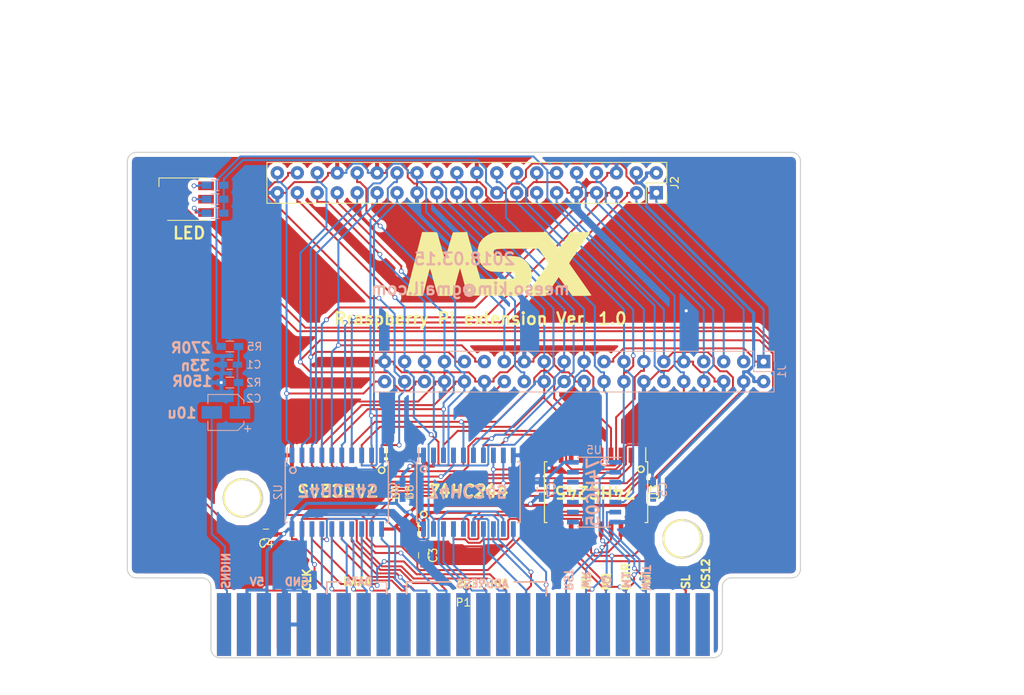
<source format=kicad_pcb>
(kicad_pcb (version 4) (host pcbnew 4.0.7)
  (layers (0 F.Cu mixed) (31 B.Cu mixed) (34 B.Paste user) (35 F.Paste user) (36 B.SilkS user) (37 F.SilkS user) (38 B.Mask user) (39 F.Mask user) (44 Edge.Cuts user))
  (net 0 "")
  (net 1 GND)
  (net 2 +5V)
  (net 3 /RD3)
  (net 4 /RD4)
  (net 5 /RD6)
  (net 6 /RD7)
  (net 7 /RD0)
  (net 8 /RD1)
  (net 9 /RD2)
  (net 10 /RD5)
  (net 11 /WAIT)
  (net 12 /INT)
  (net 13 /BUSDIR)
  (net 14 /IORQ)
  (net 15 /MREQ)
  (net 16 /WR)
  (net 17 /RD)
  (net 18 /RESET)
  (net 19 /A9)
  (net 20 /A15)
  (net 21 /A11)
  (net 22 /A10)
  (net 23 /A7)
  (net 24 /A6)
  (net 25 /A12)
  (net 26 /A8)
  (net 27 /A14)
  (net 28 /A13)
  (net 29 /A1)
  (net 30 /A0)
  (net 31 /A3)
  (net 32 /A2)
  (net 33 /A5)
  (net 34 /A4)
  (net 35 /D1)
  (net 36 /D0)
  (net 37 /D3)
  (net 38 /D2)
  (net 39 /D5)
  (net 40 /D4)
  (net 41 /D7)
  (net 42 /D6)
  (net 43 /CLK)
  (net 44 +3V3)
  (net 45 "Net-(P1-Pad5)")
  (net 46 "Net-(P1-Pad16)")
  (net 47 /RA8)
  (net 48 /RA10)
  (net 49 /RA11)
  (net 50 /RA15)
  (net 51 /RA12)
  (net 52 /RA9)
  (net 53 /RA13)
  (net 54 /RA14)
  (net 55 "Net-(P1-Pad1)")
  (net 56 "Net-(P1-Pad2)")
  (net 57 "Net-(P1-Pad3)")
  (net 58 /SLTSL)
  (net 59 "Net-(P1-Pad6)")
  (net 60 "Net-(P1-Pad44)")
  (net 61 "Net-(P1-Pad48)")
  (net 62 "Net-(P1-Pad50)")
  (net 63 /M1)
  (net 64 /RC17)
  (net 65 /RC18)
  (net 66 /RC27)
  (net 67 /RC22)
  (net 68 /RC23)
  (net 69 /RC24)
  (net 70 /RC25)
  (net 71 /RC19)
  (net 72 /RC16)
  (net 73 /RC26)
  (net 74 /RC20)
  (net 75 /RC21)
  (net 76 /SOUNDIN)
  (net 77 "Net-(U3-Pad9)")
  (net 78 "Net-(U3-Pad11)")
  (net 79 "Net-(U6-Pad3)")
  (net 80 "Net-(U6-Pad5)")
  (net 81 "Net-(U6-Pad7)")
  (net 82 "Net-(U6-Pad8)")
  (net 83 "Net-(U6-Pad9)")
  (net 84 "Net-(U6-Pad11)")
  (net 85 "Net-(U6-Pad12)")
  (net 86 "Net-(U6-Pad13)")
  (net 87 "Net-(U6-Pad15)")
  (net 88 "Net-(U6-Pad17)")
  (net 89 "Net-(D1-Pad4)")
  (net 90 "Net-(D1-Pad5)")
  (net 91 "Net-(D1-Pad6)")
  (net 92 "Net-(C1-Pad1)")
  (module MSX:card_edge_connector (layer F.Cu) (at 155.829 106.68)
    (fp_text reference P1 (at 1.25984 0.33744) (layer F.SilkS))
    (fp_text value CONN_02X25)
    (pad "" np_thru_hole circle (at 29.12364 -7.78256) (size 5 5) (drill 4.5) (layers *.Cu *.Mask F.SilkS) (clearance 1))
    (pad 1 connect rect (at 31.73984 3.14744) (size 1.8 8) (layers B.Cu B.Mask) (net 55 "Net-(P1-Pad1)"))
    (pad 2 connect rect (at 31.73984 3.14744) (size 1.8 8) (layers F.Cu F.Mask) (net 56 "Net-(P1-Pad2)"))
    (pad 3 connect rect (at 29.19984 3.14744) (size 1.8 8) (layers B.Cu B.Mask) (net 57 "Net-(P1-Pad3)"))
    (pad 4 connect rect (at 29.19984 3.14744) (size 1.8 8) (layers F.Cu F.Mask) (net 58 /SLTSL))
    (pad 5 connect rect (at 26.65984 3.14744) (size 1.8 8) (layers B.Cu B.Mask) (net 45 "Net-(P1-Pad5)"))
    (pad 6 connect rect (at 26.65984 3.14744) (size 1.8 8) (layers F.Cu F.Mask) (net 59 "Net-(P1-Pad6)"))
    (pad 7 connect rect (at 24.11984 3.14744) (size 1.8 8) (layers B.Cu B.Mask) (net 11 /WAIT))
    (pad 8 connect rect (at 24.11984 3.14744) (size 1.8 8) (layers F.Cu F.Mask) (net 12 /INT))
    (pad 9 connect rect (at 21.57984 3.14744) (size 1.8 8) (layers B.Cu B.Mask) (net 63 /M1))
    (pad 10 connect rect (at 21.57984 3.14744) (size 1.8 8) (layers F.Cu F.Mask) (net 13 /BUSDIR))
    (pad 11 connect rect (at 19.03984 3.14744) (size 1.8 8) (layers B.Cu B.Mask) (net 14 /IORQ))
    (pad 12 connect rect (at 19.03984 3.14744) (size 1.8 8) (layers F.Cu F.Mask) (net 15 /MREQ))
    (pad 13 connect rect (at 16.49984 3.14744) (size 1.8 8) (layers B.Cu B.Mask) (net 16 /WR))
    (pad 14 connect rect (at 16.49984 3.14744) (size 1.8 8) (layers F.Cu F.Mask) (net 17 /RD))
    (pad 15 connect rect (at 13.95984 3.14744) (size 1.8 8) (layers B.Cu B.Mask) (net 18 /RESET))
    (pad 16 connect rect (at 13.95984 3.14744) (size 1.8 8) (layers F.Cu F.Mask) (net 46 "Net-(P1-Pad16)"))
    (pad 17 connect rect (at 11.41984 3.14744) (size 1.8 8) (layers B.Cu B.Mask) (net 19 /A9))
    (pad 18 connect rect (at 11.41984 3.14744) (size 1.8 8) (layers F.Cu F.Mask) (net 20 /A15))
    (pad 19 connect rect (at 8.87984 3.14744) (size 1.8 8) (layers B.Cu B.Mask) (net 21 /A11))
    (pad 20 connect rect (at 8.87984 3.14744) (size 1.8 8) (layers F.Cu F.Mask) (net 22 /A10))
    (pad 21 connect rect (at 6.33984 3.14744) (size 1.8 8) (layers B.Cu B.Mask) (net 23 /A7))
    (pad 22 connect rect (at 6.33984 3.14744) (size 1.8 8) (layers F.Cu F.Mask) (net 24 /A6))
    (pad 23 connect rect (at 3.79984 3.14744) (size 1.8 8) (layers B.Cu B.Mask) (net 25 /A12))
    (pad 24 connect rect (at 3.79984 3.14744) (size 1.8 8) (layers F.Cu F.Mask) (net 26 /A8))
    (pad 25 connect rect (at 1.25984 3.14744) (size 1.8 8) (layers B.Cu B.Mask) (net 27 /A14))
    (pad 26 connect rect (at 1.25984 3.14744) (size 1.8 8) (layers F.Cu F.Mask) (net 28 /A13))
    (pad 27 connect rect (at -1.28016 3.14744) (size 1.8 8) (layers B.Cu B.Mask) (net 29 /A1))
    (pad 28 connect rect (at -1.28016 3.14744) (size 1.8 8) (layers F.Cu F.Mask) (net 30 /A0))
    (pad 29 connect rect (at -3.82016 3.14744) (size 1.8 8) (layers B.Cu B.Mask) (net 31 /A3))
    (pad 30 connect rect (at -3.82016 3.14744) (size 1.8 8) (layers F.Cu F.Mask) (net 32 /A2))
    (pad 31 connect rect (at -6.36016 3.14744) (size 1.8 8) (layers B.Cu B.Mask) (net 33 /A5))
    (pad 32 connect rect (at -6.36016 3.14744) (size 1.8 8) (layers F.Cu F.Mask) (net 34 /A4))
    (pad 33 connect rect (at -8.90016 3.14744) (size 1.8 8) (layers B.Cu B.Mask) (net 35 /D1))
    (pad 34 connect rect (at -8.90016 3.14744) (size 1.8 8) (layers F.Cu F.Mask) (net 36 /D0))
    (pad 35 connect rect (at -11.44016 3.14744) (size 1.8 8) (layers B.Cu B.Mask) (net 37 /D3))
    (pad 36 connect rect (at -11.44016 3.14744) (size 1.8 8) (layers F.Cu F.Mask) (net 38 /D2))
    (pad 37 connect rect (at -13.98016 3.14744) (size 1.8 8) (layers B.Cu B.Mask) (net 39 /D5))
    (pad 38 connect rect (at -13.98016 3.14744) (size 1.8 8) (layers F.Cu F.Mask) (net 40 /D4))
    (pad 39 connect rect (at -16.52016 3.14744) (size 1.8 8) (layers B.Cu B.Mask) (net 41 /D7))
    (pad 40 connect rect (at -16.52016 3.14744) (size 1.8 8) (layers F.Cu F.Mask) (net 42 /D6))
    (pad 41 connect rect (at -19.06016 3.14744) (size 1.8 8) (layers B.Cu B.Mask) (net 1 GND))
    (pad 42 connect rect (at -19.06016 3.14744) (size 1.8 8) (layers F.Cu F.Mask) (net 43 /CLK))
    (pad 43 connect rect (at -21.60016 3.14744) (size 1.8 8) (layers B.Cu B.Mask) (net 1 GND))
    (pad 44 connect rect (at -21.60524 2.65468) (size 1.8 7) (layers F.Cu F.Mask) (net 60 "Net-(P1-Pad44)"))
    (pad 45 connect rect (at -24.14016 3.14744) (size 1.8 8) (layers B.Cu B.Mask) (net 2 +5V))
    (pad 46 connect rect (at -24.14016 3.14744) (size 1.8 8) (layers F.Cu F.Mask) (net 60 "Net-(P1-Pad44)"))
    (pad 47 connect rect (at -26.68016 3.14744) (size 1.8 8) (layers B.Cu B.Mask) (net 2 +5V))
    (pad 48 connect rect (at -26.68016 3.14744) (size 1.8 8) (layers F.Cu F.Mask) (net 61 "Net-(P1-Pad48)"))
    (pad 49 connect rect (at -29.22016 3.14744) (size 1.8 8) (layers B.Cu B.Mask) (net 76 /SOUNDIN))
    (pad 50 connect rect (at -29.22016 3.14744) (size 1.8 8) (layers F.Cu F.Mask) (net 62 "Net-(P1-Pad50)"))
    (pad "" np_thru_hole circle (at -26.87574 -12.98448) (size 5 5) (drill 4.5) (layers *.Cu *.Mask F.SilkS) (clearance 1))
  )
  (module Socket_Strips:Socket_Strip_Straight_2x20_Pitch2.54mm (layer F.Cu) (at 181.661 54.8132 270)
    (fp_text reference J2 (at -1.27 -2.33 270) (layer F.SilkS))
    (fp_text value RPi_GPIO)
    (pad 1 thru_hole rect (at 0 0 270) (size 1.7 1.7) (drill 0.76) (layers *.Cu *.Mask) (net 44 +3V3))
    (pad 2 thru_hole oval (at -2.54 0 270) (size 1.7 1.7) (drill 0.76) (layers *.Cu *.Mask) (net 2 +5V))
    (pad 3 thru_hole oval (at 0 2.54 270) (size 1.7 1.7) (drill 0.76) (layers *.Cu *.Mask) (net 9 /RD2))
    (pad 4 thru_hole oval (at -2.54 2.54 270) (size 1.7 1.7) (drill 0.76) (layers *.Cu *.Mask) (net 2 +5V))
    (pad 5 thru_hole oval (at 0 5.08 270) (size 1.7 1.7) (drill 0.76) (layers *.Cu *.Mask) (net 3 /RD3))
    (pad 6 thru_hole oval (at -2.54 5.08 270) (size 1.7 1.7) (drill 0.76) (layers *.Cu *.Mask) (net 1 GND))
    (pad 7 thru_hole oval (at 0 7.62 270) (size 1.7 1.7) (drill 0.76) (layers *.Cu *.Mask) (net 4 /RD4))
    (pad 8 thru_hole oval (at -2.54 7.62 270) (size 1.7 1.7) (drill 0.76) (layers *.Cu *.Mask) (net 54 /RA14))
    (pad 9 thru_hole oval (at 0 10.16 270) (size 1.7 1.7) (drill 0.76) (layers *.Cu *.Mask) (net 1 GND))
    (pad 10 thru_hole oval (at -2.54 10.16 270) (size 1.7 1.7) (drill 0.76) (layers *.Cu *.Mask) (net 50 /RA15))
    (pad 11 thru_hole oval (at 0 12.7 270) (size 1.7 1.7) (drill 0.76) (layers *.Cu *.Mask) (net 64 /RC17))
    (pad 12 thru_hole oval (at -2.54 12.7 270) (size 1.7 1.7) (drill 0.76) (layers *.Cu *.Mask) (net 65 /RC18))
    (pad 13 thru_hole oval (at 0 15.24 270) (size 1.7 1.7) (drill 0.76) (layers *.Cu *.Mask) (net 66 /RC27))
    (pad 14 thru_hole oval (at -2.54 15.24 270) (size 1.7 1.7) (drill 0.76) (layers *.Cu *.Mask) (net 1 GND))
    (pad 15 thru_hole oval (at 0 17.78 270) (size 1.7 1.7) (drill 0.76) (layers *.Cu *.Mask) (net 67 /RC22))
    (pad 16 thru_hole oval (at -2.54 17.78 270) (size 1.7 1.7) (drill 0.76) (layers *.Cu *.Mask) (net 68 /RC23))
    (pad 17 thru_hole oval (at 0 20.32 270) (size 1.7 1.7) (drill 0.76) (layers *.Cu *.Mask) (net 44 +3V3))
    (pad 18 thru_hole oval (at -2.54 20.32 270) (size 1.7 1.7) (drill 0.76) (layers *.Cu *.Mask) (net 69 /RC24))
    (pad 19 thru_hole oval (at 0 22.86 270) (size 1.7 1.7) (drill 0.76) (layers *.Cu *.Mask) (net 48 /RA10))
    (pad 20 thru_hole oval (at -2.54 22.86 270) (size 1.7 1.7) (drill 0.76) (layers *.Cu *.Mask) (net 1 GND))
    (pad 21 thru_hole oval (at 0 25.4 270) (size 1.7 1.7) (drill 0.76) (layers *.Cu *.Mask) (net 52 /RA9))
    (pad 22 thru_hole oval (at -2.54 25.4 270) (size 1.7 1.7) (drill 0.76) (layers *.Cu *.Mask) (net 70 /RC25))
    (pad 23 thru_hole oval (at 0 27.94 270) (size 1.7 1.7) (drill 0.76) (layers *.Cu *.Mask) (net 49 /RA11))
    (pad 24 thru_hole oval (at -2.54 27.94 270) (size 1.7 1.7) (drill 0.76) (layers *.Cu *.Mask) (net 47 /RA8))
    (pad 25 thru_hole oval (at 0 30.48 270) (size 1.7 1.7) (drill 0.76) (layers *.Cu *.Mask) (net 1 GND))
    (pad 26 thru_hole oval (at -2.54 30.48 270) (size 1.7 1.7) (drill 0.76) (layers *.Cu *.Mask) (net 6 /RD7))
    (pad 27 thru_hole oval (at 0 33.02 270) (size 1.7 1.7) (drill 0.76) (layers *.Cu *.Mask) (net 7 /RD0))
    (pad 28 thru_hole oval (at -2.54 33.02 270) (size 1.7 1.7) (drill 0.76) (layers *.Cu *.Mask) (net 8 /RD1))
    (pad 29 thru_hole oval (at 0 35.56 270) (size 1.7 1.7) (drill 0.76) (layers *.Cu *.Mask) (net 10 /RD5))
    (pad 30 thru_hole oval (at -2.54 35.56 270) (size 1.7 1.7) (drill 0.76) (layers *.Cu *.Mask) (net 1 GND))
    (pad 31 thru_hole oval (at 0 38.1 270) (size 1.7 1.7) (drill 0.76) (layers *.Cu *.Mask) (net 5 /RD6))
    (pad 32 thru_hole oval (at -2.54 38.1 270) (size 1.7 1.7) (drill 0.76) (layers *.Cu *.Mask) (net 51 /RA12))
    (pad 33 thru_hole oval (at 0 40.64 270) (size 1.7 1.7) (drill 0.76) (layers *.Cu *.Mask) (net 53 /RA13))
    (pad 34 thru_hole oval (at -2.54 40.64 270) (size 1.7 1.7) (drill 0.76) (layers *.Cu *.Mask) (net 1 GND))
    (pad 35 thru_hole oval (at 0 43.18 270) (size 1.7 1.7) (drill 0.76) (layers *.Cu *.Mask) (net 71 /RC19))
    (pad 36 thru_hole oval (at -2.54 43.18 270) (size 1.7 1.7) (drill 0.76) (layers *.Cu *.Mask) (net 72 /RC16))
    (pad 37 thru_hole oval (at 0 45.72 270) (size 1.7 1.7) (drill 0.76) (layers *.Cu *.Mask) (net 73 /RC26))
    (pad 38 thru_hole oval (at -2.54 45.72 270) (size 1.7 1.7) (drill 0.76) (layers *.Cu *.Mask) (net 74 /RC20))
    (pad 39 thru_hole oval (at 0 48.26 270) (size 1.7 1.7) (drill 0.76) (layers *.Cu *.Mask) (net 1 GND))
    (pad 40 thru_hole oval (at -2.54 48.26 270) (size 1.7 1.7) (drill 0.76) (layers *.Cu *.Mask) (net 75 /RC21))
  )
  (module Socket_Strips:Socket_Strip_Straight_2x20_Pitch2.54mm (layer B.Cu) (at 195.326 76.327 90)
    (fp_text reference J1 (at -1.27 2.33 90) (layer B.SilkS) (effects (justify mirror)))
    (fp_text value RPi_GPIO)
    (pad 1 thru_hole rect (at 0 0 90) (size 1.7 1.7) (drill 0.76) (layers *.Cu *.Mask) (net 44 +3V3))
    (pad 2 thru_hole oval (at -2.54 0 90) (size 1.7 1.7) (drill 0.76) (layers *.Cu *.Mask) (net 2 +5V))
    (pad 3 thru_hole oval (at 0 -2.54 90) (size 1.7 1.7) (drill 0.76) (layers *.Cu *.Mask) (net 9 /RD2))
    (pad 4 thru_hole oval (at -2.54 -2.54 90) (size 1.7 1.7) (drill 0.76) (layers *.Cu *.Mask) (net 2 +5V))
    (pad 5 thru_hole oval (at 0 -5.08 90) (size 1.7 1.7) (drill 0.76) (layers *.Cu *.Mask) (net 3 /RD3))
    (pad 6 thru_hole oval (at -2.54 -5.08 90) (size 1.7 1.7) (drill 0.76) (layers *.Cu *.Mask) (net 1 GND))
    (pad 7 thru_hole oval (at 0 -7.62 90) (size 1.7 1.7) (drill 0.76) (layers *.Cu *.Mask) (net 4 /RD4))
    (pad 8 thru_hole oval (at -2.54 -7.62 90) (size 1.7 1.7) (drill 0.76) (layers *.Cu *.Mask) (net 54 /RA14))
    (pad 9 thru_hole oval (at 0 -10.16 90) (size 1.7 1.7) (drill 0.76) (layers *.Cu *.Mask) (net 1 GND))
    (pad 10 thru_hole oval (at -2.54 -10.16 90) (size 1.7 1.7) (drill 0.76) (layers *.Cu *.Mask) (net 50 /RA15))
    (pad 11 thru_hole oval (at 0 -12.7 90) (size 1.7 1.7) (drill 0.76) (layers *.Cu *.Mask) (net 64 /RC17))
    (pad 12 thru_hole oval (at -2.54 -12.7 90) (size 1.7 1.7) (drill 0.76) (layers *.Cu *.Mask) (net 65 /RC18))
    (pad 13 thru_hole oval (at 0 -15.24 90) (size 1.7 1.7) (drill 0.9) (layers *.Cu *.Mask) (net 66 /RC27))
    (pad 14 thru_hole oval (at -2.54 -15.24 90) (size 1.7 1.7) (drill 0.76) (layers *.Cu *.Mask) (net 1 GND))
    (pad 15 thru_hole oval (at 0 -17.78 90) (size 1.7 1.7) (drill 0.76) (layers *.Cu *.Mask) (net 67 /RC22))
    (pad 16 thru_hole oval (at -2.54 -17.78 90) (size 1.7 1.7) (drill 0.76) (layers *.Cu *.Mask) (net 68 /RC23))
    (pad 17 thru_hole oval (at 0 -20.32 90) (size 1.7 1.7) (drill 0.76) (layers *.Cu *.Mask) (net 44 +3V3))
    (pad 18 thru_hole oval (at -2.54 -20.32 90) (size 1.7 1.7) (drill 0.76) (layers *.Cu *.Mask) (net 69 /RC24))
    (pad 19 thru_hole oval (at 0 -22.86 90) (size 1.7 1.7) (drill 0.76) (layers *.Cu *.Mask) (net 48 /RA10))
    (pad 20 thru_hole oval (at -2.54 -22.86 90) (size 1.7 1.7) (drill 0.76) (layers *.Cu *.Mask) (net 1 GND))
    (pad 21 thru_hole oval (at 0 -25.4 90) (size 1.7 1.7) (drill 0.76) (layers *.Cu *.Mask) (net 52 /RA9))
    (pad 22 thru_hole oval (at -2.54 -25.4 90) (size 1.7 1.7) (drill 0.76) (layers *.Cu *.Mask) (net 70 /RC25))
    (pad 23 thru_hole oval (at 0 -27.94 90) (size 1.7 1.7) (drill 0.76) (layers *.Cu *.Mask) (net 49 /RA11))
    (pad 24 thru_hole oval (at -2.54 -27.94 90) (size 1.7 1.7) (drill 0.76) (layers *.Cu *.Mask) (net 47 /RA8))
    (pad 25 thru_hole oval (at 0 -30.48 90) (size 1.7 1.7) (drill 0.76) (layers *.Cu *.Mask) (net 1 GND))
    (pad 26 thru_hole oval (at -2.54 -30.48 90) (size 1.7 1.7) (drill 0.76) (layers *.Cu *.Mask) (net 6 /RD7))
    (pad 27 thru_hole oval (at 0 -33.02 90) (size 1.7 1.7) (drill 0.76) (layers *.Cu *.Mask) (net 7 /RD0))
    (pad 28 thru_hole oval (at -2.54 -33.02 90) (size 1.7 1.7) (drill 0.76) (layers *.Cu *.Mask) (net 8 /RD1))
    (pad 29 thru_hole oval (at 0 -35.56 90) (size 1.7 1.7) (drill 0.76) (layers *.Cu *.Mask) (net 10 /RD5))
    (pad 30 thru_hole oval (at -2.54 -35.56 90) (size 1.7 1.7) (drill 0.76) (layers *.Cu *.Mask) (net 1 GND))
    (pad 31 thru_hole oval (at 0 -38.1 90) (size 1.7 1.7) (drill 0.76) (layers *.Cu *.Mask) (net 5 /RD6))
    (pad 32 thru_hole oval (at -2.54 -38.1 90) (size 1.7 1.7) (drill 0.76) (layers *.Cu *.Mask) (net 51 /RA12))
    (pad 33 thru_hole oval (at 0 -40.64 90) (size 1.7 1.7) (drill 0.76) (layers *.Cu *.Mask) (net 53 /RA13))
    (pad 34 thru_hole oval (at -2.54 -40.64 90) (size 1.7 1.7) (drill 0.76) (layers *.Cu *.Mask) (net 1 GND))
    (pad 35 thru_hole oval (at 0 -43.18 90) (size 1.7 1.7) (drill 0.76) (layers *.Cu *.Mask) (net 71 /RC19))
    (pad 36 thru_hole oval (at -2.54 -43.18 90) (size 1.7 1.7) (drill 0.76) (layers *.Cu *.Mask) (net 72 /RC16))
    (pad 37 thru_hole oval (at 0 -45.72 90) (size 1.7 1.7) (drill 0.76) (layers *.Cu *.Mask) (net 73 /RC26))
    (pad 38 thru_hole oval (at -2.54 -45.72 90) (size 1.7 1.7) (drill 0.76) (layers *.Cu *.Mask) (net 74 /RC20))
    (pad 39 thru_hole oval (at 0 -48.26 90) (size 1.7 1.7) (drill 0.76) (layers *.Cu *.Mask) (net 1 GND))
    (pad 40 thru_hole oval (at -2.54 -48.26 90) (size 1.7 1.7) (drill 0.76) (layers *.Cu *.Mask) (net 75 /RC21))
  )
  (module MSX:msx-logo (layer F.Cu) (at 161.544 63.881)
    (fp_text reference G*** hide)
    (fp_text value LOGO hide)
  )
  (module Resistors_SMD:R_0603_HandSoldering (layer B.Cu) (at 125.476 53.848 180)
    (fp_text reference R1 hide)
    (fp_text value R hide)
    (pad 1 smd rect (at -1.1 0 180) (size 1.2 0.9) (layers B.Cu B.Paste B.Mask) (net 44 +3V3))
    (pad 2 smd rect (at 1.1 0 180) (size 1.2 0.9) (layers B.Cu B.Paste B.Mask) (net 91 "Net-(D1-Pad6)"))
  )
  (module Housings_SOIC:SOIC-20W_7.5x12.8mm_Pitch1.27mm (layer B.Cu) (at 157.734 92.964 270)
    (fp_text reference U1 (at 0 7.5 270) (layer B.SilkS) (effects (justify mirror)))
    (fp_text value 74LS245)
    (pad 1 smd rect (at -4.7 5.715 270) (size 1.95 0.6) (layers B.Cu B.Paste B.Mask) (net 1 GND))
    (pad 2 smd rect (at -4.7 4.445 270) (size 1.95 0.6) (layers B.Cu B.Paste B.Mask) (net 51 /RA12))
    (pad 3 smd rect (at -4.7 3.175 270) (size 1.95 0.6) (layers B.Cu B.Paste B.Mask) (net 53 /RA13))
    (pad 4 smd rect (at -4.7 1.905 270) (size 1.95 0.6) (layers B.Cu B.Paste B.Mask) (net 48 /RA10))
    (pad 5 smd rect (at -4.7 0.635 270) (size 1.95 0.6) (layers B.Cu B.Paste B.Mask) (net 49 /RA11))
    (pad 6 smd rect (at -4.7 -0.635 270) (size 1.95 0.6) (layers B.Cu B.Paste B.Mask) (net 47 /RA8))
    (pad 7 smd rect (at -4.7 -1.905 270) (size 1.95 0.6) (layers B.Cu B.Paste B.Mask) (net 52 /RA9))
    (pad 8 smd rect (at -4.7 -3.175 270) (size 1.95 0.6) (layers B.Cu B.Paste B.Mask) (net 54 /RA14))
    (pad 9 smd rect (at -4.7 -4.445 270) (size 1.95 0.6) (layers B.Cu B.Paste B.Mask) (net 50 /RA15))
    (pad 10 smd rect (at -4.7 -5.715 270) (size 1.95 0.6) (layers B.Cu B.Paste B.Mask) (net 1 GND))
    (pad 11 smd rect (at 4.7 -5.715 270) (size 1.95 0.6) (layers B.Cu B.Paste B.Mask) (net 20 /A15))
    (pad 12 smd rect (at 4.7 -4.445 270) (size 1.95 0.6) (layers B.Cu B.Paste B.Mask) (net 27 /A14))
    (pad 13 smd rect (at 4.7 -3.175 270) (size 1.95 0.6) (layers B.Cu B.Paste B.Mask) (net 19 /A9))
    (pad 14 smd rect (at 4.7 -1.905 270) (size 1.95 0.6) (layers B.Cu B.Paste B.Mask) (net 26 /A8))
    (pad 15 smd rect (at 4.7 -0.635 270) (size 1.95 0.6) (layers B.Cu B.Paste B.Mask) (net 21 /A11))
    (pad 16 smd rect (at 4.7 0.635 270) (size 1.95 0.6) (layers B.Cu B.Paste B.Mask) (net 22 /A10))
    (pad 17 smd rect (at 4.7 1.905 270) (size 1.95 0.6) (layers B.Cu B.Paste B.Mask) (net 28 /A13))
    (pad 18 smd rect (at 4.7 3.175 270) (size 1.95 0.6) (layers B.Cu B.Paste B.Mask) (net 25 /A12))
    (pad 19 smd rect (at 4.7 4.445 270) (size 1.95 0.6) (layers B.Cu B.Paste B.Mask) (net 71 /RC19))
    (pad 20 smd rect (at 4.7 5.715 270) (size 1.95 0.6) (layers B.Cu B.Paste B.Mask) (net 2 +5V))
  )
  (module Housings_SOIC:SOIC-20W_7.5x12.8mm_Pitch1.27mm (layer B.Cu) (at 140.97 92.964 270)
    (fp_text reference U2 (at 0 7.5 270) (layer B.SilkS) (effects (justify mirror)))
    (fp_text value 74LS245)
    (pad 1 smd rect (at -4.7 5.715 270) (size 1.95 0.6) (layers B.Cu B.Paste B.Mask) (net 75 /RC21))
    (pad 2 smd rect (at -4.7 4.445 270) (size 1.95 0.6) (layers B.Cu B.Paste B.Mask) (net 5 /RD6))
    (pad 3 smd rect (at -4.7 3.175 270) (size 1.95 0.6) (layers B.Cu B.Paste B.Mask) (net 6 /RD7))
    (pad 4 smd rect (at -4.7 1.905 270) (size 1.95 0.6) (layers B.Cu B.Paste B.Mask) (net 4 /RD4))
    (pad 5 smd rect (at -4.7 0.635 270) (size 1.95 0.6) (layers B.Cu B.Paste B.Mask) (net 10 /RD5))
    (pad 6 smd rect (at -4.7 -0.635 270) (size 1.95 0.6) (layers B.Cu B.Paste B.Mask) (net 9 /RD2))
    (pad 7 smd rect (at -4.7 -1.905 270) (size 1.95 0.6) (layers B.Cu B.Paste B.Mask) (net 3 /RD3))
    (pad 8 smd rect (at -4.7 -3.175 270) (size 1.95 0.6) (layers B.Cu B.Paste B.Mask) (net 7 /RD0))
    (pad 9 smd rect (at -4.7 -4.445 270) (size 1.95 0.6) (layers B.Cu B.Paste B.Mask) (net 8 /RD1))
    (pad 10 smd rect (at -4.7 -5.715 270) (size 1.95 0.6) (layers B.Cu B.Paste B.Mask) (net 1 GND))
    (pad 11 smd rect (at 4.7 -5.715 270) (size 1.95 0.6) (layers B.Cu B.Paste B.Mask) (net 35 /D1))
    (pad 12 smd rect (at 4.7 -4.445 270) (size 1.95 0.6) (layers B.Cu B.Paste B.Mask) (net 36 /D0))
    (pad 13 smd rect (at 4.7 -3.175 270) (size 1.95 0.6) (layers B.Cu B.Paste B.Mask) (net 37 /D3))
    (pad 14 smd rect (at 4.7 -1.905 270) (size 1.95 0.6) (layers B.Cu B.Paste B.Mask) (net 38 /D2))
    (pad 15 smd rect (at 4.7 -0.635 270) (size 1.95 0.6) (layers B.Cu B.Paste B.Mask) (net 39 /D5))
    (pad 16 smd rect (at 4.7 0.635 270) (size 1.95 0.6) (layers B.Cu B.Paste B.Mask) (net 40 /D4))
    (pad 17 smd rect (at 4.7 1.905 270) (size 1.95 0.6) (layers B.Cu B.Paste B.Mask) (net 41 /D7))
    (pad 18 smd rect (at 4.7 3.175 270) (size 1.95 0.6) (layers B.Cu B.Paste B.Mask) (net 42 /D6))
    (pad 19 smd rect (at 4.7 4.445 270) (size 1.95 0.6) (layers B.Cu B.Paste B.Mask) (net 1 GND))
    (pad 20 smd rect (at 4.7 5.715 270) (size 1.95 0.6) (layers B.Cu B.Paste B.Mask) (net 2 +5V))
  )
  (module Housings_SOIC:SOIC-20W_7.5x12.8mm_Pitch1.27mm (layer F.Cu) (at 173.99 92.964 270)
    (fp_text reference U3 (at 0 -7.5 270) (layer F.SilkS))
    (fp_text value 74LS245)
    (pad 1 smd rect (at -4.7 -5.715 270) (size 1.95 0.6) (layers F.Cu F.Paste F.Mask) (net 1 GND))
    (pad 2 smd rect (at -4.7 -4.445 270) (size 1.95 0.6) (layers F.Cu F.Paste F.Mask) (net 51 /RA12))
    (pad 3 smd rect (at -4.7 -3.175 270) (size 1.95 0.6) (layers F.Cu F.Paste F.Mask) (net 53 /RA13))
    (pad 4 smd rect (at -4.7 -1.905 270) (size 1.95 0.6) (layers F.Cu F.Paste F.Mask) (net 48 /RA10))
    (pad 5 smd rect (at -4.7 -0.635 270) (size 1.95 0.6) (layers F.Cu F.Paste F.Mask) (net 49 /RA11))
    (pad 6 smd rect (at -4.7 0.635 270) (size 1.95 0.6) (layers F.Cu F.Paste F.Mask) (net 47 /RA8))
    (pad 7 smd rect (at -4.7 1.905 270) (size 1.95 0.6) (layers F.Cu F.Paste F.Mask) (net 52 /RA9))
    (pad 8 smd rect (at -4.7 3.175 270) (size 1.95 0.6) (layers F.Cu F.Paste F.Mask) (net 54 /RA14))
    (pad 9 smd rect (at -4.7 4.445 270) (size 1.95 0.6) (layers F.Cu F.Paste F.Mask) (net 77 "Net-(U3-Pad9)"))
    (pad 10 smd rect (at -4.7 5.715 270) (size 1.95 0.6) (layers F.Cu F.Paste F.Mask) (net 1 GND))
    (pad 11 smd rect (at 4.7 5.715 270) (size 1.95 0.6) (layers F.Cu F.Paste F.Mask) (net 78 "Net-(U3-Pad11)"))
    (pad 12 smd rect (at 4.7 4.445 270) (size 1.95 0.6) (layers F.Cu F.Paste F.Mask) (net 63 /M1))
    (pad 13 smd rect (at 4.7 3.175 270) (size 1.95 0.6) (layers F.Cu F.Paste F.Mask) (net 58 /SLTSL))
    (pad 14 smd rect (at 4.7 1.905 270) (size 1.95 0.6) (layers F.Cu F.Paste F.Mask) (net 15 /MREQ))
    (pad 15 smd rect (at 4.7 0.635 270) (size 1.95 0.6) (layers F.Cu F.Paste F.Mask) (net 14 /IORQ))
    (pad 16 smd rect (at 4.7 -0.635 270) (size 1.95 0.6) (layers F.Cu F.Paste F.Mask) (net 17 /RD))
    (pad 17 smd rect (at 4.7 -1.905 270) (size 1.95 0.6) (layers F.Cu F.Paste F.Mask) (net 16 /WR))
    (pad 18 smd rect (at 4.7 -3.175 270) (size 1.95 0.6) (layers F.Cu F.Paste F.Mask) (net 18 /RESET))
    (pad 19 smd rect (at 4.7 -4.445 270) (size 1.95 0.6) (layers F.Cu F.Paste F.Mask) (net 72 /RC16))
    (pad 20 smd rect (at 4.7 -5.715 270) (size 1.95 0.6) (layers F.Cu F.Paste F.Mask) (net 2 +5V))
  )
  (module Housings_SOIC:SOIC-20W_7.5x12.8mm_Pitch1.27mm (layer F.Cu) (at 140.97 92.964 270)
    (fp_text reference U4 (at 0 -7.5 270) (layer F.SilkS))
    (fp_text value 74LS245)
    (pad 1 smd rect (at -4.7 -5.715 270) (size 1.95 0.6) (layers F.Cu F.Paste F.Mask) (net 74 /RC20))
    (pad 2 smd rect (at -4.7 -4.445 270) (size 1.95 0.6) (layers F.Cu F.Paste F.Mask) (net 52 /RA9))
    (pad 3 smd rect (at -4.7 -3.175 270) (size 1.95 0.6) (layers F.Cu F.Paste F.Mask) (net 47 /RA8))
    (pad 4 smd rect (at -4.7 -1.905 270) (size 1.95 0.6) (layers F.Cu F.Paste F.Mask) (net 49 /RA11))
    (pad 5 smd rect (at -4.7 -0.635 270) (size 1.95 0.6) (layers F.Cu F.Paste F.Mask) (net 48 /RA10))
    (pad 6 smd rect (at -4.7 0.635 270) (size 1.95 0.6) (layers F.Cu F.Paste F.Mask) (net 53 /RA13))
    (pad 7 smd rect (at -4.7 1.905 270) (size 1.95 0.6) (layers F.Cu F.Paste F.Mask) (net 51 /RA12))
    (pad 8 smd rect (at -4.7 3.175 270) (size 1.95 0.6) (layers F.Cu F.Paste F.Mask) (net 50 /RA15))
    (pad 9 smd rect (at -4.7 4.445 270) (size 1.95 0.6) (layers F.Cu F.Paste F.Mask) (net 54 /RA14))
    (pad 10 smd rect (at -4.7 5.715 270) (size 1.95 0.6) (layers F.Cu F.Paste F.Mask) (net 1 GND))
    (pad 11 smd rect (at 4.7 5.715 270) (size 1.95 0.6) (layers F.Cu F.Paste F.Mask) (net 24 /A6))
    (pad 12 smd rect (at 4.7 4.445 270) (size 1.95 0.6) (layers F.Cu F.Paste F.Mask) (net 23 /A7))
    (pad 13 smd rect (at 4.7 3.175 270) (size 1.95 0.6) (layers F.Cu F.Paste F.Mask) (net 34 /A4))
    (pad 14 smd rect (at 4.7 1.905 270) (size 1.95 0.6) (layers F.Cu F.Paste F.Mask) (net 33 /A5))
    (pad 15 smd rect (at 4.7 0.635 270) (size 1.95 0.6) (layers F.Cu F.Paste F.Mask) (net 32 /A2))
    (pad 16 smd rect (at 4.7 -0.635 270) (size 1.95 0.6) (layers F.Cu F.Paste F.Mask) (net 31 /A3))
    (pad 17 smd rect (at 4.7 -1.905 270) (size 1.95 0.6) (layers F.Cu F.Paste F.Mask) (net 30 /A0))
    (pad 18 smd rect (at 4.7 -3.175 270) (size 1.95 0.6) (layers F.Cu F.Paste F.Mask) (net 29 /A1))
    (pad 19 smd rect (at 4.7 -4.445 270) (size 1.95 0.6) (layers F.Cu F.Paste F.Mask) (net 64 /RC17))
    (pad 20 smd rect (at 4.7 -5.715 270) (size 1.95 0.6) (layers F.Cu F.Paste F.Mask) (net 2 +5V))
  )
  (module Housings_SOIC:SOIC-14_3.9x8.7mm_Pitch1.27mm (layer B.Cu) (at 173.736 92.964 180)
    (fp_text reference U5 (at 0 5.375 180) (layer B.SilkS) (effects (justify mirror)))
    (fp_text value 74LS05)
    (pad 1 smd rect (at -2.7 3.81 180) (size 1.5 0.6) (layers B.Cu B.Paste B.Mask) (net 69 /RC24))
    (pad 2 smd rect (at -2.7 2.54 180) (size 1.5 0.6) (layers B.Cu B.Paste B.Mask) (net 11 /WAIT))
    (pad 3 smd rect (at -2.7 1.27 180) (size 1.5 0.6) (layers B.Cu B.Paste B.Mask) (net 68 /RC23))
    (pad 4 smd rect (at -2.7 0 180) (size 1.5 0.6) (layers B.Cu B.Paste B.Mask) (net 12 /INT))
    (pad 5 smd rect (at -2.7 -1.27 180) (size 1.5 0.6) (layers B.Cu B.Paste B.Mask) (net 67 /RC22))
    (pad 6 smd rect (at -2.7 -2.54 180) (size 1.5 0.6) (layers B.Cu B.Paste B.Mask) (net 13 /BUSDIR))
    (pad 7 smd rect (at -2.7 -3.81 180) (size 1.5 0.6) (layers B.Cu B.Paste B.Mask) (net 1 GND))
    (pad 8 smd rect (at 2.7 -3.81 180) (size 1.5 0.6) (layers B.Cu B.Paste B.Mask))
    (pad 9 smd rect (at 2.7 -2.54 180) (size 1.5 0.6) (layers B.Cu B.Paste B.Mask))
    (pad 10 smd rect (at 2.7 -1.27 180) (size 1.5 0.6) (layers B.Cu B.Paste B.Mask))
    (pad 11 smd rect (at 2.7 0 180) (size 1.5 0.6) (layers B.Cu B.Paste B.Mask))
    (pad 12 smd rect (at 2.7 1.27 180) (size 1.5 0.6) (layers B.Cu B.Paste B.Mask))
    (pad 13 smd rect (at 2.7 2.54 180) (size 1.5 0.6) (layers B.Cu B.Paste B.Mask))
    (pad 14 smd rect (at 2.7 3.81 180) (size 1.5 0.6) (layers B.Cu B.Paste B.Mask) (net 2 +5V))
  )
  (module Capacitors_SMD:C_0603_HandSoldering (layer B.Cu) (at 127.3556 76.708 180)
    (fp_text reference C1 (at -3.048 0 180) (layer B.SilkS) (effects (justify mirror)))
    (fp_text value C)
    (pad 1 smd rect (at -0.95 0 180) (size 1.2 0.75) (layers B.Cu B.Paste B.Mask) (net 92 "Net-(C1-Pad1)"))
    (pad 2 smd rect (at 0.95 0 180) (size 1.2 0.75) (layers B.Cu B.Paste B.Mask) (net 1 GND))
  )
  (module Capacitors_SMD:CP_Elec_4x5.3 (layer B.Cu) (at 126.8476 82.804 180)
    (fp_text reference C2 (at -3.556 1.778 180) (layer B.SilkS) (effects (justify mirror)))
    (fp_text value CP)
    (fp_text user + (at -2.77 -2.01 180) (layer B.SilkS) (effects (justify mirror)))
    (pad 1 smd rect (at -1.8 0) (size 2.6 1.6) (layers B.Cu B.Paste B.Mask) (net 92 "Net-(C1-Pad1)"))
    (pad 2 smd rect (at 1.8 0) (size 2.6 1.6) (layers B.Cu B.Paste B.Mask) (net 76 /SOUNDIN))
  )
  (module Resistors_SMD:R_0603_HandSoldering (layer B.Cu) (at 127.3556 78.994 180)
    (fp_text reference R2 (at -3.048 0 180) (layer B.SilkS) (effects (justify mirror)))
    (fp_text value R)
    (pad 1 smd rect (at -1.1 0 180) (size 1.2 0.9) (layers B.Cu B.Paste B.Mask) (net 92 "Net-(C1-Pad1)"))
    (pad 2 smd rect (at 1.1 0 180) (size 1.2 0.9) (layers B.Cu B.Paste B.Mask) (net 1 GND))
  )
  (module Capacitors_SMD:C_0603_HandSoldering (layer F.Cu) (at 151.994 101.016 270)
    (fp_text reference C3 (at 0 -1.25 270) (layer F.SilkS))
    (fp_text value C)
    (pad 1 smd rect (at -0.95 0 270) (size 1.2 0.75) (layers F.Cu F.Paste F.Mask) (net 2 +5V))
    (pad 2 smd rect (at 0.95 0 270) (size 1.2 0.75) (layers F.Cu F.Paste F.Mask) (net 1 GND))
  )
  (module Capacitors_SMD:C_0603_HandSoldering (layer F.Cu) (at 131.953 98.2726 180)
    (fp_text reference C4 (at 0 -1.25 180) (layer F.SilkS))
    (fp_text value C)
    (pad 1 smd rect (at -0.95 0 180) (size 1.2 0.75) (layers F.Cu F.Paste F.Mask) (net 2 +5V))
    (pad 2 smd rect (at 0.95 0 180) (size 1.2 0.75) (layers F.Cu F.Paste F.Mask) (net 1 GND))
  )
  (module Capacitors_SMD:C_0603_HandSoldering (layer B.Cu) (at 181.254 92.6338 90)
    (fp_text reference C5 (at 0 1.25 90) (layer B.SilkS) (effects (justify mirror)))
    (fp_text value C)
    (pad 1 smd rect (at -0.95 0 90) (size 1.2 0.75) (layers B.Cu B.Paste B.Mask) (net 2 +5V))
    (pad 2 smd rect (at 0.95 0 90) (size 1.2 0.75) (layers B.Cu B.Paste B.Mask) (net 1 GND))
  )
  (module Capacitors_SMD:C_0603_HandSoldering (layer B.Cu) (at 149.352 92.6592 270)
    (fp_text reference C6 (at 0 1.25 270) (layer B.SilkS) (effects (justify mirror)))
    (fp_text value C)
    (pad 1 smd rect (at -0.95 0 270) (size 1.2 0.75) (layers B.Cu B.Paste B.Mask) (net 2 +5V))
    (pad 2 smd rect (at 0.95 0 270) (size 1.2 0.75) (layers B.Cu B.Paste B.Mask) (net 1 GND))
  )
  (module Capacitors_SMD:C_0603_HandSoldering (layer B.Cu) (at 167.081 92.6592 90)
    (fp_text reference C7 (at 0 1.25 90) (layer B.SilkS) (effects (justify mirror)))
    (fp_text value C)
    (pad 1 smd rect (at -0.95 0 90) (size 1.2 0.75) (layers B.Cu B.Paste B.Mask) (net 2 +5V))
    (pad 2 smd rect (at 0.95 0 90) (size 1.2 0.75) (layers B.Cu B.Paste B.Mask) (net 1 GND))
  )
  (module Housings_SOIC:SOIC-20W_7.5x12.8mm_Pitch1.27mm (layer F.Cu) (at 157.734 92.964 90)
    (fp_text reference U6 (at 0 -7.5 90) (layer F.SilkS))
    (fp_text value 74HC244)
    (pad 1 smd rect (at -4.7 -5.715 90) (size 1.95 0.6) (layers F.Cu F.Paste F.Mask) (net 1 GND))
    (pad 2 smd rect (at -4.7 -4.445 90) (size 1.95 0.6) (layers F.Cu F.Paste F.Mask) (net 58 /SLTSL))
    (pad 3 smd rect (at -4.7 -3.175 90) (size 1.95 0.6) (layers F.Cu F.Paste F.Mask) (net 79 "Net-(U6-Pad3)"))
    (pad 4 smd rect (at -4.7 -1.905 90) (size 1.95 0.6) (layers F.Cu F.Paste F.Mask) (net 15 /MREQ))
    (pad 5 smd rect (at -4.7 -0.635 90) (size 1.95 0.6) (layers F.Cu F.Paste F.Mask) (net 80 "Net-(U6-Pad5)"))
    (pad 6 smd rect (at -4.7 0.635 90) (size 1.95 0.6) (layers F.Cu F.Paste F.Mask) (net 14 /IORQ))
    (pad 7 smd rect (at -4.7 1.905 90) (size 1.95 0.6) (layers F.Cu F.Paste F.Mask) (net 81 "Net-(U6-Pad7)"))
    (pad 8 smd rect (at -4.7 3.175 90) (size 1.95 0.6) (layers F.Cu F.Paste F.Mask) (net 82 "Net-(U6-Pad8)"))
    (pad 9 smd rect (at -4.7 4.445 90) (size 1.95 0.6) (layers F.Cu F.Paste F.Mask) (net 83 "Net-(U6-Pad9)"))
    (pad 10 smd rect (at -4.7 5.715 90) (size 1.95 0.6) (layers F.Cu F.Paste F.Mask) (net 1 GND))
    (pad 11 smd rect (at 4.7 5.715 90) (size 1.95 0.6) (layers F.Cu F.Paste F.Mask) (net 84 "Net-(U6-Pad11)"))
    (pad 12 smd rect (at 4.7 4.445 90) (size 1.95 0.6) (layers F.Cu F.Paste F.Mask) (net 85 "Net-(U6-Pad12)"))
    (pad 13 smd rect (at 4.7 3.175 90) (size 1.95 0.6) (layers F.Cu F.Paste F.Mask) (net 86 "Net-(U6-Pad13)"))
    (pad 14 smd rect (at 4.7 1.905 90) (size 1.95 0.6) (layers F.Cu F.Paste F.Mask) (net 70 /RC25))
    (pad 15 smd rect (at 4.7 0.635 90) (size 1.95 0.6) (layers F.Cu F.Paste F.Mask) (net 87 "Net-(U6-Pad15)"))
    (pad 16 smd rect (at 4.7 -0.635 90) (size 1.95 0.6) (layers F.Cu F.Paste F.Mask) (net 73 /RC26))
    (pad 17 smd rect (at 4.7 -1.905 90) (size 1.95 0.6) (layers F.Cu F.Paste F.Mask) (net 88 "Net-(U6-Pad17)"))
    (pad 18 smd rect (at 4.7 -3.175 90) (size 1.95 0.6) (layers F.Cu F.Paste F.Mask) (net 66 /RC27))
    (pad 19 smd rect (at 4.7 -4.445 90) (size 1.95 0.6) (layers F.Cu F.Paste F.Mask) (net 2 +5V))
    (pad 20 smd rect (at 4.7 -5.715 90) (size 1.95 0.6) (layers F.Cu F.Paste F.Mask) (net 2 +5V))
  )
  (module LEDs:LED_RGB_5050-6 (layer F.Cu) (at 121.92 55.626)
    (fp_text reference D1 hide)
    (fp_text value LED_RGB)
    (pad 1 smd rect (at -2.4 -1.7 90) (size 1.1 2) (layers F.Cu F.Paste F.Mask) (net 58 /SLTSL))
    (pad 2 smd rect (at -2.4 0 90) (size 1.1 2) (layers F.Cu F.Paste F.Mask) (net 15 /MREQ))
    (pad 3 smd rect (at -2.4 1.7 90) (size 1.1 2) (layers F.Cu F.Paste F.Mask) (net 14 /IORQ))
    (pad 4 smd rect (at 2.4 1.7 90) (size 1.1 2) (layers F.Cu F.Paste F.Mask) (net 89 "Net-(D1-Pad4)"))
    (pad 5 smd rect (at 2.4 0 90) (size 1.1 2) (layers F.Cu F.Paste F.Mask) (net 90 "Net-(D1-Pad5)"))
    (pad 6 smd rect (at 2.4 -1.7 90) (size 1.1 2) (layers F.Cu F.Paste F.Mask) (net 91 "Net-(D1-Pad6)"))
  )
  (module Resistors_SMD:R_0603_HandSoldering (layer B.Cu) (at 125.476 55.626 180)
    (fp_text reference R3 hide)
    (fp_text value R hide)
    (pad 1 smd rect (at -1.1 0 180) (size 1.2 0.9) (layers B.Cu B.Paste B.Mask) (net 44 +3V3))
    (pad 2 smd rect (at 1.1 0 180) (size 1.2 0.9) (layers B.Cu B.Paste B.Mask) (net 90 "Net-(D1-Pad5)"))
  )
  (module Resistors_SMD:R_0603_HandSoldering (layer B.Cu) (at 125.476 57.404 180)
    (fp_text reference R4 hide)
    (fp_text value R)
    (pad 1 smd rect (at -1.1 0 180) (size 1.2 0.9) (layers B.Cu B.Paste B.Mask) (net 44 +3V3))
    (pad 2 smd rect (at 1.1 0 180) (size 1.2 0.9) (layers B.Cu B.Paste B.Mask) (net 89 "Net-(D1-Pad4)"))
  )
  (module Resistors_SMD:R_0603_HandSoldering (layer B.Cu) (at 127.3556 74.3966)
    (fp_text reference R5 (at 3.1496 0.0254) (layer B.SilkS) (effects (justify mirror)))
    (fp_text value R)
    (pad 1 smd rect (at -1.1 0) (size 1.2 0.9) (layers B.Cu B.Paste B.Mask) (net 65 /RC18))
    (pad 2 smd rect (at 1.1 0) (size 1.2 0.9) (layers B.Cu B.Paste B.Mask) (net 92 "Net-(C1-Pad1)"))
  )
  (gr_text SNDIN (at 126.7714 102.9716 270) (layer B.SilkS) (effects (font (size 1 1) (thickness 0.25)) (justify mirror)))
  (gr_text 10u (at 121.2342 82.8802) (layer B.SilkS) (effects (font (size 1.3 1.3) (thickness 0.3)) (justify mirror)))
  (gr_text 150R (at 122.555 78.8416) (layer B.SilkS) (effects (font (size 1.3 1.3) (thickness 0.3)) (justify mirror)))
  (gr_text 33n (at 122.936 76.835) (layer B.SilkS) (effects (font (size 1.3 1.3) (thickness 0.3)) (justify mirror)))
  (gr_text 270R (at 122.4026 74.5744) (layer B.SilkS) (effects (font (size 1.3 1.3) (thickness 0.3)) (justify mirror)))
  (gr_circle (center 152.0444 95.7834) (end 152.4254 95.9104) (layer F.SilkS) (width 0.2))
  (gr_text LED (at 122.174 59.944) (layer F.SilkS) (effects (font (size 1.5 1.5) (thickness 0.3))))
  (gr_text 74HC244 (at 157.607 92.8624) (layer F.SilkS) (effects (font (size 1.5 1.5) (thickness 0.375) italic)))
  (gr_circle (center 175.006 89.154) (end 175.387 89.281) (layer B.SilkS) (width 0.2))
  (gr_text 74HC05 (at 173.609 92.964 90) (layer B.SilkS) (effects (font (size 1.5 1.5) (thickness 0.3)) (justify mirror)))
  (gr_circle (center 146.685 90.17) (end 147.066 90.297) (layer F.SilkS) (width 0.2))
  (gr_text 74HC245 (at 141.097 92.71 180) (layer F.SilkS) (effects (font (size 1.5 1.5) (thickness 0.3))))
  (gr_circle (center 179.705 90.043) (end 180.086 90.17) (layer F.SilkS) (width 0.2))
  (gr_circle (center 135.382 90.17) (end 135.763 90.297) (layer B.SilkS) (width 0.2))
  (gr_text 74HC245 (at 141.097 92.71 180) (layer B.SilkS) (effects (font (size 1.5 1.5) (thickness 0.3)) (justify mirror)))
  (gr_circle (center 152.019 90.043) (end 152.4 90.17) (layer B.SilkS) (width 0.2))
  (gr_text 74HC245 (at 157.607 92.837 180) (layer B.SilkS) (effects (font (size 1.5 1.5) (thickness 0.3)) (justify mirror)))
  (gr_line (start 167.64 104.394) (end 163.576 104.394) (angle 90) (layer F.SilkS) (width 0.2))
  (gr_line (start 167.64 106.172) (end 167.64 104.394) (angle 90) (layer F.SilkS) (width 0.2))
  (gr_line (start 167.64 104.394) (end 163.576 104.394) (angle 90) (layer B.SilkS) (width 0.2))
  (gr_line (start 167.64 106.172) (end 167.64 104.394) (angle 90) (layer B.SilkS) (width 0.2))
  (gr_line (start 149.86 104.394) (end 155.448 104.394) (angle 90) (layer B.SilkS) (width 0.2))
  (gr_line (start 149.86 105.918) (end 149.86 104.394) (angle 90) (layer B.SilkS) (width 0.2))
  (gr_line (start 147.32 104.394) (end 145.796 104.394) (angle 90) (layer B.SilkS) (width 0.2))
  (gr_line (start 147.32 105.918) (end 147.32 104.394) (angle 90) (layer B.SilkS) (width 0.2))
  (gr_line (start 139.7 104.394) (end 141.478 104.394) (angle 90) (layer B.SilkS) (width 0.2))
  (gr_line (start 139.7 105.918) (end 139.7 104.394) (angle 90) (layer B.SilkS) (width 0.2))
  (gr_text ADDRESS (at 159.512 104.648) (layer B.SilkS) (effects (font (size 1 1) (thickness 0.25)) (justify mirror)))
  (gr_text DATA (at 143.764 104.394) (layer B.SilkS) (effects (font (size 1 1) (thickness 0.25)) (justify mirror)))
  (gr_line (start 124.9426 112.9157) (end 124.9426 105.0417) (layer Edge.Cuts) (width 0.15))
  (gr_line (start 115.443 103.886) (end 123.7996 103.8987) (layer Edge.Cuts) (width 0.15))
  (gr_arc (start 115.443 102.743) (end 115.443 103.886) (angle 90) (layer Edge.Cuts) (width 0.15))
  (gr_arc (start 123.7996 105.0417) (end 123.7996 103.8987) (angle 90) (layer Edge.Cuts) (width 0.15))
  (gr_line (start 191.2239 103.886) (end 198.882 103.886) (layer Edge.Cuts) (width 0.15))
  (gr_arc (start 198.882 102.743) (end 198.882 103.886) (angle -90) (layer Edge.Cuts) (width 0.15))
  (gr_line (start 190.0809 112.9157) (end 190.0809 105.029) (layer Edge.Cuts) (width 0.15))
  (gr_arc (start 191.2239 105.029) (end 191.2239 103.886) (angle -90) (layer Edge.Cuts) (width 0.15))
  (gr_text 2018.03.15 (at 157.226 63.246) (layer B.SilkS) (effects (font (size 1.5 1.5) (thickness 0.3)) (justify mirror)))
  (gr_text 74HC245 (at 173.863 92.964 180) (layer F.SilkS) (effects (font (size 1.5 1.5) (thickness 0.3))))
  (gr_text CLK (at 137.16 104.14 90) (layer F.SilkS) (effects (font (size 1 1) (thickness 0.25))))
  (gr_text CS12 (at 187.96 103.378 90) (layer F.SilkS) (effects (font (size 1 1) (thickness 0.25))))
  (gr_text 5V (at 130.81 104.394) (layer B.SilkS) (effects (font (size 1 1) (thickness 0.25)) (justify mirror)))
  (gr_text GND (at 135.89 104.394) (layer B.SilkS) (effects (font (size 1 1) (thickness 0.25)) (justify mirror)))
  (gr_line (start 166.878 104.394) (end 163.576 104.394) (angle 90) (layer F.SilkS) (width 0.2))
  (gr_line (start 152.146 104.394) (end 155.448 104.394) (angle 90) (layer F.SilkS) (width 0.2))
  (gr_text DATA (at 143.51 104.394) (layer F.SilkS) (effects (font (size 1 1) (thickness 0.25))))
  (gr_line (start 139.7 104.394) (end 141.478 104.394) (angle 90) (layer F.SilkS) (width 0.2))
  (gr_line (start 139.7 105.918) (end 139.7 104.394) (angle 90) (layer F.SilkS) (width 0.2))
  (gr_line (start 147.32 104.394) (end 145.796 104.394) (angle 90) (layer F.SilkS) (width 0.2))
  (gr_line (start 147.32 105.918) (end 147.32 104.394) (angle 90) (layer F.SilkS) (width 0.2))
  (gr_line (start 149.86 104.394) (end 152.146 104.394) (angle 90) (layer F.SilkS) (width 0.2))
  (gr_line (start 149.86 105.918) (end 149.86 104.394) (angle 90) (layer F.SilkS) (width 0.2))
  (gr_text ADDRESS (at 159.512 104.648) (layer F.SilkS) (effects (font (size 1 1) (thickness 0.25))))
  (gr_text WR (at 172.72 104.14 270) (layer B.SilkS) (effects (font (size 1 1) (thickness 0.25)) (justify mirror)))
  (gr_text IQ (at 175.26 104.394 270) (layer B.SilkS) (effects (font (size 1 1) (thickness 0.25)) (justify mirror)))
  (gr_text M1 (at 177.8 104.14 270) (layer B.SilkS) (effects (font (size 1 1) (thickness 0.25)) (justify mirror)))
  (gr_text WAIT (at 180.34 103.886 270) (layer B.SilkS) (effects (font (size 1 1) (thickness 0.25)) (justify mirror)))
  (gr_text INT (at 180.34 104.394 90) (layer F.SilkS) (effects (font (size 1 1) (thickness 0.25))))
  (gr_text RST (at 170.434 104.14 270) (layer B.SilkS) (effects (font (size 1 1) (thickness 0.25)) (justify mirror)))
  (gr_text MQ (at 175.26 104.394 90) (layer F.SilkS) (effects (font (size 1 1) (thickness 0.25))))
  (gr_text RD (at 172.72 104.394 90) (layer F.SilkS) (effects (font (size 1 1) (thickness 0.25))))
  (gr_text SL (at 185.42 104.394 90) (layer F.SilkS) (effects (font (size 1 1) (thickness 0.25))))
  (gr_text BDIR (at 177.8 103.759 90) (layer F.SilkS) (effects (font (size 1 1) (thickness 0.25))))
  (gr_text meeso.kim@gmail.com (at 157.988 67.056) (layer B.SilkS) (effects (font (size 1.5 1.5) (thickness 0.3)) (justify mirror)))
  (gr_text "Rraspberry Pi extension Ver. 1.0" (at 159.258 70.866) (layer F.SilkS) (effects (font (size 1.5 1.5) (thickness 0.3))))
  (gr_circle (center 129.3368 93.6879) (end 130.9878 95.1611) (layer Edge.Cuts) (width 0.15))
  (gr_circle (center 185.3438 98.8949) (end 187.1472 100.2538) (layer Edge.Cuts) (width 0.15))
  (gr_arc (start 198.882 50.8) (end 198.882 49.657) (angle 90) (layer Edge.Cuts) (width 0.15))
  (gr_arc (start 115.443 50.8) (end 114.3 50.8) (angle 90) (layer Edge.Cuts) (width 0.15))
  (gr_arc (start 188.9379 112.9157) (end 188.9379 114.0587) (angle -90) (layer Edge.Cuts) (width 0.15))
  (gr_arc (start 126.0856 112.9157) (end 126.0856 114.0587) (angle 90) (layer Edge.Cuts) (width 0.15))
  (gr_line (start 200.025 102.743) (end 200.025 50.8) (angle 90) (layer Edge.Cuts) (width 0.15))
  (gr_line (start 126.0856 114.0587) (end 188.9379 114.0587) (angle 90) (layer Edge.Cuts) (width 0.15))
  (gr_line (start 114.3 50.8) (end 114.3 102.743) (angle 90) (layer Edge.Cuts) (width 0.15))
  (gr_line (start 198.882 49.657) (end 115.443 49.657) (angle 90) (layer Edge.Cuts) (width 0.15))
  (segment (start 185.166 76.327) (end 185.166 70.1548) (width 0.25) (layer B.Cu) (net 1))
  (via (at 185.4708 69.85) (size 0.6) (drill 0.4) (layers F.Cu B.Cu) (net 1))
  (segment (start 185.166 70.1548) (end 185.4708 69.85) (width 0.25) (layer B.Cu) (net 1))
  (via (at 126.2556 78.994) (size 0.6) (drill 0.4) (layers F.Cu B.Cu) (net 1))
  (segment (start 126.2556 78.994) (end 126.2634 78.994) (width 0.25) (layer F.Cu) (net 1))
  (via (at 167.9939 89.8924) (size 0.6) (layers F.Cu B.Cu) (net 1))
  (via (at 151.8109 96.1556) (size 0.6) (layers F.Cu B.Cu) (net 1))
  (segment (start 137.1498 109.8274) (end 137.1498 105.5021) (width 0.25) (layer B.Cu) (net 1))
  (segment (start 189.0707 78.4996) (end 189.0707 78.867) (width 0.25) (layer F.Cu) (net 1))
  (segment (start 188.2628 77.6917) (end 189.0707 78.4996) (width 0.25) (layer F.Cu) (net 1))
  (segment (start 187.3386 77.6917) (end 188.2628 77.6917) (width 0.25) (layer F.Cu) (net 1))
  (segment (start 186.3413 76.6944) (end 187.3386 77.6917) (width 0.25) (layer F.Cu) (net 1))
  (segment (start 186.3413 76.327) (end 186.3413 76.6944) (width 0.25) (layer F.Cu) (net 1))
  (segment (start 185.166 76.327) (end 186.3413 76.327) (width 0.25) (layer F.Cu) (net 1))
  (segment (start 190.246 78.867) (end 189.0707 78.867) (width 0.25) (layer F.Cu) (net 1))
  (segment (start 134.6098 109.8274) (end 134.6098 105.5021) (width 0.25) (layer B.Cu) (net 1))
  (segment (start 146.685 88.264) (end 146.685 88.9141) (width 0.25) (layer B.Cu) (net 1))
  (segment (start 152.019 88.264) (end 152.019 89.5643) (width 0.25) (layer B.Cu) (net 1))
  (segment (start 149.352 93.6092) (end 150.0523 93.6092) (width 0.25) (layer B.Cu) (net 1))
  (segment (start 147.066 76.327) (end 148.2413 76.327) (width 0.25) (layer F.Cu) (net 1))
  (segment (start 160.9413 78.4996) (end 160.9413 78.867) (width 0.25) (layer F.Cu) (net 1))
  (segment (start 161.7492 77.6917) (end 160.9413 78.4996) (width 0.25) (layer F.Cu) (net 1))
  (segment (start 162.6734 77.6917) (end 161.7492 77.6917) (width 0.25) (layer F.Cu) (net 1))
  (segment (start 163.6707 76.6944) (end 162.6734 77.6917) (width 0.25) (layer F.Cu) (net 1))
  (segment (start 163.6707 76.327) (end 163.6707 76.6944) (width 0.25) (layer F.Cu) (net 1))
  (segment (start 164.846 76.327) (end 163.6707 76.327) (width 0.25) (layer F.Cu) (net 1))
  (segment (start 159.766 78.867) (end 158.5907 78.867) (width 0.25) (layer F.Cu) (net 1))
  (segment (start 159.766 78.867) (end 160.9413 78.867) (width 0.25) (layer F.Cu) (net 1))
  (segment (start 151.994 101.966) (end 152.6943 101.966) (width 0.25) (layer F.Cu) (net 1))
  (segment (start 152.019 97.664) (end 152.019 98.9643) (width 0.25) (layer F.Cu) (net 1))
  (segment (start 163.449 97.664) (end 163.449 98.9643) (width 0.25) (layer F.Cu) (net 1))
  (segment (start 150.9635 89.5643) (end 152.019 89.5643) (width 0.25) (layer B.Cu) (net 1))
  (segment (start 149.2386 77.6917) (end 154.686 77.6917) (width 0.25) (layer F.Cu) (net 1))
  (segment (start 148.2413 76.6944) (end 149.2386 77.6917) (width 0.25) (layer F.Cu) (net 1))
  (segment (start 148.2413 76.327) (end 148.2413 76.6944) (width 0.25) (layer F.Cu) (net 1))
  (segment (start 154.686 78.867) (end 154.686 77.6917) (width 0.25) (layer F.Cu) (net 1))
  (segment (start 153.5107 79.2343) (end 153.5107 78.867) (width 0.25) (layer F.Cu) (net 1))
  (segment (start 151.3309 81.4141) (end 153.5107 79.2343) (width 0.25) (layer F.Cu) (net 1))
  (segment (start 140.8046 81.4141) (end 151.3309 81.4141) (width 0.25) (layer F.Cu) (net 1))
  (segment (start 135.255 86.9637) (end 140.8046 81.4141) (width 0.25) (layer F.Cu) (net 1))
  (segment (start 158.5907 78.4996) (end 158.5907 78.867) (width 0.25) (layer F.Cu) (net 1))
  (segment (start 157.7828 77.6917) (end 158.5907 78.4996) (width 0.25) (layer F.Cu) (net 1))
  (segment (start 154.686 77.6917) (end 157.7828 77.6917) (width 0.25) (layer F.Cu) (net 1))
  (segment (start 154.686 78.867) (end 153.5107 78.867) (width 0.25) (layer F.Cu) (net 1))
  (segment (start 136.525 97.664) (end 136.525 98.9643) (width 0.25) (layer B.Cu) (net 1))
  (segment (start 134.6098 105.5021) (end 135.6582 105.5021) (width 0.25) (layer B.Cu) (net 1))
  (segment (start 135.6582 105.5021) (end 137.1498 105.5021) (width 0.25) (layer B.Cu) (net 1))
  (segment (start 135.6582 99.8311) (end 135.6582 105.5021) (width 0.25) (layer B.Cu) (net 1))
  (segment (start 136.525 98.9643) (end 135.6582 99.8311) (width 0.25) (layer B.Cu) (net 1))
  (segment (start 148.2669 85.3818) (end 146.685 86.9637) (width 0.25) (layer B.Cu) (net 1))
  (segment (start 148.2669 78.4003) (end 148.2669 85.3818) (width 0.25) (layer B.Cu) (net 1))
  (segment (start 147.3689 77.5023) (end 148.2669 78.4003) (width 0.25) (layer B.Cu) (net 1))
  (segment (start 147.066 77.5023) (end 147.3689 77.5023) (width 0.25) (layer B.Cu) (net 1))
  (segment (start 147.066 76.327) (end 147.066 77.5023) (width 0.25) (layer B.Cu) (net 1))
  (segment (start 146.685 88.264) (end 146.685 86.9637) (width 0.25) (layer B.Cu) (net 1))
  (segment (start 133.401 54.8132) (end 133.401 55.9885) (width 0.25) (layer B.Cu) (net 1))
  (segment (start 144.9257 51.9058) (end 144.9257 52.2732) (width 0.25) (layer B.Cu) (net 1))
  (segment (start 144.1178 51.0979) (end 144.9257 51.9058) (width 0.25) (layer B.Cu) (net 1))
  (segment (start 143.0043 51.0979) (end 144.1178 51.0979) (width 0.25) (layer B.Cu) (net 1))
  (segment (start 142.1963 51.9059) (end 143.0043 51.0979) (width 0.25) (layer B.Cu) (net 1))
  (segment (start 142.1963 52.2732) (end 142.1963 51.9059) (width 0.25) (layer B.Cu) (net 1))
  (segment (start 141.021 52.2732) (end 142.1963 52.2732) (width 0.25) (layer B.Cu) (net 1))
  (segment (start 146.101 52.2732) (end 144.9257 52.2732) (width 0.25) (layer B.Cu) (net 1))
  (segment (start 133.401 83.9478) (end 133.401 55.9885) (width 0.25) (layer B.Cu) (net 1))
  (segment (start 150.55 89.0352) (end 146.7952 89.0352) (width 0.25) (layer B.Cu) (net 1))
  (segment (start 150.9635 89.4487) (end 150.55 89.0352) (width 0.25) (layer B.Cu) (net 1))
  (segment (start 150.9635 89.5643) (end 150.9635 89.4487) (width 0.25) (layer B.Cu) (net 1))
  (segment (start 146.7952 89.0243) (end 146.7952 89.0352) (width 0.25) (layer B.Cu) (net 1))
  (segment (start 146.685 88.9141) (end 146.7952 89.0243) (width 0.25) (layer B.Cu) (net 1))
  (segment (start 146.7952 89.0352) (end 146.7952 89.3737) (width 0.25) (layer B.Cu) (net 1))
  (segment (start 179.705 88.264) (end 179.705 87.1638) (width 0.25) (layer F.Cu) (net 1))
  (segment (start 168.275 88.264) (end 168.275 89.5643) (width 0.25) (layer F.Cu) (net 1))
  (segment (start 166.0213 75.9596) (end 166.0213 76.327) (width 0.25) (layer F.Cu) (net 1))
  (segment (start 166.8292 75.1517) (end 166.0213 75.9596) (width 0.25) (layer F.Cu) (net 1))
  (segment (start 167.8847 75.1517) (end 166.8292 75.1517) (width 0.25) (layer F.Cu) (net 1))
  (segment (start 168.656 75.923) (end 167.8847 75.1517) (width 0.25) (layer F.Cu) (net 1))
  (segment (start 168.656 76.7212) (end 168.656 75.923) (width 0.25) (layer F.Cu) (net 1))
  (segment (start 169.6265 77.6917) (end 168.656 76.7212) (width 0.25) (layer F.Cu) (net 1))
  (segment (start 170.4828 77.6917) (end 169.6265 77.6917) (width 0.25) (layer F.Cu) (net 1))
  (segment (start 171.2907 78.4996) (end 170.4828 77.6917) (width 0.25) (layer F.Cu) (net 1))
  (segment (start 171.2907 78.867) (end 171.2907 78.4996) (width 0.25) (layer F.Cu) (net 1))
  (segment (start 172.466 78.867) (end 171.2907 78.867) (width 0.25) (layer F.Cu) (net 1))
  (segment (start 164.846 76.327) (end 166.0213 76.327) (width 0.25) (layer F.Cu) (net 1))
  (segment (start 167.9939 89.8924) (end 168.2985 89.5878) (width 0.25) (layer F.Cu) (net 1))
  (segment (start 168.275 89.5643) (end 168.2985 89.5878) (width 0.25) (layer F.Cu) (net 1))
  (segment (start 167.9939 84.5144) (end 167.9939 89.8924) (width 0.25) (layer B.Cu) (net 1))
  (segment (start 172.466 80.0423) (end 167.9939 84.5144) (width 0.25) (layer B.Cu) (net 1))
  (segment (start 172.466 78.867) (end 172.466 80.0423) (width 0.25) (layer B.Cu) (net 1))
  (segment (start 180.086 78.867) (end 180.086 80.0423) (width 0.25) (layer B.Cu) (net 1))
  (segment (start 176.436 96.774) (end 177.5113 96.774) (width 0.25) (layer B.Cu) (net 1))
  (segment (start 181.254 91.6838) (end 180.5537 91.6838) (width 0.25) (layer B.Cu) (net 1))
  (segment (start 180.5537 91.6838) (end 180.086 91.6838) (width 0.25) (layer B.Cu) (net 1))
  (segment (start 180.086 80.0423) (end 180.086 91.6838) (width 0.25) (layer B.Cu) (net 1))
  (segment (start 180.086 94.1993) (end 177.5113 96.774) (width 0.25) (layer B.Cu) (net 1))
  (segment (start 180.086 91.6838) (end 180.086 94.1993) (width 0.25) (layer B.Cu) (net 1))
  (segment (start 139.8457 52.6406) (end 139.8457 52.2732) (width 0.25) (layer F.Cu) (net 1))
  (segment (start 139.0378 53.4485) (end 139.8457 52.6406) (width 0.25) (layer F.Cu) (net 1))
  (segment (start 135.5736 53.4485) (end 139.0378 53.4485) (width 0.25) (layer F.Cu) (net 1))
  (segment (start 134.5763 54.4458) (end 135.5736 53.4485) (width 0.25) (layer F.Cu) (net 1))
  (segment (start 134.5763 54.8132) (end 134.5763 54.4458) (width 0.25) (layer F.Cu) (net 1))
  (segment (start 133.401 54.8132) (end 134.5763 54.8132) (width 0.25) (layer F.Cu) (net 1))
  (segment (start 141.021 52.2732) (end 139.8457 52.2732) (width 0.25) (layer F.Cu) (net 1))
  (segment (start 152.019 97.664) (end 152.019 96.3637) (width 0.25) (layer F.Cu) (net 1))
  (segment (start 151.8109 96.1556) (end 152.019 96.3637) (width 0.25) (layer F.Cu) (net 1))
  (segment (start 150.9635 92.698) (end 150.9635 89.5643) (width 0.25) (layer B.Cu) (net 1))
  (segment (start 150.0523 93.6092) (end 150.9635 92.698) (width 0.25) (layer B.Cu) (net 1))
  (segment (start 167.1024 90.7839) (end 167.9939 89.8924) (width 0.25) (layer B.Cu) (net 1))
  (segment (start 167.081 90.7839) (end 167.1024 90.7839) (width 0.25) (layer B.Cu) (net 1))
  (segment (start 167.081 91.7092) (end 167.081 91.2465) (width 0.25) (layer B.Cu) (net 1))
  (segment (start 167.081 91.2465) (end 167.081 90.7839) (width 0.25) (layer B.Cu) (net 1))
  (segment (start 165.1312 91.2465) (end 163.449 89.5643) (width 0.25) (layer B.Cu) (net 1))
  (segment (start 167.081 91.2465) (end 165.1312 91.2465) (width 0.25) (layer B.Cu) (net 1))
  (segment (start 163.449 88.264) (end 163.449 89.5643) (width 0.25) (layer B.Cu) (net 1))
  (segment (start 176.581 52.2732) (end 175.4057 52.2732) (width 0.25) (layer F.Cu) (net 1))
  (segment (start 179.5048 80.6235) (end 180.086 80.0423) (width 0.25) (layer F.Cu) (net 1))
  (segment (start 179.5048 86.9636) (end 179.5048 80.6235) (width 0.25) (layer F.Cu) (net 1))
  (segment (start 177.9944 86.9636) (end 179.5048 86.9636) (width 0.25) (layer F.Cu) (net 1))
  (segment (start 177.7904 87.1676) (end 177.9944 86.9636) (width 0.25) (layer F.Cu) (net 1))
  (segment (start 177.7904 89.4077) (end 177.7904 87.1676) (width 0.25) (layer F.Cu) (net 1))
  (segment (start 176.6877 90.5104) (end 177.7904 89.4077) (width 0.25) (layer F.Cu) (net 1))
  (segment (start 169.2211 90.5104) (end 176.6877 90.5104) (width 0.25) (layer F.Cu) (net 1))
  (segment (start 168.2985 89.5878) (end 169.2211 90.5104) (width 0.25) (layer F.Cu) (net 1))
  (segment (start 179.5048 86.9636) (end 179.705 87.1638) (width 0.25) (layer F.Cu) (net 1))
  (segment (start 180.086 78.867) (end 180.086 79.4546) (width 0.25) (layer F.Cu) (net 1))
  (segment (start 180.086 79.4546) (end 180.086 80.0423) (width 0.25) (layer F.Cu) (net 1))
  (segment (start 183.9907 76.6944) (end 183.9907 76.327) (width 0.25) (layer F.Cu) (net 1))
  (segment (start 183.1828 77.5023) (end 183.9907 76.6944) (width 0.25) (layer F.Cu) (net 1))
  (segment (start 182.0383 77.5023) (end 183.1828 77.5023) (width 0.25) (layer F.Cu) (net 1))
  (segment (start 180.086 79.4546) (end 182.0383 77.5023) (width 0.25) (layer F.Cu) (net 1))
  (segment (start 185.166 76.327) (end 183.9907 76.327) (width 0.25) (layer F.Cu) (net 1))
  (segment (start 151.8109 95.3678) (end 151.8109 96.1556) (width 0.25) (layer B.Cu) (net 1))
  (segment (start 150.0523 93.6092) (end 151.8109 95.3678) (width 0.25) (layer B.Cu) (net 1))
  (segment (start 136.525 97.664) (end 136.525 96.3637) (width 0.25) (layer B.Cu) (net 1))
  (segment (start 136.9894 95.8993) (end 136.525 96.3637) (width 0.25) (layer B.Cu) (net 1))
  (segment (start 148.4352 95.8993) (end 136.9894 95.8993) (width 0.25) (layer B.Cu) (net 1))
  (segment (start 151.5003 98.9644) (end 148.4352 95.8993) (width 0.25) (layer B.Cu) (net 1))
  (segment (start 152.4881 98.9644) (end 151.5003 98.9644) (width 0.25) (layer B.Cu) (net 1))
  (segment (start 152.6444 98.8081) (end 152.4881 98.9644) (width 0.25) (layer B.Cu) (net 1))
  (segment (start 152.6444 96.4755) (end 152.6444 98.8081) (width 0.25) (layer B.Cu) (net 1))
  (segment (start 152.3245 96.1556) (end 152.6444 96.4755) (width 0.25) (layer B.Cu) (net 1))
  (segment (start 151.8109 96.1556) (end 152.3245 96.1556) (width 0.25) (layer B.Cu) (net 1))
  (segment (start 135.255 87.6138) (end 135.255 86.9637) (width 0.25) (layer F.Cu) (net 1))
  (segment (start 135.255 87.6138) (end 135.255 88.264) (width 0.25) (layer F.Cu) (net 1))
  (segment (start 135.255 93.3203) (end 131.003 97.5723) (width 0.25) (layer F.Cu) (net 1))
  (segment (start 135.255 88.264) (end 135.255 93.3203) (width 0.25) (layer F.Cu) (net 1))
  (segment (start 131.003 98.2726) (end 131.003 97.5723) (width 0.25) (layer F.Cu) (net 1))
  (segment (start 166.0536 53.4485) (end 166.421 53.4485) (width 0.25) (layer F.Cu) (net 1))
  (segment (start 165.2457 54.2564) (end 166.0536 53.4485) (width 0.25) (layer F.Cu) (net 1))
  (segment (start 165.2457 55.1727) (end 165.2457 54.2564) (width 0.25) (layer F.Cu) (net 1))
  (segment (start 164.4298 55.9886) (end 165.2457 55.1727) (width 0.25) (layer F.Cu) (net 1))
  (segment (start 160.8351 55.9886) (end 164.4298 55.9886) (width 0.25) (layer F.Cu) (net 1))
  (segment (start 159.9763 55.1298) (end 160.8351 55.9886) (width 0.25) (layer F.Cu) (net 1))
  (segment (start 159.9763 54.2564) (end 159.9763 55.1298) (width 0.25) (layer F.Cu) (net 1))
  (segment (start 159.1684 53.4485) (end 159.9763 54.2564) (width 0.25) (layer F.Cu) (net 1))
  (segment (start 158.801 53.4485) (end 159.1684 53.4485) (width 0.25) (layer F.Cu) (net 1))
  (segment (start 158.801 52.2732) (end 158.801 53.4485) (width 0.25) (layer F.Cu) (net 1))
  (segment (start 150.8136 53.6379) (end 151.181 53.6379) (width 0.25) (layer F.Cu) (net 1))
  (segment (start 150.0057 52.83) (end 150.8136 53.6379) (width 0.25) (layer F.Cu) (net 1))
  (segment (start 150.0057 51.973) (end 150.0057 52.83) (width 0.25) (layer F.Cu) (net 1))
  (segment (start 149.1106 51.0779) (end 150.0057 51.973) (width 0.25) (layer F.Cu) (net 1))
  (segment (start 148.1043 51.0779) (end 149.1106 51.0779) (width 0.25) (layer F.Cu) (net 1))
  (segment (start 147.2763 51.9059) (end 148.1043 51.0779) (width 0.25) (layer F.Cu) (net 1))
  (segment (start 147.2763 52.2732) (end 147.2763 51.9059) (width 0.25) (layer F.Cu) (net 1))
  (segment (start 146.101 52.2732) (end 147.2763 52.2732) (width 0.25) (layer F.Cu) (net 1))
  (segment (start 151.181 54.8132) (end 151.181 53.7505) (width 0.25) (layer F.Cu) (net 1))
  (segment (start 151.181 53.7505) (end 151.181 53.6379) (width 0.25) (layer F.Cu) (net 1))
  (segment (start 151.3704 53.4485) (end 158.801 53.4485) (width 0.25) (layer F.Cu) (net 1))
  (segment (start 151.181 53.6379) (end 151.3704 53.4485) (width 0.25) (layer F.Cu) (net 1))
  (segment (start 166.421 52.2732) (end 166.421 53.3359) (width 0.25) (layer F.Cu) (net 1))
  (segment (start 166.421 53.3359) (end 166.421 53.4485) (width 0.25) (layer F.Cu) (net 1))
  (segment (start 169.3283 53.4485) (end 166.421 53.4485) (width 0.25) (layer F.Cu) (net 1))
  (segment (start 170.3257 54.4459) (end 169.3283 53.4485) (width 0.25) (layer F.Cu) (net 1))
  (segment (start 170.3257 54.8132) (end 170.3257 54.4459) (width 0.25) (layer F.Cu) (net 1))
  (segment (start 175.4057 52.6406) (end 175.4057 52.2732) (width 0.25) (layer F.Cu) (net 1))
  (segment (start 174.5978 53.4485) (end 175.4057 52.6406) (width 0.25) (layer F.Cu) (net 1))
  (segment (start 172.8657 53.4485) (end 174.5978 53.4485) (width 0.25) (layer F.Cu) (net 1))
  (segment (start 171.501 54.8132) (end 172.8657 53.4485) (width 0.25) (layer F.Cu) (net 1))
  (segment (start 171.501 54.8132) (end 170.3257 54.8132) (width 0.25) (layer F.Cu) (net 1))
  (segment (start 162.5484 99.8649) (end 163.449 98.9643) (width 0.25) (layer F.Cu) (net 1))
  (segment (start 152.6943 99.8649) (end 162.5484 99.8649) (width 0.25) (layer F.Cu) (net 1))
  (segment (start 152.6943 101.966) (end 152.6943 99.8649) (width 0.25) (layer F.Cu) (net 1))
  (segment (start 152.3969 98.9643) (end 152.019 98.9643) (width 0.25) (layer F.Cu) (net 1))
  (segment (start 152.6943 99.2617) (end 152.3969 98.9643) (width 0.25) (layer F.Cu) (net 1))
  (segment (start 152.6943 99.8649) (end 152.6943 99.2617) (width 0.25) (layer F.Cu) (net 1))
  (segment (start 133.401 88.1584) (end 133.401 83.9478) (width 0.25) (layer B.Cu) (net 1))
  (segment (start 135.3148 90.0722) (end 133.401 88.1584) (width 0.25) (layer B.Cu) (net 1))
  (segment (start 146.0967 90.0722) (end 135.3148 90.0722) (width 0.25) (layer B.Cu) (net 1))
  (segment (start 146.7952 89.3737) (end 146.0967 90.0722) (width 0.25) (layer B.Cu) (net 1))
  (via (at 150.3163 95.5026) (size 0.6) (layers F.Cu B.Cu) (net 2))
  (via (at 134.222 98.2726) (size 0.6) (layers F.Cu B.Cu) (net 2))
  (via (at 150.2909 89.6605) (size 0.6) (layers F.Cu B.Cu) (net 2))
  (via (at 165.6385 94.4674) (size 0.6) (layers F.Cu B.Cu) (net 2))
  (segment (start 192.786 78.867) (end 192.786 77.6167) (width 0.4) (layer B.Cu) (net 2))
  (segment (start 182.0293 90.874) (end 192.786 80.1173) (width 0.4) (layer B.Cu) (net 2))
  (segment (start 182.0293 93.5838) (end 182.0293 90.874) (width 0.4) (layer B.Cu) (net 2))
  (segment (start 181.254 93.5838) (end 182.0293 93.5838) (width 0.4) (layer B.Cu) (net 2))
  (segment (start 192.786 78.867) (end 192.786 80.1173) (width 0.4) (layer B.Cu) (net 2))
  (segment (start 195.326 78.867) (end 194.0757 78.867) (width 0.4) (layer B.Cu) (net 2))
  (segment (start 151.994 100.066) (end 151.2187 100.066) (width 0.4) (layer F.Cu) (net 2))
  (segment (start 151.2187 100.066) (end 148.4858 97.3331) (width 0.4) (layer F.Cu) (net 2))
  (segment (start 148.1549 97.664) (end 146.685 97.664) (width 0.4) (layer F.Cu) (net 2))
  (segment (start 148.4858 97.3331) (end 148.1549 97.664) (width 0.4) (layer F.Cu) (net 2))
  (segment (start 129.5298 105.4271) (end 132.0698 105.4271) (width 0.4) (layer B.Cu) (net 2))
  (segment (start 129.5298 109.8274) (end 129.5298 105.4271) (width 0.4) (layer B.Cu) (net 2))
  (segment (start 132.0698 109.8274) (end 132.0698 105.4271) (width 0.4) (layer B.Cu) (net 2))
  (segment (start 132.903 98.2726) (end 133.9033 98.2726) (width 0.4) (layer F.Cu) (net 2))
  (segment (start 133.9033 98.2726) (end 134.222 98.2726) (width 0.4) (layer F.Cu) (net 2))
  (segment (start 152.019 88.264) (end 152.019 88.9516) (width 0.4) (layer F.Cu) (net 2))
  (segment (start 152.019 88.9516) (end 152.019 89.6393) (width 0.4) (layer F.Cu) (net 2))
  (segment (start 152.7067 89.6393) (end 153.289 89.6393) (width 0.4) (layer F.Cu) (net 2))
  (segment (start 152.019 88.9516) (end 152.7067 89.6393) (width 0.4) (layer F.Cu) (net 2))
  (segment (start 153.289 88.264) (end 153.289 89.6393) (width 0.4) (layer F.Cu) (net 2))
  (segment (start 149.352 91.7092) (end 149.352 90.7089) (width 0.4) (layer B.Cu) (net 2))
  (segment (start 132.0698 100.4248) (end 134.222 98.2726) (width 0.4) (layer B.Cu) (net 2))
  (segment (start 132.0698 105.4271) (end 132.0698 100.4248) (width 0.4) (layer B.Cu) (net 2))
  (segment (start 135.255 97.6641) (end 135.255 97.664) (width 0.4) (layer B.Cu) (net 2))
  (segment (start 134.8305 97.6641) (end 135.255 97.6641) (width 0.4) (layer B.Cu) (net 2))
  (segment (start 134.222 98.2726) (end 134.8305 97.6641) (width 0.4) (layer B.Cu) (net 2))
  (segment (start 152.019 97.664) (end 152.019 97.357) (width 0.4) (layer B.Cu) (net 2))
  (segment (start 150.2909 89.77) (end 150.2909 89.6605) (width 0.4) (layer B.Cu) (net 2))
  (segment (start 149.352 90.7089) (end 150.2909 89.77) (width 0.4) (layer B.Cu) (net 2))
  (segment (start 150.3121 89.6393) (end 150.2909 89.6605) (width 0.4) (layer F.Cu) (net 2))
  (segment (start 152.019 89.6393) (end 150.3121 89.6393) (width 0.4) (layer F.Cu) (net 2))
  (segment (start 148.4858 97.3331) (end 150.3163 95.5026) (width 0.4) (layer F.Cu) (net 2))
  (segment (start 166.3057 93.8002) (end 165.6385 94.4674) (width 0.4) (layer B.Cu) (net 2))
  (segment (start 166.3057 93.6092) (end 166.3057 93.8002) (width 0.4) (layer B.Cu) (net 2))
  (segment (start 166.6934 93.6092) (end 166.3057 93.6092) (width 0.4) (layer B.Cu) (net 2))
  (segment (start 166.6934 93.6092) (end 167.081 93.6092) (width 0.4) (layer B.Cu) (net 2))
  (segment (start 167.8563 91.1834) (end 169.8857 89.154) (width 0.4) (layer B.Cu) (net 2))
  (segment (start 167.8563 93.6092) (end 167.8563 91.1834) (width 0.4) (layer B.Cu) (net 2))
  (segment (start 167.081 93.6092) (end 167.8563 93.6092) (width 0.4) (layer B.Cu) (net 2))
  (segment (start 171.036 89.154) (end 169.8857 89.154) (width 0.4) (layer B.Cu) (net 2))
  (segment (start 179.121 52.2732) (end 179.121 53.5235) (width 0.4) (layer B.Cu) (net 2))
  (segment (start 194.0757 78.3883) (end 193.3041 77.6167) (width 0.4) (layer B.Cu) (net 2))
  (segment (start 194.0757 78.867) (end 194.0757 78.3883) (width 0.4) (layer B.Cu) (net 2))
  (segment (start 193.3041 77.6167) (end 192.786 77.6167) (width 0.4) (layer B.Cu) (net 2))
  (segment (start 181.661 52.2732) (end 180.4107 52.2732) (width 0.4) (layer B.Cu) (net 2))
  (segment (start 180.4107 52.7519) (end 180.4107 52.2732) (width 0.4) (layer B.Cu) (net 2))
  (segment (start 179.6391 53.5235) (end 180.4107 52.7519) (width 0.4) (layer B.Cu) (net 2))
  (segment (start 180.4106 54.295) (end 179.6391 53.5235) (width 0.4) (layer B.Cu) (net 2))
  (segment (start 180.4106 56.5117) (end 180.4106 54.295) (width 0.4) (layer B.Cu) (net 2))
  (segment (start 194.056 70.1571) (end 180.4106 56.5117) (width 0.4) (layer B.Cu) (net 2))
  (segment (start 194.056 76.8648) (end 194.056 70.1571) (width 0.4) (layer B.Cu) (net 2))
  (segment (start 193.3041 77.6167) (end 194.056 76.8648) (width 0.4) (layer B.Cu) (net 2))
  (segment (start 179.6391 53.5235) (end 179.121 53.5235) (width 0.4) (layer B.Cu) (net 2))
  (segment (start 151.1697 94.6492) (end 165.6385 94.6492) (width 0.4) (layer F.Cu) (net 2))
  (segment (start 150.3163 95.5026) (end 151.1697 94.6492) (width 0.4) (layer F.Cu) (net 2))
  (segment (start 165.6385 94.6492) (end 165.6385 94.4674) (width 0.4) (layer F.Cu) (net 2))
  (segment (start 179.705 97.664) (end 179.705 96.2887) (width 0.4) (layer F.Cu) (net 2))
  (segment (start 192.5974 80.1173) (end 178.0655 94.6492) (width 0.4) (layer F.Cu) (net 2))
  (segment (start 192.786 80.1173) (end 192.5974 80.1173) (width 0.4) (layer F.Cu) (net 2))
  (segment (start 165.6385 94.6492) (end 178.0655 94.6492) (width 0.4) (layer F.Cu) (net 2))
  (segment (start 178.0655 94.6492) (end 179.705 96.2887) (width 0.4) (layer F.Cu) (net 2))
  (segment (start 192.786 78.867) (end 192.786 80.1173) (width 0.4) (layer F.Cu) (net 2))
  (segment (start 150.3163 95.6543) (end 152.019 97.357) (width 0.4) (layer B.Cu) (net 2))
  (segment (start 150.3163 95.5026) (end 150.3163 95.6543) (width 0.4) (layer B.Cu) (net 2))
  (segment (start 149.352 91.7092) (end 148.5767 91.7092) (width 0.4) (layer B.Cu) (net 2))
  (segment (start 135.255 97.664) (end 135.255 96.2887) (width 0.4) (layer B.Cu) (net 2))
  (segment (start 137.1543 94.3894) (end 135.255 96.2887) (width 0.4) (layer B.Cu) (net 2))
  (segment (start 148.5767 94.3894) (end 137.1543 94.3894) (width 0.4) (layer B.Cu) (net 2))
  (segment (start 149.6899 95.5026) (end 148.5767 94.3894) (width 0.4) (layer B.Cu) (net 2))
  (segment (start 150.3163 95.5026) (end 149.6899 95.5026) (width 0.4) (layer B.Cu) (net 2))
  (segment (start 148.5767 94.3894) (end 148.5767 91.7092) (width 0.4) (layer B.Cu) (net 2))
  (via (at 143.0768 70.6806) (size 0.6) (layers F.Cu B.Cu) (net 3))
  (segment (start 176.581 54.8132) (end 176.581 55.9885) (width 0.25) (layer B.Cu) (net 3))
  (segment (start 190.246 69.6535) (end 190.246 76.327) (width 0.25) (layer B.Cu) (net 3))
  (segment (start 176.581 55.9885) (end 190.246 69.6535) (width 0.25) (layer B.Cu) (net 3))
  (segment (start 142.875 70.8824) (end 143.0768 70.6806) (width 0.25) (layer B.Cu) (net 3))
  (segment (start 142.875 88.264) (end 142.875 70.8824) (width 0.25) (layer B.Cu) (net 3))
  (segment (start 175.4057 55.1805) (end 175.4057 54.8132) (width 0.25) (layer F.Cu) (net 3))
  (segment (start 159.9056 70.6806) (end 175.4057 55.1805) (width 0.25) (layer F.Cu) (net 3))
  (segment (start 143.0768 70.6806) (end 159.9056 70.6806) (width 0.25) (layer F.Cu) (net 3))
  (segment (start 176.581 54.8132) (end 175.4057 54.8132) (width 0.25) (layer F.Cu) (net 3))
  (via (at 139.6541 70.9933) (size 0.6) (layers F.Cu B.Cu) (net 4))
  (segment (start 174.041 54.8132) (end 174.041 55.9885) (width 0.25) (layer B.Cu) (net 4))
  (segment (start 187.706 69.6535) (end 187.706 76.327) (width 0.25) (layer B.Cu) (net 4))
  (segment (start 174.041 55.9885) (end 187.706 69.6535) (width 0.25) (layer B.Cu) (net 4))
  (segment (start 139.065 71.5824) (end 139.6541 70.9933) (width 0.25) (layer B.Cu) (net 4))
  (segment (start 139.065 88.264) (end 139.065 71.5824) (width 0.25) (layer B.Cu) (net 4))
  (segment (start 172.8657 55.1805) (end 172.8657 54.8132) (width 0.25) (layer F.Cu) (net 4))
  (segment (start 158.6218 69.4244) (end 172.8657 55.1805) (width 0.25) (layer F.Cu) (net 4))
  (segment (start 141.223 69.4244) (end 158.6218 69.4244) (width 0.25) (layer F.Cu) (net 4))
  (segment (start 139.6541 70.9933) (end 141.223 69.4244) (width 0.25) (layer F.Cu) (net 4))
  (segment (start 174.041 54.8132) (end 172.8657 54.8132) (width 0.25) (layer F.Cu) (net 4))
  (via (at 137.652 75.7464) (size 0.6) (layers F.Cu B.Cu) (net 5))
  (segment (start 136.525 88.264) (end 136.525 86.9637) (width 0.25) (layer B.Cu) (net 5))
  (segment (start 157.226 76.327) (end 156.0507 76.327) (width 0.25) (layer F.Cu) (net 5))
  (segment (start 143.561 56.1457) (end 143.561 54.8132) (width 0.25) (layer B.Cu) (net 5))
  (segment (start 137.652 62.0547) (end 143.561 56.1457) (width 0.25) (layer B.Cu) (net 5))
  (segment (start 137.652 75.7464) (end 137.652 62.0547) (width 0.25) (layer B.Cu) (net 5))
  (segment (start 138.3051 75.0933) (end 137.652 75.7464) (width 0.25) (layer F.Cu) (net 5))
  (segment (start 155.1844 75.0933) (end 138.3051 75.0933) (width 0.25) (layer F.Cu) (net 5))
  (segment (start 156.0507 75.9596) (end 155.1844 75.0933) (width 0.25) (layer F.Cu) (net 5))
  (segment (start 156.0507 76.327) (end 156.0507 75.9596) (width 0.25) (layer F.Cu) (net 5))
  (segment (start 137.652 85.8367) (end 137.652 75.7464) (width 0.25) (layer B.Cu) (net 5))
  (segment (start 136.525 86.9637) (end 137.652 85.8367) (width 0.25) (layer B.Cu) (net 5))
  (segment (start 164.846 78.867) (end 164.846 77.6917) (width 0.25) (layer B.Cu) (net 6))
  (segment (start 151.181 52.2732) (end 151.181 53.4485) (width 0.25) (layer B.Cu) (net 6))
  (segment (start 151.5484 53.4485) (end 151.181 53.4485) (width 0.25) (layer B.Cu) (net 6))
  (segment (start 152.3563 54.2564) (end 151.5484 53.4485) (width 0.25) (layer B.Cu) (net 6))
  (segment (start 152.3563 57.2815) (end 152.3563 54.2564) (width 0.25) (layer B.Cu) (net 6))
  (segment (start 163.6707 68.5959) (end 152.3563 57.2815) (width 0.25) (layer B.Cu) (net 6))
  (segment (start 163.6707 76.8838) (end 163.6707 68.5959) (width 0.25) (layer B.Cu) (net 6))
  (segment (start 164.4786 77.6917) (end 163.6707 76.8838) (width 0.25) (layer B.Cu) (net 6))
  (segment (start 164.846 77.6917) (end 164.4786 77.6917) (width 0.25) (layer B.Cu) (net 6))
  (segment (start 150.0057 51.9058) (end 150.0057 52.2732) (width 0.25) (layer B.Cu) (net 6))
  (segment (start 149.1978 51.0979) (end 150.0057 51.9058) (width 0.25) (layer B.Cu) (net 6))
  (segment (start 148.1388 51.0979) (end 149.1978 51.0979) (width 0.25) (layer B.Cu) (net 6))
  (segment (start 147.371 51.8657) (end 148.1388 51.0979) (width 0.25) (layer B.Cu) (net 6))
  (segment (start 147.371 52.7384) (end 147.371 51.8657) (width 0.25) (layer B.Cu) (net 6))
  (segment (start 146.4964 53.613) (end 147.371 52.7384) (width 0.25) (layer B.Cu) (net 6))
  (segment (start 145.6364 53.613) (end 146.4964 53.613) (width 0.25) (layer B.Cu) (net 6))
  (segment (start 144.9256 54.3238) (end 145.6364 53.613) (width 0.25) (layer B.Cu) (net 6))
  (segment (start 144.9256 55.9973) (end 144.9256 54.3238) (width 0.25) (layer B.Cu) (net 6))
  (segment (start 138.3161 62.6068) (end 144.9256 55.9973) (width 0.25) (layer B.Cu) (net 6))
  (segment (start 138.3161 86.4426) (end 138.3161 62.6068) (width 0.25) (layer B.Cu) (net 6))
  (segment (start 137.795 86.9637) (end 138.3161 86.4426) (width 0.25) (layer B.Cu) (net 6))
  (segment (start 137.795 88.264) (end 137.795 86.9637) (width 0.25) (layer B.Cu) (net 6))
  (segment (start 151.181 52.2732) (end 150.0057 52.2732) (width 0.25) (layer B.Cu) (net 6))
  (segment (start 148.641 54.8132) (end 148.641 55.9885) (width 0.25) (layer B.Cu) (net 7))
  (segment (start 144.145 88.264) (end 144.145 89.5643) (width 0.25) (layer B.Cu) (net 7))
  (segment (start 162.306 76.327) (end 162.306 75.1517) (width 0.25) (layer B.Cu) (net 7))
  (segment (start 162.306 69.6535) (end 148.641 55.9885) (width 0.25) (layer B.Cu) (net 7))
  (segment (start 162.306 75.1517) (end 162.306 69.6535) (width 0.25) (layer B.Cu) (net 7))
  (segment (start 145.9051 89.5643) (end 144.145 89.5643) (width 0.25) (layer B.Cu) (net 7))
  (segment (start 146.0483 89.4211) (end 145.9051 89.5643) (width 0.25) (layer B.Cu) (net 7))
  (segment (start 146.0483 82.581) (end 146.0483 89.4211) (width 0.25) (layer B.Cu) (net 7))
  (segment (start 145.7081 82.2408) (end 146.0483 82.581) (width 0.25) (layer B.Cu) (net 7))
  (segment (start 145.7081 58.9214) (end 145.7081 82.2408) (width 0.25) (layer B.Cu) (net 7))
  (segment (start 148.641 55.9885) (end 145.7081 58.9214) (width 0.25) (layer B.Cu) (net 7))
  (via (at 145.3795 83.2178) (size 0.6) (layers F.Cu B.Cu) (net 8))
  (segment (start 145.415 88.264) (end 145.415 86.9637) (width 0.25) (layer B.Cu) (net 8))
  (segment (start 148.641 52.2732) (end 148.641 53.4485) (width 0.25) (layer B.Cu) (net 8))
  (segment (start 145.3795 86.9282) (end 145.3795 83.2178) (width 0.25) (layer B.Cu) (net 8))
  (segment (start 145.415 86.9637) (end 145.3795 86.9282) (width 0.25) (layer B.Cu) (net 8))
  (segment (start 145.2578 83.0961) (end 145.3795 83.2178) (width 0.25) (layer B.Cu) (net 8))
  (segment (start 145.2578 58.252) (end 145.2578 83.0961) (width 0.25) (layer B.Cu) (net 8))
  (segment (start 147.4657 56.0441) (end 145.2578 58.252) (width 0.25) (layer B.Cu) (net 8))
  (segment (start 147.4657 54.2564) (end 147.4657 56.0441) (width 0.25) (layer B.Cu) (net 8))
  (segment (start 148.2736 53.4485) (end 147.4657 54.2564) (width 0.25) (layer B.Cu) (net 8))
  (segment (start 148.641 53.4485) (end 148.2736 53.4485) (width 0.25) (layer B.Cu) (net 8))
  (segment (start 157.9552 83.2178) (end 145.3795 83.2178) (width 0.25) (layer F.Cu) (net 8))
  (segment (start 162.306 78.867) (end 157.9552 83.2178) (width 0.25) (layer F.Cu) (net 8))
  (via (at 142.0243 71.3403) (size 0.6) (layers F.Cu B.Cu) (net 9))
  (segment (start 179.121 54.8132) (end 179.121 55.9885) (width 0.25) (layer B.Cu) (net 9))
  (segment (start 192.786 69.6535) (end 192.786 76.327) (width 0.25) (layer B.Cu) (net 9))
  (segment (start 179.121 55.9885) (end 192.786 69.6535) (width 0.25) (layer B.Cu) (net 9))
  (segment (start 142.0243 86.5444) (end 142.0243 71.3403) (width 0.25) (layer B.Cu) (net 9))
  (segment (start 141.605 86.9637) (end 142.0243 86.5444) (width 0.25) (layer B.Cu) (net 9))
  (segment (start 177.9457 55.1805) (end 177.9457 54.8132) (width 0.25) (layer F.Cu) (net 9))
  (segment (start 161.7859 71.3403) (end 177.9457 55.1805) (width 0.25) (layer F.Cu) (net 9))
  (segment (start 142.0243 71.3403) (end 161.7859 71.3403) (width 0.25) (layer F.Cu) (net 9))
  (segment (start 179.121 54.8132) (end 177.9457 54.8132) (width 0.25) (layer F.Cu) (net 9))
  (segment (start 141.605 88.264) (end 141.605 86.9637) (width 0.25) (layer B.Cu) (net 9))
  (via (at 141.1735 74.2524) (size 0.6) (layers F.Cu B.Cu) (net 10))
  (segment (start 159.766 76.327) (end 158.5907 76.327) (width 0.25) (layer F.Cu) (net 10))
  (segment (start 140.335 75.0909) (end 140.335 88.264) (width 0.25) (layer B.Cu) (net 10))
  (segment (start 141.1735 74.2524) (end 140.335 75.0909) (width 0.25) (layer B.Cu) (net 10))
  (segment (start 141.1735 60.916) (end 141.1735 74.2524) (width 0.25) (layer B.Cu) (net 10))
  (segment (start 146.101 55.9885) (end 141.1735 60.916) (width 0.25) (layer B.Cu) (net 10))
  (segment (start 146.101 54.8132) (end 146.101 55.9885) (width 0.25) (layer B.Cu) (net 10))
  (segment (start 156.8834 74.2524) (end 141.1735 74.2524) (width 0.25) (layer F.Cu) (net 10))
  (segment (start 158.5907 75.9597) (end 156.8834 74.2524) (width 0.25) (layer F.Cu) (net 10))
  (segment (start 158.5907 76.327) (end 158.5907 75.9597) (width 0.25) (layer F.Cu) (net 10))
  (segment (start 176.436 90.424) (end 175.3607 90.424) (width 0.25) (layer B.Cu) (net 11))
  (segment (start 180.3298 109.8274) (end 180.3298 105.5021) (width 0.25) (layer B.Cu) (net 11))
  (segment (start 179.9605 105.5021) (end 180.3298 105.5021) (width 0.25) (layer B.Cu) (net 11))
  (segment (start 178.1988 103.7404) (end 179.9605 105.5021) (width 0.25) (layer B.Cu) (net 11))
  (segment (start 178.1988 101.6492) (end 178.1988 103.7404) (width 0.25) (layer B.Cu) (net 11))
  (segment (start 174.4353 97.8857) (end 178.1988 101.6492) (width 0.25) (layer B.Cu) (net 11))
  (segment (start 174.4353 91.3494) (end 174.4353 97.8857) (width 0.25) (layer B.Cu) (net 11))
  (segment (start 175.3607 90.424) (end 174.4353 91.3494) (width 0.25) (layer B.Cu) (net 11))
  (via (at 178.8609 102.681) (size 0.6) (layers F.Cu B.Cu) (net 12))
  (segment (start 180.3298 109.8274) (end 180.3298 105.5021) (width 0.25) (layer F.Cu) (net 12))
  (segment (start 176.436 92.964) (end 175.3607 92.964) (width 0.25) (layer B.Cu) (net 12))
  (segment (start 178.8609 101.5203) (end 178.8609 102.681) (width 0.25) (layer B.Cu) (net 12))
  (segment (start 174.8941 97.5535) (end 178.8609 101.5203) (width 0.25) (layer B.Cu) (net 12))
  (segment (start 174.8941 93.4306) (end 174.8941 97.5535) (width 0.25) (layer B.Cu) (net 12))
  (segment (start 175.3607 92.964) (end 174.8941 93.4306) (width 0.25) (layer B.Cu) (net 12))
  (segment (start 180.3298 104.0491) (end 180.3298 105.5021) (width 0.25) (layer F.Cu) (net 12))
  (segment (start 178.9617 102.681) (end 180.3298 104.0491) (width 0.25) (layer F.Cu) (net 12))
  (segment (start 178.8609 102.681) (end 178.9617 102.681) (width 0.25) (layer F.Cu) (net 12))
  (via (at 178.8241 103.4814) (size 0.6) (layers F.Cu B.Cu) (net 13))
  (segment (start 177.7898 109.8274) (end 177.7898 105.5021) (width 0.25) (layer F.Cu) (net 13))
  (segment (start 176.436 95.504) (end 175.3607 95.504) (width 0.25) (layer B.Cu) (net 13))
  (segment (start 178.8241 104.4678) (end 177.7898 105.5021) (width 0.25) (layer F.Cu) (net 13))
  (segment (start 178.8241 103.4814) (end 178.8241 104.4678) (width 0.25) (layer F.Cu) (net 13))
  (segment (start 175.3607 97.3832) (end 175.3607 95.504) (width 0.25) (layer B.Cu) (net 13))
  (segment (start 179.5152 101.5377) (end 175.3607 97.3832) (width 0.25) (layer B.Cu) (net 13))
  (segment (start 179.5152 102.9111) (end 179.5152 101.5377) (width 0.25) (layer B.Cu) (net 13))
  (segment (start 178.9449 103.4814) (end 179.5152 102.9111) (width 0.25) (layer B.Cu) (net 13))
  (segment (start 178.8241 103.4814) (end 178.9449 103.4814) (width 0.25) (layer B.Cu) (net 13))
  (segment (start 196.9811 81.5086) (end 196.977 81.5086) (width 0.25) (layer F.Cu) (net 14))
  (segment (start 181.2798 97.2058) (end 181.2798 98.5224) (width 0.25) (layer F.Cu) (net 14))
  (segment (start 196.977 81.5086) (end 181.2798 97.2058) (width 0.25) (layer F.Cu) (net 14))
  (via (at 175.9959 101.0769) (size 0.6) (layers F.Cu B.Cu) (net 14))
  (segment (start 119.52 57.326) (end 120.8453 57.326) (width 0.25) (layer F.Cu) (net 14))
  (segment (start 175.2498 109.8274) (end 175.2498 105.5021) (width 0.25) (layer B.Cu) (net 14))
  (segment (start 173.355 100.6402) (end 173.355 98.9643) (width 0.25) (layer F.Cu) (net 14))
  (segment (start 173.7917 101.0769) (end 173.355 100.6402) (width 0.25) (layer F.Cu) (net 14))
  (segment (start 175.9959 101.0769) (end 173.7917 101.0769) (width 0.25) (layer F.Cu) (net 14))
  (segment (start 175.9959 104.756) (end 175.9959 101.0769) (width 0.25) (layer B.Cu) (net 14))
  (segment (start 175.2498 105.5021) (end 175.9959 104.756) (width 0.25) (layer B.Cu) (net 14))
  (segment (start 178.7253 101.0769) (end 175.9959 101.0769) (width 0.25) (layer F.Cu) (net 14))
  (segment (start 181.2798 98.5224) (end 178.7253 101.0769) (width 0.25) (layer F.Cu) (net 14))
  (segment (start 196.9811 75.0626) (end 196.9811 81.5086) (width 0.25) (layer F.Cu) (net 14))
  (segment (start 194.3689 72.4504) (end 196.9811 75.0626) (width 0.25) (layer F.Cu) (net 14))
  (segment (start 135.9697 72.4504) (end 194.3689 72.4504) (width 0.25) (layer F.Cu) (net 14))
  (segment (start 120.8453 57.326) (end 135.9697 72.4504) (width 0.25) (layer F.Cu) (net 14))
  (segment (start 173.355 98.3141) (end 173.355 98.9643) (width 0.25) (layer F.Cu) (net 14))
  (segment (start 173.355 98.3141) (end 173.355 97.664) (width 0.25) (layer F.Cu) (net 14))
  (segment (start 173.355 97.664) (end 173.355 96.3637) (width 0.25) (layer F.Cu) (net 14))
  (segment (start 158.369 97.664) (end 158.369 96.3637) (width 0.25) (layer F.Cu) (net 14))
  (segment (start 159.2763 95.4564) (end 158.369 96.3637) (width 0.25) (layer F.Cu) (net 14))
  (segment (start 172.5226 95.4564) (end 159.2763 95.4564) (width 0.25) (layer F.Cu) (net 14))
  (segment (start 173.355 96.2888) (end 172.5226 95.4564) (width 0.25) (layer F.Cu) (net 14))
  (segment (start 173.355 96.3637) (end 173.355 96.2888) (width 0.25) (layer F.Cu) (net 14))
  (segment (start 118.1947 86.9513) (end 118.1947 88.2989) (width 0.25) (layer F.Cu) (net 15))
  (segment (start 131.356 99.4156) (end 131.779 98.9926) (width 0.25) (layer F.Cu) (net 15))
  (segment (start 129.3114 99.4156) (end 131.356 99.4156) (width 0.25) (layer F.Cu) (net 15))
  (segment (start 118.1947 88.2989) (end 129.3114 99.4156) (width 0.25) (layer F.Cu) (net 15))
  (segment (start 175.2498 109.8274) (end 175.2498 105.5021) (width 0.25) (layer F.Cu) (net 15))
  (segment (start 155.829 97.664) (end 155.829 98.9643) (width 0.25) (layer F.Cu) (net 15))
  (segment (start 119.52 55.626) (end 118.1947 55.626) (width 0.25) (layer F.Cu) (net 15))
  (segment (start 160.1943 102.8914) (end 165.3339 97.7518) (width 0.25) (layer F.Cu) (net 15))
  (segment (start 131.779 98.9926) (end 131.9284 98.8432) (width 0.25) (layer F.Cu) (net 15))
  (segment (start 131.9284 98.8432) (end 131.9284 97.7392) (width 0.25) (layer F.Cu) (net 15))
  (segment (start 131.9284 97.7392) (end 133.7897 95.8779) (width 0.25) (layer F.Cu) (net 15))
  (segment (start 133.7897 95.8779) (end 144.115 95.8779) (width 0.25) (layer F.Cu) (net 15))
  (segment (start 144.115 95.8779) (end 144.782 96.5449) (width 0.25) (layer F.Cu) (net 15))
  (segment (start 144.782 96.5449) (end 144.782 98.8132) (width 0.25) (layer F.Cu) (net 15))
  (segment (start 144.782 98.8132) (end 145.8508 99.882) (width 0.25) (layer F.Cu) (net 15))
  (segment (start 145.8508 99.882) (end 149.2211 99.882) (width 0.25) (layer F.Cu) (net 15))
  (segment (start 149.2211 99.882) (end 151.2308 101.8917) (width 0.25) (layer F.Cu) (net 15))
  (segment (start 151.2308 101.8917) (end 151.2308 102.6415) (width 0.25) (layer F.Cu) (net 15))
  (segment (start 151.2308 102.6415) (end 151.4807 102.8914) (width 0.25) (layer F.Cu) (net 15))
  (segment (start 151.4807 102.8914) (end 160.1943 102.8914) (width 0.25) (layer F.Cu) (net 15))
  (segment (start 118.1947 55.626) (end 118.1947 86.9513) (width 0.25) (layer F.Cu) (net 15))
  (segment (start 172.085 97.664) (end 172.085 96.3637) (width 0.25) (layer F.Cu) (net 15))
  (segment (start 167.7384 96.3637) (end 172.085 96.3637) (width 0.25) (layer F.Cu) (net 15))
  (segment (start 166.4377 97.6644) (end 167.7384 96.3637) (width 0.25) (layer F.Cu) (net 15))
  (segment (start 166.4376 97.6644) (end 166.4377 97.6644) (width 0.25) (layer F.Cu) (net 15))
  (segment (start 165.638 97.6644) (end 166.4376 97.6644) (width 0.25) (layer F.Cu) (net 15))
  (segment (start 165.5506 97.7518) (end 165.638 97.6644) (width 0.25) (layer F.Cu) (net 15))
  (segment (start 165.3339 97.7518) (end 165.5506 97.7518) (width 0.25) (layer F.Cu) (net 15))
  (segment (start 169.1449 99.3972) (end 175.2498 105.5021) (width 0.25) (layer F.Cu) (net 15))
  (segment (start 168.1704 99.3972) (end 169.1449 99.3972) (width 0.25) (layer F.Cu) (net 15))
  (segment (start 166.4377 97.6644) (end 168.1704 99.3972) (width 0.25) (layer F.Cu) (net 15))
  (segment (start 163.9457 96.3637) (end 165.3339 97.7518) (width 0.25) (layer F.Cu) (net 15))
  (segment (start 163.0061 96.3637) (end 163.9457 96.3637) (width 0.25) (layer F.Cu) (net 15))
  (segment (start 162.8044 96.5654) (end 163.0061 96.3637) (width 0.25) (layer F.Cu) (net 15))
  (segment (start 162.8044 98.7737) (end 162.8044 96.5654) (width 0.25) (layer F.Cu) (net 15))
  (segment (start 162.6138 98.9643) (end 162.8044 98.7737) (width 0.25) (layer F.Cu) (net 15))
  (segment (start 159.6408 98.9643) (end 162.6138 98.9643) (width 0.25) (layer F.Cu) (net 15))
  (segment (start 159.1905 99.4146) (end 159.6408 98.9643) (width 0.25) (layer F.Cu) (net 15))
  (segment (start 157.7476 99.4146) (end 159.1905 99.4146) (width 0.25) (layer F.Cu) (net 15))
  (segment (start 157.2973 98.9643) (end 157.7476 99.4146) (width 0.25) (layer F.Cu) (net 15))
  (segment (start 155.829 98.9643) (end 157.2973 98.9643) (width 0.25) (layer F.Cu) (net 15))
  (via (at 174.749 100.0012) (size 0.6) (layers F.Cu B.Cu) (net 16))
  (segment (start 175.895 97.664) (end 175.895 98.9643) (width 0.25) (layer F.Cu) (net 16))
  (segment (start 174.749 100.6922) (end 174.749 100.0012) (width 0.25) (layer B.Cu) (net 16))
  (segment (start 172.7098 102.7314) (end 174.749 100.6922) (width 0.25) (layer B.Cu) (net 16))
  (segment (start 172.7098 109.8274) (end 172.7098 102.7314) (width 0.25) (layer B.Cu) (net 16))
  (segment (start 174.8888 100.0012) (end 174.749 100.0012) (width 0.25) (layer F.Cu) (net 16))
  (segment (start 175.895 98.995) (end 174.8888 100.0012) (width 0.25) (layer F.Cu) (net 16))
  (segment (start 175.895 98.9643) (end 175.895 98.995) (width 0.25) (layer F.Cu) (net 16))
  (via (at 174.831 99.1702) (size 0.6) (layers F.Cu B.Cu) (net 17))
  (via (at 173.4825 105.327) (size 0.6) (layers F.Cu B.Cu) (net 17))
  (segment (start 172.7098 109.8274) (end 172.7098 105.5021) (width 0.25) (layer F.Cu) (net 17))
  (segment (start 173.3074 105.5021) (end 172.7098 105.5021) (width 0.25) (layer F.Cu) (net 17))
  (segment (start 173.4825 105.327) (end 173.3074 105.5021) (width 0.25) (layer F.Cu) (net 17))
  (segment (start 174.625 97.664) (end 174.625 98.9643) (width 0.25) (layer F.Cu) (net 17))
  (segment (start 174.8309 99.1702) (end 174.831 99.1702) (width 0.25) (layer F.Cu) (net 17))
  (segment (start 174.625 98.9643) (end 174.8309 99.1702) (width 0.25) (layer F.Cu) (net 17))
  (segment (start 175.4123 99.7515) (end 174.831 99.1702) (width 0.25) (layer B.Cu) (net 17))
  (segment (start 175.4123 100.2603) (end 175.4123 99.7515) (width 0.25) (layer B.Cu) (net 17))
  (segment (start 175.3365 100.3361) (end 175.4123 100.2603) (width 0.25) (layer B.Cu) (net 17))
  (segment (start 175.3365 103.473) (end 175.3365 100.3361) (width 0.25) (layer B.Cu) (net 17))
  (segment (start 173.4825 105.327) (end 175.3365 103.473) (width 0.25) (layer B.Cu) (net 17))
  (via (at 174.0567 100.4515) (size 0.6) (layers F.Cu B.Cu) (net 18))
  (segment (start 177.165 97.664) (end 177.165 98.9643) (width 0.25) (layer F.Cu) (net 18))
  (segment (start 170.1698 104.3384) (end 174.0567 100.4515) (width 0.25) (layer B.Cu) (net 18))
  (segment (start 170.1698 109.8274) (end 170.1698 104.3384) (width 0.25) (layer B.Cu) (net 18))
  (segment (start 174.2318 100.6266) (end 174.0567 100.4515) (width 0.25) (layer F.Cu) (net 18))
  (segment (start 175.5027 100.6266) (end 174.2318 100.6266) (width 0.25) (layer F.Cu) (net 18))
  (segment (start 177.165 98.9643) (end 175.5027 100.6266) (width 0.25) (layer F.Cu) (net 18))
  (segment (start 160.909 97.664) (end 160.909 98.9643) (width 0.25) (layer B.Cu) (net 19))
  (segment (start 167.6298 109.8274) (end 167.6298 105.5021) (width 0.25) (layer B.Cu) (net 19))
  (segment (start 167.1772 105.5021) (end 167.6298 105.5021) (width 0.25) (layer B.Cu) (net 19))
  (segment (start 160.909 99.2339) (end 167.1772 105.5021) (width 0.25) (layer B.Cu) (net 19))
  (segment (start 160.909 98.9643) (end 160.909 99.2339) (width 0.25) (layer B.Cu) (net 19))
  (via (at 167.6298 104.7632) (size 0.6) (layers F.Cu B.Cu) (net 20))
  (segment (start 163.449 97.664) (end 163.449 98.9643) (width 0.25) (layer B.Cu) (net 20))
  (segment (start 167.6298 103.1451) (end 167.6298 104.7632) (width 0.25) (layer B.Cu) (net 20))
  (segment (start 163.449 98.9643) (end 167.6298 103.1451) (width 0.25) (layer B.Cu) (net 20))
  (segment (start 167.6298 104.7632) (end 167.6298 109.8274) (width 0.25) (layer F.Cu) (net 20))
  (segment (start 165.0898 109.8274) (end 165.0898 105.5021) (width 0.25) (layer B.Cu) (net 21))
  (segment (start 158.369 97.664) (end 158.369 96.3637) (width 0.25) (layer B.Cu) (net 21))
  (segment (start 160.0819 96.3637) (end 158.369 96.3637) (width 0.25) (layer B.Cu) (net 21))
  (segment (start 160.2836 96.5654) (end 160.0819 96.3637) (width 0.25) (layer B.Cu) (net 21))
  (segment (start 160.2836 100.6959) (end 160.2836 96.5654) (width 0.25) (layer B.Cu) (net 21))
  (segment (start 165.0898 105.5021) (end 160.2836 100.6959) (width 0.25) (layer B.Cu) (net 21))
  (via (at 165.7036 103.1442) (size 0.6) (layers F.Cu B.Cu) (net 22))
  (segment (start 161.5344 98.975) (end 165.7036 103.1442) (width 0.25) (layer B.Cu) (net 22))
  (segment (start 161.5344 96.5543) (end 161.5344 98.975) (width 0.25) (layer B.Cu) (net 22))
  (segment (start 160.8743 95.8942) (end 161.5344 96.5543) (width 0.25) (layer B.Cu) (net 22))
  (segment (start 157.5685 95.8942) (end 160.8743 95.8942) (width 0.25) (layer B.Cu) (net 22))
  (segment (start 157.099 96.3637) (end 157.5685 95.8942) (width 0.25) (layer B.Cu) (net 22))
  (segment (start 165.7036 104.8883) (end 165.0898 105.5021) (width 0.25) (layer F.Cu) (net 22))
  (segment (start 165.7036 103.1442) (end 165.7036 104.8883) (width 0.25) (layer F.Cu) (net 22))
  (segment (start 165.0898 109.8274) (end 165.0898 105.5021) (width 0.25) (layer F.Cu) (net 22))
  (segment (start 157.099 97.664) (end 157.099 96.3637) (width 0.25) (layer B.Cu) (net 22))
  (via (at 160.3372 104.2135) (size 0.6) (layers F.Cu B.Cu) (net 23))
  (segment (start 136.525 97.664) (end 136.525 96.3637) (width 0.25) (layer F.Cu) (net 23))
  (segment (start 162.5498 109.8274) (end 162.5498 105.5021) (width 0.25) (layer B.Cu) (net 23))
  (segment (start 161.6258 105.5021) (end 160.3372 104.2135) (width 0.25) (layer B.Cu) (net 23))
  (segment (start 162.5498 105.5021) (end 161.6258 105.5021) (width 0.25) (layer B.Cu) (net 23))
  (segment (start 160.0908 103.9671) (end 160.3372 104.2135) (width 0.25) (layer F.Cu) (net 23))
  (segment (start 150.7528 103.9671) (end 160.0908 103.9671) (width 0.25) (layer F.Cu) (net 23))
  (segment (start 149.2009 102.4152) (end 150.7528 103.9671) (width 0.25) (layer F.Cu) (net 23))
  (segment (start 146.7239 102.4152) (end 149.2009 102.4152) (width 0.25) (layer F.Cu) (net 23))
  (segment (start 143.512 99.2033) (end 146.7239 102.4152) (width 0.25) (layer F.Cu) (net 23))
  (segment (start 143.512 96.5659) (end 143.512 99.2033) (width 0.25) (layer F.Cu) (net 23))
  (segment (start 143.3098 96.3637) (end 143.512 96.5659) (width 0.25) (layer F.Cu) (net 23))
  (segment (start 136.525 96.3637) (end 143.3098 96.3637) (width 0.25) (layer F.Cu) (net 23))
  (via (at 146.1155 104.8454) (size 0.6) (layers F.Cu B.Cu) (net 24))
  (via (at 147.008 101.7898) (size 0.6) (layers F.Cu B.Cu) (net 24))
  (segment (start 162.5498 109.8274) (end 162.5498 105.5021) (width 0.25) (layer F.Cu) (net 24))
  (segment (start 135.255 97.664) (end 135.255 98.9643) (width 0.25) (layer F.Cu) (net 24))
  (segment (start 146.1155 102.6823) (end 147.008 101.7898) (width 0.25) (layer B.Cu) (net 24))
  (segment (start 146.1155 104.8454) (end 146.1155 102.6823) (width 0.25) (layer B.Cu) (net 24))
  (segment (start 160.4769 103.4292) (end 162.5498 105.5021) (width 0.25) (layer F.Cu) (net 24))
  (segment (start 151.1317 103.4292) (end 160.4769 103.4292) (width 0.25) (layer F.Cu) (net 24))
  (segment (start 149.4923 101.7898) (end 151.1317 103.4292) (width 0.25) (layer F.Cu) (net 24))
  (segment (start 147.008 101.7898) (end 149.4923 101.7898) (width 0.25) (layer F.Cu) (net 24))
  (segment (start 135.8069 98.9643) (end 135.255 98.9643) (width 0.25) (layer F.Cu) (net 24))
  (segment (start 141.5094 104.6668) (end 135.8069 98.9643) (width 0.25) (layer F.Cu) (net 24))
  (segment (start 145.9369 104.6668) (end 141.5094 104.6668) (width 0.25) (layer F.Cu) (net 24))
  (segment (start 146.1155 104.8454) (end 145.9369 104.6668) (width 0.25) (layer F.Cu) (net 24))
  (segment (start 160.0098 109.8274) (end 160.0098 105.5021) (width 0.25) (layer B.Cu) (net 25))
  (segment (start 154.559 101.8566) (end 154.559 97.664) (width 0.25) (layer B.Cu) (net 25))
  (segment (start 158.2045 105.5021) (end 154.559 101.8566) (width 0.25) (layer B.Cu) (net 25))
  (segment (start 160.0098 105.5021) (end 158.2045 105.5021) (width 0.25) (layer B.Cu) (net 25))
  (via (at 159.7048 104.8497) (size 0.6) (layers F.Cu B.Cu) (net 26))
  (segment (start 160.0098 109.8274) (end 160.0098 105.5021) (width 0.25) (layer F.Cu) (net 26))
  (segment (start 159.639 97.664) (end 159.639 98.9643) (width 0.25) (layer B.Cu) (net 26))
  (segment (start 159.7048 99.0301) (end 159.639 98.9643) (width 0.25) (layer B.Cu) (net 26))
  (segment (start 159.7048 104.8497) (end 159.7048 99.0301) (width 0.25) (layer B.Cu) (net 26))
  (segment (start 159.7048 105.1971) (end 159.7048 104.8497) (width 0.25) (layer F.Cu) (net 26))
  (segment (start 160.0098 105.5021) (end 159.7048 105.1971) (width 0.25) (layer F.Cu) (net 26))
  (segment (start 153.9336 101.9659) (end 157.4698 105.5021) (width 0.25) (layer B.Cu) (net 27))
  (segment (start 153.9336 96.5428) (end 153.9336 101.9659) (width 0.25) (layer B.Cu) (net 27))
  (segment (start 155.0613 95.4151) (end 153.9336 96.5428) (width 0.25) (layer B.Cu) (net 27))
  (segment (start 161.2304 95.4151) (end 155.0613 95.4151) (width 0.25) (layer B.Cu) (net 27))
  (segment (start 162.179 96.3637) (end 161.2304 95.4151) (width 0.25) (layer B.Cu) (net 27))
  (segment (start 162.179 97.664) (end 162.179 96.3637) (width 0.25) (layer B.Cu) (net 27))
  (segment (start 157.4698 109.8274) (end 157.4698 105.5021) (width 0.25) (layer B.Cu) (net 27))
  (via (at 158.1793 104.5924) (size 0.6) (layers F.Cu B.Cu) (net 28))
  (segment (start 157.4698 109.8274) (end 157.4698 105.5021) (width 0.25) (layer F.Cu) (net 28))
  (segment (start 155.829 97.664) (end 155.829 98.9643) (width 0.25) (layer B.Cu) (net 28))
  (segment (start 158.1793 104.7926) (end 158.1793 104.5924) (width 0.25) (layer F.Cu) (net 28))
  (segment (start 157.4698 105.5021) (end 158.1793 104.7926) (width 0.25) (layer F.Cu) (net 28))
  (segment (start 155.829 102.2421) (end 155.829 98.9643) (width 0.25) (layer B.Cu) (net 28))
  (segment (start 158.1793 104.5924) (end 155.829 102.2421) (width 0.25) (layer B.Cu) (net 28))
  (via (at 149.1345 100.7142) (size 0.6) (layers F.Cu B.Cu) (net 29))
  (segment (start 154.9298 109.8274) (end 154.9298 105.5021) (width 0.25) (layer B.Cu) (net 29))
  (segment (start 153.9224 105.5021) (end 149.1345 100.7142) (width 0.25) (layer B.Cu) (net 29))
  (segment (start 154.9298 105.5021) (end 153.9224 105.5021) (width 0.25) (layer B.Cu) (net 29))
  (segment (start 145.8949 100.7142) (end 144.145 98.9643) (width 0.25) (layer F.Cu) (net 29))
  (segment (start 149.1345 100.7142) (end 145.8949 100.7142) (width 0.25) (layer F.Cu) (net 29))
  (segment (start 144.145 97.664) (end 144.145 98.9643) (width 0.25) (layer F.Cu) (net 29))
  (segment (start 142.875 97.664) (end 142.875 98.9643) (width 0.25) (layer F.Cu) (net 30))
  (segment (start 154.9298 109.8274) (end 154.9298 105.5021) (width 0.25) (layer F.Cu) (net 30))
  (segment (start 153.98 104.5523) (end 154.9298 105.5021) (width 0.25) (layer F.Cu) (net 30))
  (segment (start 150.7011 104.5523) (end 153.98 104.5523) (width 0.25) (layer F.Cu) (net 30))
  (segment (start 149.0143 102.8655) (end 150.7011 104.5523) (width 0.25) (layer F.Cu) (net 30))
  (segment (start 146.5126 102.8655) (end 149.0143 102.8655) (width 0.25) (layer F.Cu) (net 30))
  (segment (start 142.875 99.2279) (end 146.5126 102.8655) (width 0.25) (layer F.Cu) (net 30))
  (segment (start 142.875 98.9643) (end 142.875 99.2279) (width 0.25) (layer F.Cu) (net 30))
  (via (at 149.0514 103.7872) (size 0.6) (layers F.Cu B.Cu) (net 31))
  (segment (start 152.3898 109.8274) (end 152.3898 105.5021) (width 0.25) (layer B.Cu) (net 31))
  (segment (start 141.605 97.664) (end 141.605 98.9643) (width 0.25) (layer F.Cu) (net 31))
  (segment (start 150.7663 105.5021) (end 149.0514 103.7872) (width 0.25) (layer B.Cu) (net 31))
  (segment (start 152.3898 105.5021) (end 150.7663 105.5021) (width 0.25) (layer B.Cu) (net 31))
  (segment (start 148.58 103.3158) (end 149.0514 103.7872) (width 0.25) (layer F.Cu) (net 31))
  (segment (start 145.9565 103.3158) (end 148.58 103.3158) (width 0.25) (layer F.Cu) (net 31))
  (segment (start 141.605 98.9643) (end 145.9565 103.3158) (width 0.25) (layer F.Cu) (net 31))
  (segment (start 140.335 97.664) (end 140.335 98.9643) (width 0.25) (layer F.Cu) (net 32))
  (segment (start 152.3898 109.8274) (end 152.3898 105.5021) (width 0.25) (layer F.Cu) (net 32))
  (segment (start 150.8819 105.5021) (end 152.3898 105.5021) (width 0.25) (layer F.Cu) (net 32))
  (segment (start 150.3589 104.9791) (end 150.8819 105.5021) (width 0.25) (layer F.Cu) (net 32))
  (segment (start 149.359 104.9791) (end 150.3589 104.9791) (width 0.25) (layer F.Cu) (net 32))
  (segment (start 148.146 103.7661) (end 149.359 104.9791) (width 0.25) (layer F.Cu) (net 32))
  (segment (start 145.1368 103.7661) (end 148.146 103.7661) (width 0.25) (layer F.Cu) (net 32))
  (segment (start 140.335 98.9643) (end 145.1368 103.7661) (width 0.25) (layer F.Cu) (net 32))
  (via (at 139.7 99.0261) (size 0.6) (layers F.Cu B.Cu) (net 33))
  (segment (start 148.4066 104.0589) (end 149.8498 105.5021) (width 0.25) (layer B.Cu) (net 33))
  (segment (start 148.4066 97.6415) (end 148.4066 104.0589) (width 0.25) (layer B.Cu) (net 33))
  (segment (start 147.1287 96.3636) (end 148.4066 97.6415) (width 0.25) (layer B.Cu) (net 33))
  (segment (start 139.8769 96.3636) (end 147.1287 96.3636) (width 0.25) (layer B.Cu) (net 33))
  (segment (start 139.7 96.5405) (end 139.8769 96.3636) (width 0.25) (layer B.Cu) (net 33))
  (segment (start 139.7 99.0261) (end 139.7 96.5405) (width 0.25) (layer B.Cu) (net 33))
  (segment (start 139.6382 98.9643) (end 139.7 99.0261) (width 0.25) (layer F.Cu) (net 33))
  (segment (start 139.065 98.9643) (end 139.6382 98.9643) (width 0.25) (layer F.Cu) (net 33))
  (segment (start 149.8498 109.8274) (end 149.8498 105.5021) (width 0.25) (layer B.Cu) (net 33))
  (segment (start 139.065 97.664) (end 139.065 98.9643) (width 0.25) (layer F.Cu) (net 33))
  (segment (start 149.8498 109.8274) (end 149.8498 105.5021) (width 0.25) (layer F.Cu) (net 34))
  (segment (start 137.795 97.664) (end 137.795 98.9643) (width 0.25) (layer F.Cu) (net 34))
  (segment (start 149.2451 105.5021) (end 149.8498 105.5021) (width 0.25) (layer F.Cu) (net 34))
  (segment (start 147.9594 104.2164) (end 149.2451 105.5021) (width 0.25) (layer F.Cu) (net 34))
  (segment (start 143.0471 104.2164) (end 147.9594 104.2164) (width 0.25) (layer F.Cu) (net 34))
  (segment (start 137.795 98.9643) (end 143.0471 104.2164) (width 0.25) (layer F.Cu) (net 34))
  (segment (start 147.3098 109.8274) (end 147.3098 105.5021) (width 0.25) (layer B.Cu) (net 35))
  (segment (start 146.685 97.664) (end 146.685 98.9643) (width 0.25) (layer B.Cu) (net 35))
  (segment (start 147.6333 105.1786) (end 147.3098 105.5021) (width 0.25) (layer B.Cu) (net 35))
  (segment (start 147.6333 99.9126) (end 147.6333 105.1786) (width 0.25) (layer B.Cu) (net 35))
  (segment (start 146.685 98.9643) (end 147.6333 99.9126) (width 0.25) (layer B.Cu) (net 35))
  (via (at 145.415 105.2965) (size 0.6) (layers F.Cu B.Cu) (net 36))
  (segment (start 147.3098 109.8274) (end 147.3098 105.5021) (width 0.25) (layer F.Cu) (net 36))
  (segment (start 145.6206 105.5021) (end 147.3098 105.5021) (width 0.25) (layer F.Cu) (net 36))
  (segment (start 145.415 105.2965) (end 145.6206 105.5021) (width 0.25) (layer F.Cu) (net 36))
  (segment (start 145.415 97.664) (end 145.415 105.2965) (width 0.25) (layer B.Cu) (net 36))
  (segment (start 144.145 104.8773) (end 144.7698 105.5021) (width 0.25) (layer B.Cu) (net 37))
  (segment (start 144.145 97.664) (end 144.145 104.8773) (width 0.25) (layer B.Cu) (net 37))
  (segment (start 144.7698 109.8274) (end 144.7698 105.5021) (width 0.25) (layer B.Cu) (net 37))
  (via (at 143.096 105.3138) (size 0.6) (layers F.Cu B.Cu) (net 38))
  (segment (start 142.875 97.664) (end 142.875 98.9643) (width 0.25) (layer B.Cu) (net 38))
  (segment (start 143.096 99.1853) (end 143.096 105.3138) (width 0.25) (layer B.Cu) (net 38))
  (segment (start 142.875 98.9643) (end 143.096 99.1853) (width 0.25) (layer B.Cu) (net 38))
  (segment (start 143.2843 105.5021) (end 144.7698 105.5021) (width 0.25) (layer F.Cu) (net 38))
  (segment (start 143.096 105.3138) (end 143.2843 105.5021) (width 0.25) (layer F.Cu) (net 38))
  (segment (start 144.7698 109.8274) (end 144.7698 105.5021) (width 0.25) (layer F.Cu) (net 38))
  (segment (start 142.2298 99.5891) (end 142.2298 109.8274) (width 0.25) (layer B.Cu) (net 39))
  (segment (start 141.605 98.9643) (end 142.2298 99.5891) (width 0.25) (layer B.Cu) (net 39))
  (segment (start 141.605 97.664) (end 141.605 98.9643) (width 0.25) (layer B.Cu) (net 39))
  (via (at 140.335 105.2913) (size 0.6) (layers F.Cu B.Cu) (net 40))
  (segment (start 142.2298 109.8274) (end 142.2298 105.5021) (width 0.25) (layer F.Cu) (net 40))
  (segment (start 140.335 97.664) (end 140.335 98.9643) (width 0.25) (layer B.Cu) (net 40))
  (segment (start 140.335 98.9643) (end 140.335 105.2913) (width 0.25) (layer B.Cu) (net 40))
  (segment (start 140.5458 105.5021) (end 140.335 105.2913) (width 0.25) (layer F.Cu) (net 40))
  (segment (start 142.2298 105.5021) (end 140.5458 105.5021) (width 0.25) (layer F.Cu) (net 40))
  (segment (start 139.6898 109.8274) (end 139.6898 105.5021) (width 0.25) (layer B.Cu) (net 41))
  (segment (start 139.065 104.8773) (end 139.6898 105.5021) (width 0.25) (layer B.Cu) (net 41))
  (segment (start 139.065 98.9643) (end 139.065 104.8773) (width 0.25) (layer B.Cu) (net 41))
  (segment (start 139.065 97.664) (end 139.065 98.9643) (width 0.25) (layer B.Cu) (net 41))
  (via (at 138.1376 102.1794) (size 0.6) (layers F.Cu B.Cu) (net 42))
  (segment (start 137.795 101.8368) (end 138.1376 102.1794) (width 0.25) (layer B.Cu) (net 42))
  (segment (start 137.795 97.664) (end 137.795 101.8368) (width 0.25) (layer B.Cu) (net 42))
  (segment (start 138.1376 103.9499) (end 139.6898 105.5021) (width 0.25) (layer F.Cu) (net 42))
  (segment (start 138.1376 102.1794) (end 138.1376 103.9499) (width 0.25) (layer F.Cu) (net 42))
  (segment (start 139.6898 109.8274) (end 139.6898 105.5021) (width 0.25) (layer F.Cu) (net 42))
  (segment (start 195.326 69.6535) (end 181.661 55.9885) (width 0.25) (layer B.Cu) (net 44))
  (segment (start 195.326 76.327) (end 195.326 69.6535) (width 0.25) (layer B.Cu) (net 44))
  (segment (start 181.661 54.8132) (end 181.661 55.9885) (width 0.25) (layer B.Cu) (net 44))
  (segment (start 126.576 57.404) (end 126.576 55.626) (width 0.25) (layer B.Cu) (net 44))
  (segment (start 162.5163 54.4458) (end 162.5163 54.8132) (width 0.25) (layer F.Cu) (net 44))
  (segment (start 163.3242 53.6379) (end 162.5163 54.4458) (width 0.25) (layer F.Cu) (net 44))
  (segment (start 164.2173 53.6379) (end 163.3242 53.6379) (width 0.25) (layer F.Cu) (net 44))
  (segment (start 165.0564 52.7988) (end 164.2173 53.6379) (width 0.25) (layer F.Cu) (net 44))
  (segment (start 165.0564 51.8919) (end 165.0564 52.7988) (width 0.25) (layer F.Cu) (net 44))
  (segment (start 165.864 51.0843) (end 165.0564 51.8919) (width 0.25) (layer F.Cu) (net 44))
  (segment (start 177.1209 51.0843) (end 165.864 51.0843) (width 0.25) (layer F.Cu) (net 44))
  (segment (start 177.851 51.8144) (end 177.1209 51.0843) (width 0.25) (layer F.Cu) (net 44))
  (segment (start 177.851 52.7042) (end 177.851 51.8144) (width 0.25) (layer F.Cu) (net 44))
  (segment (start 178.7847 53.6379) (end 177.851 52.7042) (width 0.25) (layer F.Cu) (net 44))
  (segment (start 179.6778 53.6379) (end 178.7847 53.6379) (width 0.25) (layer F.Cu) (net 44))
  (segment (start 180.4857 54.4458) (end 179.6778 53.6379) (width 0.25) (layer F.Cu) (net 44))
  (segment (start 180.4857 54.8132) (end 180.4857 54.4458) (width 0.25) (layer F.Cu) (net 44))
  (segment (start 181.661 54.8132) (end 180.4857 54.8132) (width 0.25) (layer F.Cu) (net 44))
  (segment (start 161.341 54.8132) (end 162.5163 54.8132) (width 0.25) (layer F.Cu) (net 44))
  (segment (start 176.1813 75.9597) (end 176.1813 76.327) (width 0.25) (layer F.Cu) (net 44))
  (segment (start 177.5046 74.6364) (end 176.1813 75.9597) (width 0.25) (layer F.Cu) (net 44))
  (segment (start 192.8274 74.6364) (end 177.5046 74.6364) (width 0.25) (layer F.Cu) (net 44))
  (segment (start 194.1507 75.9597) (end 192.8274 74.6364) (width 0.25) (layer F.Cu) (net 44))
  (segment (start 194.1507 76.327) (end 194.1507 75.9597) (width 0.25) (layer F.Cu) (net 44))
  (segment (start 195.326 76.327) (end 194.1507 76.327) (width 0.25) (layer F.Cu) (net 44))
  (segment (start 175.006 76.327) (end 176.1813 76.327) (width 0.25) (layer F.Cu) (net 44))
  (segment (start 126.576 55.626) (end 126.576 53.848) (width 0.25) (layer B.Cu) (net 44))
  (segment (start 159.9764 53.4486) (end 161.341 54.8132) (width 0.25) (layer B.Cu) (net 44))
  (segment (start 159.9764 51.761) (end 159.9764 53.4486) (width 0.25) (layer B.Cu) (net 44))
  (segment (start 158.861 50.6456) (end 159.9764 51.761) (width 0.25) (layer B.Cu) (net 44))
  (segment (start 129.0031 50.6456) (end 158.861 50.6456) (width 0.25) (layer B.Cu) (net 44))
  (segment (start 126.576 53.0727) (end 129.0031 50.6456) (width 0.25) (layer B.Cu) (net 44))
  (segment (start 126.576 53.848) (end 126.576 53.0727) (width 0.25) (layer B.Cu) (net 44))
  (segment (start 153.721 52.2732) (end 153.721 53.4485) (width 0.25) (layer B.Cu) (net 47))
  (segment (start 167.7534 77.6917) (end 167.386 77.6917) (width 0.25) (layer B.Cu) (net 47))
  (segment (start 168.5613 76.8838) (end 167.7534 77.6917) (width 0.25) (layer B.Cu) (net 47))
  (segment (start 168.5613 69.5625) (end 168.5613 76.8838) (width 0.25) (layer B.Cu) (net 47))
  (segment (start 154.8963 55.8975) (end 168.5613 69.5625) (width 0.25) (layer B.Cu) (net 47))
  (segment (start 154.8963 54.2564) (end 154.8963 55.8975) (width 0.25) (layer B.Cu) (net 47))
  (segment (start 154.0884 53.4485) (end 154.8963 54.2564) (width 0.25) (layer B.Cu) (net 47))
  (segment (start 153.721 53.4485) (end 154.0884 53.4485) (width 0.25) (layer B.Cu) (net 47))
  (segment (start 144.145 88.264) (end 144.145 86.9637) (width 0.25) (layer F.Cu) (net 47))
  (segment (start 173.355 88.264) (end 173.355 86.9637) (width 0.25) (layer F.Cu) (net 47))
  (segment (start 167.386 78.2793) (end 167.386 77.6917) (width 0.25) (layer B.Cu) (net 47))
  (segment (start 167.386 78.2793) (end 167.386 78.867) (width 0.25) (layer B.Cu) (net 47))
  (segment (start 158.4472 86.9637) (end 158.369 86.9637) (width 0.25) (layer B.Cu) (net 47))
  (segment (start 166.2107 79.2002) (end 158.4472 86.9637) (width 0.25) (layer B.Cu) (net 47))
  (segment (start 166.2107 78.867) (end 166.2107 79.2002) (width 0.25) (layer B.Cu) (net 47))
  (segment (start 167.386 78.867) (end 166.2107 78.867) (width 0.25) (layer B.Cu) (net 47))
  (segment (start 158.369 88.264) (end 158.369 86.9637) (width 0.25) (layer B.Cu) (net 47))
  (segment (start 173.355 86.9637) (end 167.2686 80.8772) (width 0.25) (layer F.Cu) (net 47))
  (segment (start 163.5081 84.6377) (end 167.2686 80.8772) (width 0.25) (layer F.Cu) (net 47))
  (segment (start 146.471 84.6377) (end 163.5081 84.6377) (width 0.25) (layer F.Cu) (net 47))
  (segment (start 144.145 86.9637) (end 146.471 84.6377) (width 0.25) (layer F.Cu) (net 47))
  (segment (start 167.386 80.7598) (end 167.386 78.867) (width 0.25) (layer F.Cu) (net 47))
  (segment (start 167.2686 80.8772) (end 167.386 80.7598) (width 0.25) (layer F.Cu) (net 47))
  (via (at 154.2354 90.9768) (size 0.6) (layers F.Cu B.Cu) (net 48))
  (segment (start 158.801 54.8132) (end 158.801 55.9885) (width 0.25) (layer B.Cu) (net 48))
  (segment (start 172.466 69.6535) (end 172.466 76.327) (width 0.25) (layer B.Cu) (net 48))
  (segment (start 158.801 55.9885) (end 172.466 69.6535) (width 0.25) (layer B.Cu) (net 48))
  (segment (start 155.829 88.264) (end 155.829 89.5643) (width 0.25) (layer B.Cu) (net 48))
  (segment (start 172.466 76.327) (end 172.466 77.5023) (width 0.25) (layer B.Cu) (net 48))
  (segment (start 172.1525 77.5023) (end 172.466 77.5023) (width 0.25) (layer B.Cu) (net 48))
  (segment (start 171.196 78.4588) (end 172.1525 77.5023) (width 0.25) (layer B.Cu) (net 48))
  (segment (start 171.196 79.3247) (end 171.196 78.4588) (width 0.25) (layer B.Cu) (net 48))
  (segment (start 163.5947 86.926) (end 171.196 79.3247) (width 0.25) (layer B.Cu) (net 48))
  (segment (start 160.4947 86.926) (end 163.5947 86.926) (width 0.25) (layer B.Cu) (net 48))
  (segment (start 160.2644 87.1563) (end 160.4947 86.926) (width 0.25) (layer B.Cu) (net 48))
  (segment (start 160.2644 89.3887) (end 160.2644 87.1563) (width 0.25) (layer B.Cu) (net 48))
  (segment (start 160.0888 89.5643) (end 160.2644 89.3887) (width 0.25) (layer B.Cu) (net 48))
  (segment (start 155.829 89.5643) (end 160.0888 89.5643) (width 0.25) (layer B.Cu) (net 48))
  (segment (start 143.0175 90.9768) (end 154.2354 90.9768) (width 0.25) (layer F.Cu) (net 48))
  (segment (start 141.605 89.5643) (end 143.0175 90.9768) (width 0.25) (layer F.Cu) (net 48))
  (segment (start 154.4165 90.9768) (end 155.829 89.5643) (width 0.25) (layer B.Cu) (net 48))
  (segment (start 154.2354 90.9768) (end 154.4165 90.9768) (width 0.25) (layer B.Cu) (net 48))
  (segment (start 141.605 88.264) (end 141.605 89.5643) (width 0.25) (layer F.Cu) (net 48))
  (segment (start 175.895 84.8137) (end 175.895 88.264) (width 0.25) (layer F.Cu) (net 48))
  (segment (start 173.6413 82.56) (end 175.895 84.8137) (width 0.25) (layer F.Cu) (net 48))
  (segment (start 173.6413 78.3102) (end 173.6413 82.56) (width 0.25) (layer F.Cu) (net 48))
  (segment (start 172.8334 77.5023) (end 173.6413 78.3102) (width 0.25) (layer F.Cu) (net 48))
  (segment (start 172.466 77.5023) (end 172.8334 77.5023) (width 0.25) (layer F.Cu) (net 48))
  (segment (start 172.466 76.327) (end 172.466 77.5023) (width 0.25) (layer F.Cu) (net 48))
  (via (at 156.8286 84.0002) (size 0.6) (layers F.Cu B.Cu) (net 49))
  (segment (start 153.721 54.8132) (end 153.721 55.9885) (width 0.25) (layer B.Cu) (net 49))
  (segment (start 167.386 69.6535) (end 167.386 76.327) (width 0.25) (layer B.Cu) (net 49))
  (segment (start 153.721 55.9885) (end 167.386 69.6535) (width 0.25) (layer B.Cu) (net 49))
  (segment (start 174.625 88.264) (end 174.625 86.9637) (width 0.25) (layer F.Cu) (net 49))
  (segment (start 167.6888 77.5023) (end 167.386 77.5023) (width 0.25) (layer F.Cu) (net 49))
  (segment (start 168.656 78.4695) (end 167.6888 77.5023) (width 0.25) (layer F.Cu) (net 49))
  (segment (start 168.656 80.9947) (end 168.656 78.4695) (width 0.25) (layer F.Cu) (net 49))
  (segment (start 174.625 86.9637) (end 168.656 80.9947) (width 0.25) (layer F.Cu) (net 49))
  (segment (start 167.386 76.327) (end 167.386 77.5023) (width 0.25) (layer F.Cu) (net 49))
  (segment (start 142.875 88.264) (end 142.875 86.9637) (width 0.25) (layer F.Cu) (net 49))
  (segment (start 157.099 84.2706) (end 157.099 88.264) (width 0.25) (layer B.Cu) (net 49))
  (segment (start 156.8286 84.0002) (end 157.099 84.2706) (width 0.25) (layer B.Cu) (net 49))
  (segment (start 145.8385 84.0002) (end 156.8286 84.0002) (width 0.25) (layer F.Cu) (net 49))
  (segment (start 142.875 86.9637) (end 145.8385 84.0002) (width 0.25) (layer F.Cu) (net 49))
  (segment (start 167.0235 77.5023) (end 167.386 77.5023) (width 0.25) (layer F.Cu) (net 49))
  (segment (start 166.116 78.4098) (end 167.0235 77.5023) (width 0.25) (layer F.Cu) (net 49))
  (segment (start 166.116 79.2612) (end 166.116 78.4098) (width 0.25) (layer F.Cu) (net 49))
  (segment (start 161.377 84.0002) (end 166.116 79.2612) (width 0.25) (layer F.Cu) (net 49))
  (segment (start 156.8286 84.0002) (end 161.377 84.0002) (width 0.25) (layer F.Cu) (net 49))
  (via (at 162.179 91.8207) (size 0.6) (layers F.Cu B.Cu) (net 50))
  (segment (start 137.795 88.264) (end 137.795 89.5643) (width 0.25) (layer F.Cu) (net 50))
  (segment (start 185.166 78.867) (end 185.166 80.0423) (width 0.25) (layer F.Cu) (net 50))
  (segment (start 162.179 88.264) (end 162.179 91.8207) (width 0.25) (layer B.Cu) (net 50))
  (segment (start 185.166 84.5468) (end 185.166 80.0423) (width 0.25) (layer F.Cu) (net 50))
  (segment (start 177.8921 91.8207) (end 185.166 84.5468) (width 0.25) (layer F.Cu) (net 50))
  (segment (start 162.179 91.8207) (end 177.8921 91.8207) (width 0.25) (layer F.Cu) (net 50))
  (segment (start 155.7326 91.8207) (end 162.179 91.8207) (width 0.25) (layer F.Cu) (net 50))
  (segment (start 155.0089 92.5444) (end 155.7326 91.8207) (width 0.25) (layer F.Cu) (net 50))
  (segment (start 140.7751 92.5444) (end 155.0089 92.5444) (width 0.25) (layer F.Cu) (net 50))
  (segment (start 137.795 89.5643) (end 140.7751 92.5444) (width 0.25) (layer F.Cu) (net 50))
  (segment (start 171.8684 53.4485) (end 171.501 53.4485) (width 0.25) (layer B.Cu) (net 50))
  (segment (start 172.6763 54.2564) (end 171.8684 53.4485) (width 0.25) (layer B.Cu) (net 50))
  (segment (start 172.6763 56.6237) (end 172.6763 54.2564) (width 0.25) (layer B.Cu) (net 50))
  (segment (start 183.9907 67.9381) (end 172.6763 56.6237) (width 0.25) (layer B.Cu) (net 50))
  (segment (start 183.9907 76.8838) (end 183.9907 67.9381) (width 0.25) (layer B.Cu) (net 50))
  (segment (start 184.7986 77.6917) (end 183.9907 76.8838) (width 0.25) (layer B.Cu) (net 50))
  (segment (start 185.166 77.6917) (end 184.7986 77.6917) (width 0.25) (layer B.Cu) (net 50))
  (segment (start 185.166 78.867) (end 185.166 77.6917) (width 0.25) (layer B.Cu) (net 50))
  (segment (start 171.501 52.2732) (end 171.501 53.4485) (width 0.25) (layer B.Cu) (net 50))
  (via (at 146.499 59.0535) (size 0.6) (layers F.Cu B.Cu) (net 51))
  (segment (start 139.065 88.264) (end 139.065 86.9637) (width 0.25) (layer F.Cu) (net 51))
  (segment (start 157.226 78.867) (end 156.0507 78.867) (width 0.25) (layer F.Cu) (net 51))
  (segment (start 178.435 88.264) (end 178.435 89.5643) (width 0.25) (layer F.Cu) (net 51))
  (segment (start 139.065 88.264) (end 139.065 89.5643) (width 0.25) (layer F.Cu) (net 51))
  (segment (start 153.289 88.264) (end 153.289 89.5643) (width 0.25) (layer B.Cu) (net 51))
  (segment (start 157.226 79.4546) (end 157.226 80.0423) (width 0.25) (layer B.Cu) (net 51))
  (segment (start 157.226 79.4546) (end 157.226 78.867) (width 0.25) (layer B.Cu) (net 51))
  (segment (start 143.561 52.2732) (end 143.561 53.4485) (width 0.25) (layer F.Cu) (net 51))
  (segment (start 157.226 78.867) (end 157.226 77.6917) (width 0.25) (layer B.Cu) (net 51))
  (segment (start 156.0507 68.6052) (end 146.499 59.0535) (width 0.25) (layer B.Cu) (net 51))
  (segment (start 156.0507 76.8838) (end 156.0507 68.6052) (width 0.25) (layer B.Cu) (net 51))
  (segment (start 156.8586 77.6917) (end 156.0507 76.8838) (width 0.25) (layer B.Cu) (net 51))
  (segment (start 157.226 77.6917) (end 156.8586 77.6917) (width 0.25) (layer B.Cu) (net 51))
  (segment (start 144.7363 57.2908) (end 146.499 59.0535) (width 0.25) (layer F.Cu) (net 51))
  (segment (start 144.7363 54.2564) (end 144.7363 57.2908) (width 0.25) (layer F.Cu) (net 51))
  (segment (start 143.9284 53.4485) (end 144.7363 54.2564) (width 0.25) (layer F.Cu) (net 51))
  (segment (start 143.561 53.4485) (end 143.9284 53.4485) (width 0.25) (layer F.Cu) (net 51))
  (segment (start 144.1642 81.8645) (end 139.065 86.9637) (width 0.25) (layer F.Cu) (net 51))
  (segment (start 153.3545 81.8645) (end 144.1642 81.8645) (width 0.25) (layer F.Cu) (net 51))
  (segment (start 156.0507 79.1683) (end 153.3545 81.8645) (width 0.25) (layer F.Cu) (net 51))
  (segment (start 156.0507 78.867) (end 156.0507 79.1683) (width 0.25) (layer F.Cu) (net 51))
  (segment (start 176.804 91.1953) (end 178.435 89.5643) (width 0.25) (layer F.Cu) (net 51))
  (segment (start 155.7211 91.1953) (end 176.804 91.1953) (width 0.25) (layer F.Cu) (net 51))
  (segment (start 154.8223 92.0941) (end 155.7211 91.1953) (width 0.25) (layer F.Cu) (net 51))
  (segment (start 141.5948 92.0941) (end 154.8223 92.0941) (width 0.25) (layer F.Cu) (net 51))
  (segment (start 139.065 89.5643) (end 141.5948 92.0941) (width 0.25) (layer F.Cu) (net 51))
  (segment (start 155.1986 82.0697) (end 157.226 80.0423) (width 0.25) (layer B.Cu) (net 51))
  (segment (start 155.1986 89.422) (end 155.1986 82.0697) (width 0.25) (layer B.Cu) (net 51))
  (segment (start 155.0563 89.5643) (end 155.1986 89.422) (width 0.25) (layer B.Cu) (net 51))
  (segment (start 153.289 89.5643) (end 155.0563 89.5643) (width 0.25) (layer B.Cu) (net 51))
  (via (at 160.6871 86.1324) (size 0.6) (layers F.Cu B.Cu) (net 52))
  (segment (start 156.261 54.8132) (end 156.261 55.9885) (width 0.25) (layer B.Cu) (net 52))
  (segment (start 169.926 69.6535) (end 169.926 76.327) (width 0.25) (layer B.Cu) (net 52))
  (segment (start 156.261 55.9885) (end 169.926 69.6535) (width 0.25) (layer B.Cu) (net 52))
  (segment (start 145.415 88.264) (end 145.415 89.5643) (width 0.25) (layer F.Cu) (net 52))
  (segment (start 172.085 87.5891) (end 172.085 88.264) (width 0.25) (layer F.Cu) (net 52))
  (segment (start 170.1311 85.6352) (end 172.085 87.5891) (width 0.25) (layer F.Cu) (net 52))
  (segment (start 161.1843 85.6352) (end 170.1311 85.6352) (width 0.25) (layer F.Cu) (net 52))
  (segment (start 160.6871 86.1324) (end 161.1843 85.6352) (width 0.25) (layer F.Cu) (net 52))
  (segment (start 159.639 88.264) (end 159.639 86.9637) (width 0.25) (layer B.Cu) (net 52))
  (segment (start 158.74 86.1324) (end 160.6871 86.1324) (width 0.25) (layer F.Cu) (net 52))
  (segment (start 157.7244 87.148) (end 158.74 86.1324) (width 0.25) (layer F.Cu) (net 52))
  (segment (start 157.7244 89.6356) (end 157.7244 87.148) (width 0.25) (layer F.Cu) (net 52))
  (segment (start 157.0654 90.2946) (end 157.7244 89.6356) (width 0.25) (layer F.Cu) (net 52))
  (segment (start 146.1453 90.2946) (end 157.0654 90.2946) (width 0.25) (layer F.Cu) (net 52))
  (segment (start 145.415 89.5643) (end 146.1453 90.2946) (width 0.25) (layer F.Cu) (net 52))
  (segment (start 160.4703 86.1324) (end 160.6871 86.1324) (width 0.25) (layer B.Cu) (net 52))
  (segment (start 159.639 86.9637) (end 160.4703 86.1324) (width 0.25) (layer B.Cu) (net 52))
  (segment (start 169.5586 77.5023) (end 169.926 77.5023) (width 0.25) (layer B.Cu) (net 52))
  (segment (start 168.7507 78.3102) (end 169.5586 77.5023) (width 0.25) (layer B.Cu) (net 52))
  (segment (start 168.7507 79.1687) (end 168.7507 78.3102) (width 0.25) (layer B.Cu) (net 52))
  (segment (start 162.2592 85.6602) (end 168.7507 79.1687) (width 0.25) (layer B.Cu) (net 52))
  (segment (start 161.1593 85.6602) (end 162.2592 85.6602) (width 0.25) (layer B.Cu) (net 52))
  (segment (start 160.6871 86.1324) (end 161.1593 85.6602) (width 0.25) (layer B.Cu) (net 52))
  (segment (start 169.926 76.327) (end 169.926 77.5023) (width 0.25) (layer B.Cu) (net 52))
  (via (at 149.179 64.8155) (size 0.6) (layers F.Cu B.Cu) (net 53))
  (via (at 154.5733 82.3897) (size 0.6) (layers F.Cu B.Cu) (net 53))
  (segment (start 154.559 88.264) (end 154.559 86.9637) (width 0.25) (layer B.Cu) (net 53))
  (segment (start 154.686 70.3225) (end 149.179 64.8155) (width 0.25) (layer B.Cu) (net 53))
  (segment (start 154.686 76.327) (end 154.686 70.3225) (width 0.25) (layer B.Cu) (net 53))
  (segment (start 149.179 64.1465) (end 141.021 55.9885) (width 0.25) (layer F.Cu) (net 53))
  (segment (start 149.179 64.8155) (end 149.179 64.1465) (width 0.25) (layer F.Cu) (net 53))
  (segment (start 141.021 54.8132) (end 141.021 55.9885) (width 0.25) (layer F.Cu) (net 53))
  (segment (start 154.686 76.327) (end 154.686 77.5023) (width 0.25) (layer B.Cu) (net 53))
  (segment (start 177.165 89.3961) (end 177.165 88.264) (width 0.25) (layer F.Cu) (net 53))
  (segment (start 176.501 90.0601) (end 177.165 89.3961) (width 0.25) (layer F.Cu) (net 53))
  (segment (start 170.8567 90.0601) (end 176.501 90.0601) (width 0.25) (layer F.Cu) (net 53))
  (segment (start 170.1704 89.3738) (end 170.8567 90.0601) (width 0.25) (layer F.Cu) (net 53))
  (segment (start 170.1704 87.1543) (end 170.1704 89.3738) (width 0.25) (layer F.Cu) (net 53))
  (segment (start 169.9798 86.9637) (end 170.1704 87.1543) (width 0.25) (layer F.Cu) (net 53))
  (segment (start 167.6389 86.9637) (end 169.9798 86.9637) (width 0.25) (layer F.Cu) (net 53))
  (segment (start 163.8576 90.745) (end 167.6389 86.9637) (width 0.25) (layer F.Cu) (net 53))
  (segment (start 155.4217 90.745) (end 163.8576 90.745) (width 0.25) (layer F.Cu) (net 53))
  (segment (start 154.5229 91.6438) (end 155.4217 90.745) (width 0.25) (layer F.Cu) (net 53))
  (segment (start 142.4145 91.6438) (end 154.5229 91.6438) (width 0.25) (layer F.Cu) (net 53))
  (segment (start 140.335 89.5643) (end 142.4145 91.6438) (width 0.25) (layer F.Cu) (net 53))
  (segment (start 140.335 88.9141) (end 140.335 89.5643) (width 0.25) (layer F.Cu) (net 53))
  (segment (start 140.335 88.9141) (end 140.335 88.264) (width 0.25) (layer F.Cu) (net 53))
  (segment (start 140.335 88.264) (end 140.335 86.9637) (width 0.25) (layer F.Cu) (net 53))
  (segment (start 144.909 82.3897) (end 154.5733 82.3897) (width 0.25) (layer F.Cu) (net 53))
  (segment (start 140.335 86.9637) (end 144.909 82.3897) (width 0.25) (layer F.Cu) (net 53))
  (segment (start 154.559 82.404) (end 154.559 86.9637) (width 0.25) (layer B.Cu) (net 53))
  (segment (start 154.5733 82.3897) (end 154.559 82.404) (width 0.25) (layer B.Cu) (net 53))
  (segment (start 154.5733 81.5753) (end 154.5733 82.3897) (width 0.25) (layer B.Cu) (net 53))
  (segment (start 155.8613 80.2873) (end 154.5733 81.5753) (width 0.25) (layer B.Cu) (net 53))
  (segment (start 155.8613 78.3102) (end 155.8613 80.2873) (width 0.25) (layer B.Cu) (net 53))
  (segment (start 155.0534 77.5023) (end 155.8613 78.3102) (width 0.25) (layer B.Cu) (net 53))
  (segment (start 154.686 77.5023) (end 155.0534 77.5023) (width 0.25) (layer B.Cu) (net 53))
  (via (at 160.7363 92.7649) (size 0.6) (layers F.Cu B.Cu) (net 54))
  (via (at 160.909 90.0662) (size 0.6) (layers F.Cu B.Cu) (net 54))
  (segment (start 174.4084 53.4485) (end 174.041 53.4485) (width 0.25) (layer B.Cu) (net 54))
  (segment (start 175.2163 54.2564) (end 174.4084 53.4485) (width 0.25) (layer B.Cu) (net 54))
  (segment (start 175.2163 56.0441) (end 175.2163 54.2564) (width 0.25) (layer B.Cu) (net 54))
  (segment (start 188.9107 69.7385) (end 175.2163 56.0441) (width 0.25) (layer B.Cu) (net 54))
  (segment (start 188.9107 76.8543) (end 188.9107 69.7385) (width 0.25) (layer B.Cu) (net 54))
  (segment (start 188.0733 77.6917) (end 188.9107 76.8543) (width 0.25) (layer B.Cu) (net 54))
  (segment (start 187.706 77.6917) (end 188.0733 77.6917) (width 0.25) (layer B.Cu) (net 54))
  (segment (start 187.706 78.867) (end 187.706 77.6917) (width 0.25) (layer B.Cu) (net 54))
  (segment (start 174.041 52.2732) (end 174.041 53.4485) (width 0.25) (layer B.Cu) (net 54))
  (segment (start 136.525 88.264) (end 136.525 89.5643) (width 0.25) (layer F.Cu) (net 54))
  (segment (start 187.706 78.867) (end 187.706 80.0423) (width 0.25) (layer F.Cu) (net 54))
  (segment (start 170.815 88.264) (end 170.815 86.9637) (width 0.25) (layer F.Cu) (net 54))
  (segment (start 160.909 88.264) (end 160.909 90.0662) (width 0.25) (layer B.Cu) (net 54))
  (segment (start 160.909 92.5922) (end 160.7363 92.7649) (width 0.25) (layer B.Cu) (net 54))
  (segment (start 160.909 90.0662) (end 160.909 92.5922) (width 0.25) (layer B.Cu) (net 54))
  (segment (start 160.5065 92.9947) (end 160.7363 92.7649) (width 0.25) (layer F.Cu) (net 54))
  (segment (start 139.9554 92.9947) (end 160.5065 92.9947) (width 0.25) (layer F.Cu) (net 54))
  (segment (start 136.525 89.5643) (end 139.9554 92.9947) (width 0.25) (layer F.Cu) (net 54))
  (segment (start 187.706 82.6707) (end 187.706 80.0423) (width 0.25) (layer F.Cu) (net 54))
  (segment (start 177.6118 92.7649) (end 187.706 82.6707) (width 0.25) (layer F.Cu) (net 54))
  (segment (start 160.7363 92.7649) (end 177.6118 92.7649) (width 0.25) (layer F.Cu) (net 54))
  (segment (start 163.8611 90.0662) (end 160.909 90.0662) (width 0.25) (layer F.Cu) (net 54))
  (segment (start 167.4139 86.5134) (end 163.8611 90.0662) (width 0.25) (layer F.Cu) (net 54))
  (segment (start 170.3647 86.5134) (end 167.4139 86.5134) (width 0.25) (layer F.Cu) (net 54))
  (segment (start 170.815 86.9637) (end 170.3647 86.5134) (width 0.25) (layer F.Cu) (net 54))
  (segment (start 189.3316 91.2622) (end 189.3316 89.8652) (width 0.25) (layer F.Cu) (net 58))
  (segment (start 189.3316 89.8652) (end 197.4315 81.7653) (width 0.25) (layer F.Cu) (net 58))
  (segment (start 185.4098 105.7402) (end 185.4098 105.0646) (width 0.25) (layer F.Cu) (net 58))
  (segment (start 189.3316 101.1428) (end 189.3316 91.2622) (width 0.25) (layer F.Cu) (net 58))
  (segment (start 185.4098 105.0646) (end 189.3316 101.1428) (width 0.25) (layer F.Cu) (net 58))
  (segment (start 185.4098 109.8274) (end 185.4098 105.7402) (width 0.25) (layer F.Cu) (net 58))
  (segment (start 185.4098 105.7402) (end 185.4098 105.5021) (width 0.25) (layer F.Cu) (net 58))
  (segment (start 119.52 53.926) (end 120.8453 53.926) (width 0.25) (layer F.Cu) (net 58))
  (segment (start 197.4315 74.8761) (end 197.4315 81.7653) (width 0.25) (layer F.Cu) (net 58))
  (segment (start 194.5555 72.0001) (end 197.4315 74.8761) (width 0.25) (layer F.Cu) (net 58))
  (segment (start 136.958 72.0001) (end 194.5555 72.0001) (width 0.25) (layer F.Cu) (net 58))
  (segment (start 120.8453 55.8874) (end 136.958 72.0001) (width 0.25) (layer F.Cu) (net 58))
  (segment (start 120.8453 53.926) (end 120.8453 55.8874) (width 0.25) (layer F.Cu) (net 58))
  (segment (start 170.815 97.664) (end 170.815 98.9643) (width 0.25) (layer F.Cu) (net 58))
  (segment (start 181.7037 101.796) (end 185.4098 105.5021) (width 0.25) (layer F.Cu) (net 58))
  (segment (start 181.7037 101.7615) (end 181.7037 101.796) (width 0.25) (layer F.Cu) (net 58))
  (segment (start 153.289 97.664) (end 153.289 96.3637) (width 0.25) (layer F.Cu) (net 58))
  (segment (start 172.72 98.9643) (end 170.815 98.9643) (width 0.25) (layer F.Cu) (net 58))
  (segment (start 172.72 100.7502) (end 172.72 98.9643) (width 0.25) (layer F.Cu) (net 58))
  (segment (start 173.7313 101.7615) (end 172.72 100.7502) (width 0.25) (layer F.Cu) (net 58))
  (segment (start 181.7037 101.7615) (end 173.7313 101.7615) (width 0.25) (layer F.Cu) (net 58))
  (segment (start 157.5931 96.3637) (end 153.289 96.3637) (width 0.25) (layer F.Cu) (net 58))
  (segment (start 157.7436 96.5142) (end 157.5931 96.3637) (width 0.25) (layer F.Cu) (net 58))
  (segment (start 157.7436 98.7737) (end 157.7436 96.5142) (width 0.25) (layer F.Cu) (net 58))
  (segment (start 157.9342 98.9643) (end 157.7436 98.7737) (width 0.25) (layer F.Cu) (net 58))
  (segment (start 158.8746 98.9643) (end 157.9342 98.9643) (width 0.25) (layer F.Cu) (net 58))
  (segment (start 159.004 98.8349) (end 158.8746 98.9643) (width 0.25) (layer F.Cu) (net 58))
  (segment (start 159.004 96.5639) (end 159.004 98.8349) (width 0.25) (layer F.Cu) (net 58))
  (segment (start 159.6612 95.9067) (end 159.004 96.5639) (width 0.25) (layer F.Cu) (net 58))
  (segment (start 172.3119 95.9067) (end 159.6612 95.9067) (width 0.25) (layer F.Cu) (net 58))
  (segment (start 172.72 96.3148) (end 172.3119 95.9067) (width 0.25) (layer F.Cu) (net 58))
  (segment (start 172.72 98.9643) (end 172.72 96.3148) (width 0.25) (layer F.Cu) (net 58))
  (segment (start 134.5975 105.5021) (end 134.6048 105.5094) (width 0.25) (layer F.Cu) (net 60))
  (segment (start 132.0698 105.5021) (end 134.5975 105.5021) (width 0.25) (layer F.Cu) (net 60))
  (segment (start 132.0698 109.8274) (end 132.0698 105.5021) (width 0.25) (layer F.Cu) (net 60))
  (segment (start 134.6048 109.3347) (end 134.6048 105.5094) (width 0.25) (layer F.Cu) (net 60))
  (via (at 177.0446 105.0331) (size 0.6) (layers F.Cu B.Cu) (net 63))
  (segment (start 169.545 97.664) (end 169.545 98.9643) (width 0.25) (layer F.Cu) (net 63))
  (segment (start 177.7898 109.8274) (end 177.7898 105.5021) (width 0.25) (layer B.Cu) (net 63))
  (segment (start 177.5136 105.5021) (end 177.0446 105.0331) (width 0.25) (layer B.Cu) (net 63))
  (segment (start 177.7898 105.5021) (end 177.5136 105.5021) (width 0.25) (layer B.Cu) (net 63))
  (segment (start 175.6138 105.0331) (end 177.0446 105.0331) (width 0.25) (layer F.Cu) (net 63))
  (segment (start 169.545 98.9643) (end 175.6138 105.0331) (width 0.25) (layer F.Cu) (net 63))
  (segment (start 145.415 97.664) (end 145.415 96.3637) (width 0.25) (layer F.Cu) (net 64))
  (segment (start 168.961 54.8132) (end 168.961 55.9885) (width 0.25) (layer B.Cu) (net 64))
  (segment (start 183.8598 75.0932) (end 182.626 76.327) (width 0.25) (layer F.Cu) (net 64))
  (segment (start 188.201 75.0932) (end 183.8598 75.0932) (width 0.25) (layer F.Cu) (net 64))
  (segment (start 188.976 75.8682) (end 188.201 75.0932) (width 0.25) (layer F.Cu) (net 64))
  (segment (start 188.976 76.7412) (end 188.976 75.8682) (width 0.25) (layer F.Cu) (net 64))
  (segment (start 189.7984 77.5636) (end 188.976 76.7412) (width 0.25) (layer F.Cu) (net 64))
  (segment (start 190.6436 77.5636) (end 189.7984 77.5636) (width 0.25) (layer F.Cu) (net 64))
  (segment (start 191.4214 78.3414) (end 190.6436 77.5636) (width 0.25) (layer F.Cu) (net 64))
  (segment (start 191.4214 79.6183) (end 191.4214 78.3414) (width 0.25) (layer F.Cu) (net 64))
  (segment (start 177.5947 93.445) (end 191.4214 79.6183) (width 0.25) (layer F.Cu) (net 64))
  (segment (start 148.3337 93.445) (end 177.5947 93.445) (width 0.25) (layer F.Cu) (net 64))
  (segment (start 145.415 96.3637) (end 148.3337 93.445) (width 0.25) (layer F.Cu) (net 64))
  (segment (start 182.626 69.6535) (end 182.626 76.327) (width 0.25) (layer B.Cu) (net 64))
  (segment (start 168.961 55.9885) (end 182.626 69.6535) (width 0.25) (layer B.Cu) (net 64))
  (segment (start 125.6506 72.5678) (end 125.6506 73.8932) (width 0.25) (layer B.Cu) (net 65))
  (segment (start 125.6506 73.8932) (end 126.1794 74.422) (width 0.25) (layer B.Cu) (net 65))
  (segment (start 167.7857 51.9548) (end 167.7857 52.2732) (width 0.25) (layer B.Cu) (net 65))
  (segment (start 125.6506 53.2244) (end 128.6874 50.1876) (width 0.25) (layer B.Cu) (net 65))
  (segment (start 128.6874 50.1876) (end 166.0185 50.1876) (width 0.25) (layer B.Cu) (net 65))
  (segment (start 166.0185 50.1876) (end 167.7857 51.9548) (width 0.25) (layer B.Cu) (net 65))
  (segment (start 125.6506 73.8854) (end 126.1872 74.422) (width 0.25) (layer B.Cu) (net 65))
  (segment (start 168.961 52.2732) (end 167.7857 52.2732) (width 0.25) (layer B.Cu) (net 65))
  (segment (start 167.7857 55.5381) (end 167.7857 52.2732) (width 0.25) (layer B.Cu) (net 65))
  (segment (start 181.4507 69.2031) (end 167.7857 55.5381) (width 0.25) (layer B.Cu) (net 65))
  (segment (start 181.4507 76.8838) (end 181.4507 69.2031) (width 0.25) (layer B.Cu) (net 65))
  (segment (start 182.2586 77.6917) (end 181.4507 76.8838) (width 0.25) (layer B.Cu) (net 65))
  (segment (start 182.626 77.6917) (end 182.2586 77.6917) (width 0.25) (layer B.Cu) (net 65))
  (segment (start 182.626 78.867) (end 182.626 77.6917) (width 0.25) (layer B.Cu) (net 65))
  (segment (start 125.6506 71.628) (end 125.6506 53.2244) (width 0.25) (layer B.Cu) (net 65))
  (segment (start 125.6506 71.628) (end 125.6506 72.5678) (width 0.25) (layer B.Cu) (net 65))
  (segment (start 125.6506 72.5678) (end 125.6506 73.8854) (width 0.25) (layer B.Cu) (net 65))
  (segment (start 125.6506 71.6763) (end 125.6506 71.628) (width 0.25) (layer B.Cu) (net 65))
  (segment (start 166.421 54.8132) (end 166.421 55.9885) (width 0.25) (layer B.Cu) (net 66))
  (segment (start 180.086 69.6535) (end 180.086 76.327) (width 0.25) (layer B.Cu) (net 66))
  (segment (start 166.421 55.9885) (end 180.086 69.6535) (width 0.25) (layer B.Cu) (net 66))
  (segment (start 179.7186 77.5023) (end 180.086 77.5023) (width 0.25) (layer F.Cu) (net 66))
  (segment (start 178.9107 78.3102) (end 179.7186 77.5023) (width 0.25) (layer F.Cu) (net 66))
  (segment (start 178.9107 81.0534) (end 178.9107 78.3102) (width 0.25) (layer F.Cu) (net 66))
  (segment (start 176.5396 83.4245) (end 178.9107 81.0534) (width 0.25) (layer F.Cu) (net 66))
  (segment (start 176.5396 89.3846) (end 176.5396 83.4245) (width 0.25) (layer F.Cu) (net 66))
  (segment (start 176.3598 89.5644) (end 176.5396 89.3846) (width 0.25) (layer F.Cu) (net 66))
  (segment (start 172.8767 89.5644) (end 176.3598 89.5644) (width 0.25) (layer F.Cu) (net 66))
  (segment (start 172.7104 89.3981) (end 172.8767 89.5644) (width 0.25) (layer F.Cu) (net 66))
  (segment (start 172.7104 87.1366) (end 172.7104 89.3981) (width 0.25) (layer F.Cu) (net 66))
  (segment (start 170.7336 85.1598) (end 172.7104 87.1366) (width 0.25) (layer F.Cu) (net 66))
  (segment (start 156.3629 85.1598) (end 170.7336 85.1598) (width 0.25) (layer F.Cu) (net 66))
  (segment (start 154.559 86.9637) (end 156.3629 85.1598) (width 0.25) (layer F.Cu) (net 66))
  (segment (start 154.559 88.264) (end 154.559 86.9637) (width 0.25) (layer F.Cu) (net 66))
  (segment (start 180.086 76.327) (end 180.086 77.5023) (width 0.25) (layer F.Cu) (net 66))
  (segment (start 163.881 54.8132) (end 163.881 55.9885) (width 0.25) (layer B.Cu) (net 67))
  (segment (start 177.546 69.6535) (end 177.546 76.327) (width 0.25) (layer B.Cu) (net 67))
  (segment (start 163.881 55.9885) (end 177.546 69.6535) (width 0.25) (layer B.Cu) (net 67))
  (segment (start 177.9134 77.5023) (end 177.546 77.5023) (width 0.25) (layer B.Cu) (net 67))
  (segment (start 178.7213 78.3102) (end 177.9134 77.5023) (width 0.25) (layer B.Cu) (net 67))
  (segment (start 178.7213 93.024) (end 178.7213 78.3102) (width 0.25) (layer B.Cu) (net 67))
  (segment (start 177.5113 94.234) (end 178.7213 93.024) (width 0.25) (layer B.Cu) (net 67))
  (segment (start 176.436 94.234) (end 177.5113 94.234) (width 0.25) (layer B.Cu) (net 67))
  (segment (start 177.546 76.327) (end 177.546 77.5023) (width 0.25) (layer B.Cu) (net 67))
  (via (at 178.7214 75.5669) (size 0.6) (layers F.Cu B.Cu) (net 68))
  (segment (start 177.5113 80.077) (end 177.546 80.0423) (width 0.25) (layer B.Cu) (net 68))
  (segment (start 177.5113 91.694) (end 177.5113 80.077) (width 0.25) (layer B.Cu) (net 68))
  (segment (start 176.436 91.694) (end 177.5113 91.694) (width 0.25) (layer B.Cu) (net 68))
  (segment (start 177.546 78.867) (end 177.546 80.0423) (width 0.25) (layer B.Cu) (net 68))
  (segment (start 177.546 78.867) (end 177.546 77.6917) (width 0.25) (layer F.Cu) (net 68))
  (segment (start 178.7214 69.7092) (end 178.7214 75.5669) (width 0.25) (layer B.Cu) (net 68))
  (segment (start 165.0563 56.0441) (end 178.7214 69.7092) (width 0.25) (layer B.Cu) (net 68))
  (segment (start 165.0563 54.2564) (end 165.0563 56.0441) (width 0.25) (layer B.Cu) (net 68))
  (segment (start 164.2484 53.4485) (end 165.0563 54.2564) (width 0.25) (layer B.Cu) (net 68))
  (segment (start 163.881 53.4485) (end 164.2484 53.4485) (width 0.25) (layer B.Cu) (net 68))
  (segment (start 178.7214 76.8836) (end 178.7214 75.5669) (width 0.25) (layer F.Cu) (net 68))
  (segment (start 177.9133 77.6917) (end 178.7214 76.8836) (width 0.25) (layer F.Cu) (net 68))
  (segment (start 177.546 77.6917) (end 177.9133 77.6917) (width 0.25) (layer F.Cu) (net 68))
  (segment (start 163.881 52.2732) (end 163.881 53.4485) (width 0.25) (layer B.Cu) (net 68))
  (segment (start 175.006 78.867) (end 175.006 77.6917) (width 0.25) (layer B.Cu) (net 69))
  (segment (start 161.341 52.2732) (end 161.341 53.4485) (width 0.25) (layer B.Cu) (net 69))
  (segment (start 174.6386 77.6917) (end 175.006 77.6917) (width 0.25) (layer B.Cu) (net 69))
  (segment (start 173.8307 76.8838) (end 174.6386 77.6917) (width 0.25) (layer B.Cu) (net 69))
  (segment (start 173.8307 69.2869) (end 173.8307 76.8838) (width 0.25) (layer B.Cu) (net 69))
  (segment (start 162.5163 57.9725) (end 173.8307 69.2869) (width 0.25) (layer B.Cu) (net 69))
  (segment (start 162.5163 54.2564) (end 162.5163 57.9725) (width 0.25) (layer B.Cu) (net 69))
  (segment (start 161.7084 53.4485) (end 162.5163 54.2564) (width 0.25) (layer B.Cu) (net 69))
  (segment (start 161.341 53.4485) (end 161.7084 53.4485) (width 0.25) (layer B.Cu) (net 69))
  (segment (start 175.3607 80.397) (end 175.006 80.0423) (width 0.25) (layer B.Cu) (net 69))
  (segment (start 175.3607 89.154) (end 175.3607 80.397) (width 0.25) (layer B.Cu) (net 69))
  (segment (start 176.436 89.154) (end 175.3607 89.154) (width 0.25) (layer B.Cu) (net 69))
  (segment (start 175.006 78.867) (end 175.006 80.0423) (width 0.25) (layer B.Cu) (net 69))
  (via (at 162.5074 86.2856) (size 0.6) (layers F.Cu B.Cu) (net 70))
  (segment (start 159.639 88.264) (end 159.639 86.9637) (width 0.25) (layer F.Cu) (net 70))
  (segment (start 156.6284 53.4485) (end 156.261 53.4485) (width 0.25) (layer B.Cu) (net 70))
  (segment (start 157.4363 54.2564) (end 156.6284 53.4485) (width 0.25) (layer B.Cu) (net 70))
  (segment (start 157.4363 56.0441) (end 157.4363 54.2564) (width 0.25) (layer B.Cu) (net 70))
  (segment (start 171.1307 69.7385) (end 157.4363 56.0441) (width 0.25) (layer B.Cu) (net 70))
  (segment (start 171.1307 77.6623) (end 171.1307 69.7385) (width 0.25) (layer B.Cu) (net 70))
  (segment (start 169.926 78.867) (end 171.1307 77.6623) (width 0.25) (layer B.Cu) (net 70))
  (segment (start 156.261 52.2732) (end 156.261 53.4485) (width 0.25) (layer B.Cu) (net 70))
  (segment (start 169.926 78.867) (end 162.5074 86.2856) (width 0.25) (layer B.Cu) (net 70))
  (segment (start 161.8293 86.9637) (end 162.5074 86.2856) (width 0.25) (layer F.Cu) (net 70))
  (segment (start 159.639 86.9637) (end 161.8293 86.9637) (width 0.25) (layer F.Cu) (net 70))
  (via (at 146.4577 62.6556) (size 0.6) (layers F.Cu B.Cu) (net 71))
  (segment (start 138.481 54.8132) (end 138.481 55.9885) (width 0.25) (layer F.Cu) (net 71))
  (segment (start 152.146 76.327) (end 152.146 75.1517) (width 0.25) (layer B.Cu) (net 71))
  (segment (start 139.7906 55.9885) (end 146.4577 62.6556) (width 0.25) (layer F.Cu) (net 71))
  (segment (start 138.481 55.9885) (end 139.7906 55.9885) (width 0.25) (layer F.Cu) (net 71))
  (segment (start 152.1459 75.1517) (end 152.146 75.1517) (width 0.25) (layer B.Cu) (net 71))
  (segment (start 152.1459 68.6667) (end 152.1459 75.1517) (width 0.25) (layer B.Cu) (net 71))
  (segment (start 146.4577 62.9785) (end 152.1459 68.6667) (width 0.25) (layer B.Cu) (net 71))
  (segment (start 146.4577 62.6556) (end 146.4577 62.9785) (width 0.25) (layer B.Cu) (net 71))
  (segment (start 153.289 97.664) (end 153.289 96.3637) (width 0.25) (layer B.Cu) (net 71))
  (segment (start 152.146 76.327) (end 152.146 77.5023) (width 0.25) (layer B.Cu) (net 71))
  (segment (start 152.5134 77.5023) (end 152.146 77.5023) (width 0.25) (layer B.Cu) (net 71))
  (segment (start 153.3213 78.3102) (end 152.5134 77.5023) (width 0.25) (layer B.Cu) (net 71))
  (segment (start 153.3213 85.0887) (end 153.3213 78.3102) (width 0.25) (layer B.Cu) (net 71))
  (segment (start 153.6178 85.3852) (end 153.3213 85.0887) (width 0.25) (layer B.Cu) (net 71))
  (segment (start 153.6178 85.9034) (end 153.6178 85.3852) (width 0.25) (layer B.Cu) (net 71))
  (segment (start 152.6636 86.8576) (end 153.6178 85.9034) (width 0.25) (layer B.Cu) (net 71))
  (segment (start 152.6636 95.7383) (end 152.6636 86.8576) (width 0.25) (layer B.Cu) (net 71))
  (segment (start 153.289 96.3637) (end 152.6636 95.7383) (width 0.25) (layer B.Cu) (net 71))
  (segment (start 180.73065 97.7392) (end 180.73065 97.04375) (width 0.25) (layer F.Cu) (net 72))
  (segment (start 196.4944 81.28) (end 196.5307 81.28) (width 0.25) (layer F.Cu) (net 72))
  (segment (start 196.5307 81.2437) (end 196.4944 81.28) (width 0.25) (layer F.Cu) (net 72))
  (segment (start 180.73065 97.04375) (end 196.5307 81.2437) (width 0.25) (layer F.Cu) (net 72))
  (segment (start 180.73065 98.43465) (end 180.73065 97.7392) (width 0.25) (layer F.Cu) (net 72))
  (via (at 136.3307 76.3718) (size 0.6) (layers F.Cu B.Cu) (net 72))
  (segment (start 138.481 52.2732) (end 138.481 53.4485) (width 0.25) (layer B.Cu) (net 72))
  (segment (start 178.435 97.664) (end 178.435 98.9643) (width 0.25) (layer F.Cu) (net 72))
  (segment (start 136.3307 76.1286) (end 136.3307 76.3718) (width 0.25) (layer F.Cu) (net 72))
  (segment (start 138.846 73.6133) (end 136.3307 76.1286) (width 0.25) (layer F.Cu) (net 72))
  (segment (start 194.8167 73.6133) (end 138.846 73.6133) (width 0.25) (layer F.Cu) (net 72))
  (segment (start 196.5307 75.3273) (end 194.8167 73.6133) (width 0.25) (layer F.Cu) (net 72))
  (segment (start 196.5307 81.28) (end 196.5307 75.3273) (width 0.25) (layer F.Cu) (net 72))
  (segment (start 180.201 98.9643) (end 180.73065 98.43465) (width 0.25) (layer F.Cu) (net 72))
  (segment (start 178.435 98.9643) (end 180.201 98.9643) (width 0.25) (layer F.Cu) (net 72))
  (segment (start 150.9707 79.2344) (end 150.9707 78.867) (width 0.25) (layer F.Cu) (net 72))
  (segment (start 150.1628 80.0423) (end 150.9707 79.2344) (width 0.25) (layer F.Cu) (net 72))
  (segment (start 149.0906 80.0423) (end 150.1628 80.0423) (width 0.25) (layer F.Cu) (net 72))
  (segment (start 148.336 79.2877) (end 149.0906 80.0423) (width 0.25) (layer F.Cu) (net 72))
  (segment (start 148.336 78.4728) (end 148.336 79.2877) (width 0.25) (layer F.Cu) (net 72))
  (segment (start 147.5547 77.6915) (end 148.336 78.4728) (width 0.25) (layer F.Cu) (net 72))
  (segment (start 137.6504 77.6915) (end 147.5547 77.6915) (width 0.25) (layer F.Cu) (net 72))
  (segment (start 136.3307 76.3718) (end 137.6504 77.6915) (width 0.25) (layer F.Cu) (net 72))
  (segment (start 152.146 78.867) (end 150.9707 78.867) (width 0.25) (layer F.Cu) (net 72))
  (segment (start 138.8484 53.4485) (end 138.481 53.4485) (width 0.25) (layer B.Cu) (net 72))
  (segment (start 139.6563 54.2564) (end 138.8484 53.4485) (width 0.25) (layer B.Cu) (net 72))
  (segment (start 139.6563 59.1622) (end 139.6563 54.2564) (width 0.25) (layer B.Cu) (net 72))
  (segment (start 136.3307 62.4878) (end 139.6563 59.1622) (width 0.25) (layer B.Cu) (net 72))
  (segment (start 136.3307 76.3718) (end 136.3307 62.4878) (width 0.25) (layer B.Cu) (net 72))
  (via (at 148.3719 68.1398) (size 0.6) (layers F.Cu B.Cu) (net 73))
  (via (at 152.9925 85.6443) (size 0.6) (layers F.Cu B.Cu) (net 73))
  (segment (start 149.606 69.3739) (end 148.3719 68.1398) (width 0.25) (layer B.Cu) (net 73))
  (segment (start 149.606 76.327) (end 149.606 69.3739) (width 0.25) (layer B.Cu) (net 73))
  (segment (start 136.2206 55.9885) (end 135.941 55.9885) (width 0.25) (layer F.Cu) (net 73))
  (segment (start 148.3719 68.1398) (end 136.2206 55.9885) (width 0.25) (layer F.Cu) (net 73))
  (segment (start 135.941 54.8132) (end 135.941 55.9885) (width 0.25) (layer F.Cu) (net 73))
  (segment (start 153.9143 86.5661) (end 152.9925 85.6443) (width 0.25) (layer F.Cu) (net 73))
  (segment (start 153.9143 89.3981) (end 153.9143 86.5661) (width 0.25) (layer F.Cu) (net 73))
  (segment (start 154.0805 89.5643) (end 153.9143 89.3981) (width 0.25) (layer F.Cu) (net 73))
  (segment (start 157.099 89.5643) (end 154.0805 89.5643) (width 0.25) (layer F.Cu) (net 73))
  (segment (start 149.9734 77.5023) (end 149.606 77.5023) (width 0.25) (layer B.Cu) (net 73))
  (segment (start 150.7813 78.3102) (end 149.9734 77.5023) (width 0.25) (layer B.Cu) (net 73))
  (segment (start 150.7813 83.4331) (end 150.7813 78.3102) (width 0.25) (layer B.Cu) (net 73))
  (segment (start 152.9925 85.6443) (end 150.7813 83.4331) (width 0.25) (layer B.Cu) (net 73))
  (segment (start 157.099 88.264) (end 157.099 89.5643) (width 0.25) (layer F.Cu) (net 73))
  (segment (start 149.606 76.327) (end 149.606 77.5023) (width 0.25) (layer B.Cu) (net 73))
  (via (at 146.3334 68.2372) (size 0.6) (layers F.Cu B.Cu) (net 74))
  (via (at 148.9133 86.9637) (size 0.6) (layers F.Cu B.Cu) (net 74))
  (segment (start 148.336 70.2398) (end 146.3334 68.2372) (width 0.25) (layer B.Cu) (net 74))
  (segment (start 148.336 77.597) (end 148.336 70.2398) (width 0.25) (layer B.Cu) (net 74))
  (segment (start 149.606 78.867) (end 148.336 77.597) (width 0.25) (layer B.Cu) (net 74))
  (segment (start 134.7657 52.6406) (end 134.7657 52.2732) (width 0.25) (layer F.Cu) (net 74))
  (segment (start 133.9578 53.4485) (end 134.7657 52.6406) (width 0.25) (layer F.Cu) (net 74))
  (segment (start 133.0645 53.4485) (end 133.9578 53.4485) (width 0.25) (layer F.Cu) (net 74))
  (segment (start 132.1876 54.3254) (end 133.0645 53.4485) (width 0.25) (layer F.Cu) (net 74))
  (segment (start 132.1876 55.264) (end 132.1876 54.3254) (width 0.25) (layer F.Cu) (net 74))
  (segment (start 145.1608 68.2372) (end 132.1876 55.264) (width 0.25) (layer F.Cu) (net 74))
  (segment (start 146.3334 68.2372) (end 145.1608 68.2372) (width 0.25) (layer F.Cu) (net 74))
  (segment (start 135.941 52.2732) (end 134.7657 52.2732) (width 0.25) (layer F.Cu) (net 74))
  (segment (start 146.685 88.264) (end 146.685 86.9637) (width 0.25) (layer F.Cu) (net 74))
  (segment (start 148.9133 80.735) (end 148.9133 86.9637) (width 0.25) (layer B.Cu) (net 74))
  (segment (start 149.606 80.0423) (end 148.9133 80.735) (width 0.25) (layer B.Cu) (net 74))
  (segment (start 146.685 86.9637) (end 148.9133 86.9637) (width 0.25) (layer F.Cu) (net 74))
  (segment (start 149.606 78.867) (end 149.606 80.0423) (width 0.25) (layer B.Cu) (net 74))
  (via (at 134.5763 80.3892) (size 0.6) (layers F.Cu B.Cu) (net 75))
  (segment (start 135.255 88.264) (end 135.255 86.9637) (width 0.25) (layer B.Cu) (net 75))
  (segment (start 133.401 52.2732) (end 133.401 53.4485) (width 0.25) (layer B.Cu) (net 75))
  (segment (start 134.5763 86.285) (end 134.5763 80.3892) (width 0.25) (layer B.Cu) (net 75))
  (segment (start 135.255 86.9637) (end 134.5763 86.285) (width 0.25) (layer B.Cu) (net 75))
  (segment (start 133.7684 53.4485) (end 133.401 53.4485) (width 0.25) (layer B.Cu) (net 75))
  (segment (start 134.5763 54.2564) (end 133.7684 53.4485) (width 0.25) (layer B.Cu) (net 75))
  (segment (start 134.5763 80.3892) (end 134.5763 54.2564) (width 0.25) (layer B.Cu) (net 75))
  (segment (start 144.3685 80.3892) (end 134.5763 80.3892) (width 0.25) (layer F.Cu) (net 75))
  (segment (start 145.8907 78.867) (end 144.3685 80.3892) (width 0.25) (layer F.Cu) (net 75))
  (segment (start 147.066 78.867) (end 145.8907 78.867) (width 0.25) (layer F.Cu) (net 75))
  (segment (start 125.0476 82.804) (end 125.0476 98.3014) (width 0.25) (layer B.Cu) (net 76))
  (segment (start 125.5776 98.8314) (end 125.5776 98.7552) (width 0.25) (layer B.Cu) (net 76))
  (segment (start 125.0476 98.3014) (end 125.5776 98.8314) (width 0.25) (layer B.Cu) (net 76))
  (segment (start 125.3998 83.1562) (end 125.0476 82.804) (width 0.25) (layer B.Cu) (net 76))
  (segment (start 125.5776 98.7552) (end 126.724 99.9016) (width 0.25) (layer B.Cu) (net 76))
  (segment (start 126.9898 109.8274) (end 126.9898 105.5021) (width 0.25) (layer B.Cu) (net 76))
  (segment (start 126.724 99.9016) (end 126.724 105.2363) (width 0.25) (layer B.Cu) (net 76))
  (segment (start 126.724 105.2363) (end 126.9898 105.5021) (width 0.25) (layer B.Cu) (net 76))
  (via (at 122.8189 56.7722) (size 0.6) (layers F.Cu B.Cu) (net 89))
  (segment (start 124.376 57.404) (end 123.4507 57.404) (width 0.25) (layer B.Cu) (net 89))
  (segment (start 124.32 57.326) (end 122.9947 57.326) (width 0.25) (layer F.Cu) (net 89))
  (segment (start 123.4507 57.404) (end 122.8189 56.7722) (width 0.25) (layer B.Cu) (net 89))
  (segment (start 122.9947 56.948) (end 122.8189 56.7722) (width 0.25) (layer F.Cu) (net 89))
  (segment (start 122.9947 57.326) (end 122.9947 56.948) (width 0.25) (layer F.Cu) (net 89))
  (via (at 122.8128 55.626) (size 0.6) (layers F.Cu B.Cu) (net 90))
  (segment (start 124.376 55.626) (end 123.4507 55.626) (width 0.25) (layer B.Cu) (net 90))
  (segment (start 124.32 55.626) (end 122.9947 55.626) (width 0.25) (layer F.Cu) (net 90))
  (segment (start 123.4507 55.626) (end 122.8128 55.626) (width 0.25) (layer B.Cu) (net 90))
  (segment (start 122.9947 55.626) (end 122.8128 55.626) (width 0.25) (layer F.Cu) (net 90))
  (via (at 122.7925 53.926) (size 0.6) (layers F.Cu B.Cu) (net 91))
  (segment (start 124.376 53.848) (end 123.4507 53.848) (width 0.25) (layer B.Cu) (net 91))
  (segment (start 123.3727 53.926) (end 122.7925 53.926) (width 0.25) (layer B.Cu) (net 91))
  (segment (start 123.4507 53.848) (end 123.3727 53.926) (width 0.25) (layer B.Cu) (net 91))
  (segment (start 124.32 53.926) (end 122.7925 53.926) (width 0.25) (layer F.Cu) (net 91))
  (segment (start 128.3056 76.708) (end 128.3056 78.844) (width 0.25) (layer B.Cu) (net 92))
  (segment (start 128.3056 78.844) (end 128.4556 78.994) (width 0.25) (layer B.Cu) (net 92))
  (segment (start 128.4556 74.3966) (end 128.4556 76.558) (width 0.25) (layer B.Cu) (net 92))
  (segment (start 128.4556 76.558) (end 128.3056 76.708) (width 0.25) (layer B.Cu) (net 92))
  (segment (start 128.4556 78.994) (end 128.4556 82.612) (width 0.25) (layer B.Cu) (net 92))
  (segment (start 128.4556 82.612) (end 128.6476 82.804) (width 0.25) (layer B.Cu) (net 92))
  (segment (start 128.3056 78.844) (end 128.4556 78.994) (width 0.25) (layer B.Cu) (net 92))
  (segment (start 128.20615 76.60855) (end 128.3056 76.708) (width 0.25) (layer B.Cu) (net 92))
  (zone (net 1) (net_name GND) (layer F.Cu) (connect_pads (clearance 0.508)) (min_thickness 0.254) (fill yes (arc_segments 16) (thermal_gap 0.508) (thermal_bridge_width 0.508))
    (polygon (pts (xy 200.914 49.657) (xy 201.0664 113.7158) (xy 101.3206 113.9063) (xy 101.5365 93.0529) (xy 101.1809 90.7161) (xy 101.2952 49.6697)))
  )
  (zone (net 1) (net_name GND) (layer B.Cu) (connect_pads (clearance 0.508)) (min_thickness 0.254) (fill yes (arc_segments 16) (thermal_gap 0.508) (thermal_bridge_width 0.508))
    (polygon (pts (xy 201.1807 113.792) (xy 98.5901 113.9063) (xy 98.3234 91.8972) (xy 98.0821 91.8972) (xy 98.4377 49.9491) (xy 195.8467 49.9491) (xy 201.0537 49.9999)))
  )
)
</source>
